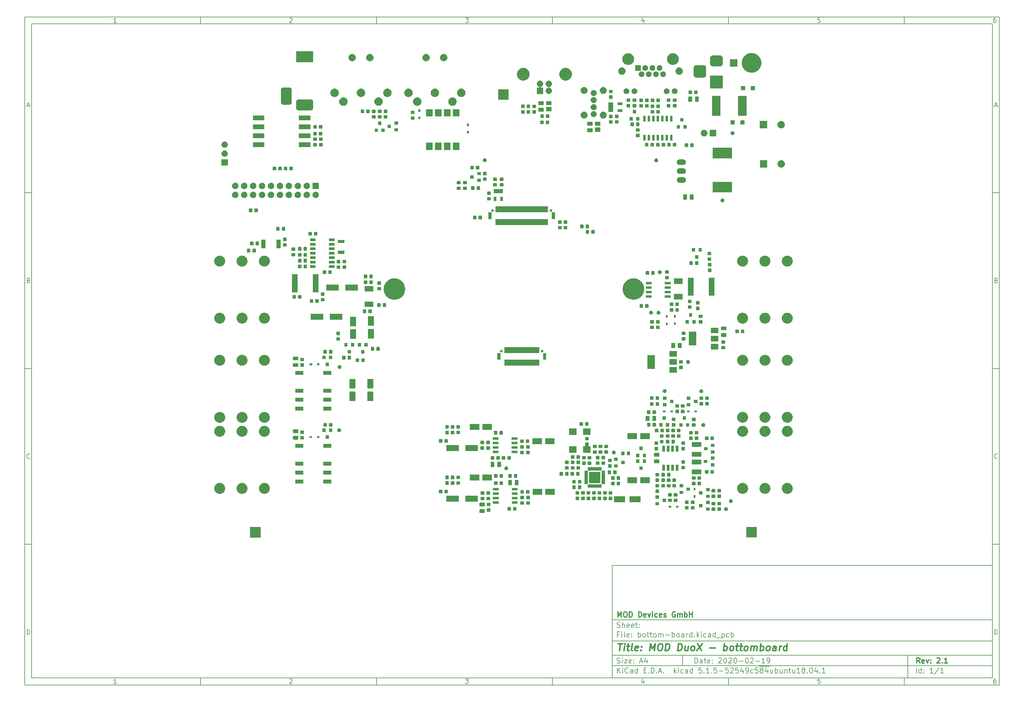
<source format=gbr>
G04 #@! TF.GenerationSoftware,KiCad,Pcbnew,5.1.5-52549c5~84~ubuntu18.04.1*
G04 #@! TF.CreationDate,2020-08-21T14:26:51+02:00*
G04 #@! TF.ProjectId,bottom-board,626f7474-6f6d-42d6-926f-6172642e6b69,2.1*
G04 #@! TF.SameCoordinates,PX48111b4PY15fd6c8*
G04 #@! TF.FileFunction,Soldermask,Top*
G04 #@! TF.FilePolarity,Negative*
%FSLAX46Y46*%
G04 Gerber Fmt 4.6, Leading zero omitted, Abs format (unit mm)*
G04 Created by KiCad (PCBNEW 5.1.5-52549c5~84~ubuntu18.04.1) date 2020-08-21 14:26:51*
%MOMM*%
%LPD*%
G04 APERTURE LIST*
%ADD10C,0.100000*%
%ADD11C,0.150000*%
%ADD12C,0.300000*%
%ADD13C,0.400000*%
G04 APERTURE END LIST*
D10*
D11*
X101434660Y-142949080D02*
X101434660Y-174949080D01*
X209434660Y-174949080D01*
X209434660Y-142949080D01*
X101434660Y-142949080D01*
D10*
D11*
X-65567540Y13058120D02*
X-65567540Y-176949080D01*
X211434660Y-176949080D01*
X211434660Y13058120D01*
X-65567540Y13058120D01*
D10*
D11*
X-63567540Y11058120D02*
X-63567540Y-174949080D01*
X209434660Y-174949080D01*
X209434660Y11058120D01*
X-63567540Y11058120D01*
D10*
D11*
X-15567540Y11058120D02*
X-15567540Y13058120D01*
D10*
D11*
X34432460Y11058120D02*
X34432460Y13058120D01*
D10*
D11*
X84432460Y11058120D02*
X84432460Y13058120D01*
D10*
D11*
X134432460Y11058120D02*
X134432460Y13058120D01*
D10*
D11*
X184432460Y11058120D02*
X184432460Y13058120D01*
D10*
D11*
X-39502064Y11470025D02*
X-40244921Y11470025D01*
X-39873493Y11470025D02*
X-39873493Y12770025D01*
X-39997302Y12584311D01*
X-40121112Y12460501D01*
X-40244921Y12398597D01*
D10*
D11*
X9755079Y12646216D02*
X9816983Y12708120D01*
X9940793Y12770025D01*
X10250317Y12770025D01*
X10374126Y12708120D01*
X10436031Y12646216D01*
X10497936Y12522406D01*
X10497936Y12398597D01*
X10436031Y12212882D01*
X9693174Y11470025D01*
X10497936Y11470025D01*
D10*
D11*
X59693174Y12770025D02*
X60497936Y12770025D01*
X60064602Y12274787D01*
X60250317Y12274787D01*
X60374126Y12212882D01*
X60436031Y12150978D01*
X60497936Y12027168D01*
X60497936Y11717644D01*
X60436031Y11593835D01*
X60374126Y11531930D01*
X60250317Y11470025D01*
X59878888Y11470025D01*
X59755079Y11531930D01*
X59693174Y11593835D01*
D10*
D11*
X110374126Y12336692D02*
X110374126Y11470025D01*
X110064602Y12831930D02*
X109755079Y11903359D01*
X110559840Y11903359D01*
D10*
D11*
X160436031Y12770025D02*
X159816983Y12770025D01*
X159755079Y12150978D01*
X159816983Y12212882D01*
X159940793Y12274787D01*
X160250317Y12274787D01*
X160374126Y12212882D01*
X160436031Y12150978D01*
X160497936Y12027168D01*
X160497936Y11717644D01*
X160436031Y11593835D01*
X160374126Y11531930D01*
X160250317Y11470025D01*
X159940793Y11470025D01*
X159816983Y11531930D01*
X159755079Y11593835D01*
D10*
D11*
X210374126Y12770025D02*
X210126507Y12770025D01*
X210002698Y12708120D01*
X209940793Y12646216D01*
X209816983Y12460501D01*
X209755079Y12212882D01*
X209755079Y11717644D01*
X209816983Y11593835D01*
X209878888Y11531930D01*
X210002698Y11470025D01*
X210250317Y11470025D01*
X210374126Y11531930D01*
X210436031Y11593835D01*
X210497936Y11717644D01*
X210497936Y12027168D01*
X210436031Y12150978D01*
X210374126Y12212882D01*
X210250317Y12274787D01*
X210002698Y12274787D01*
X209878888Y12212882D01*
X209816983Y12150978D01*
X209755079Y12027168D01*
D10*
D11*
X-15567540Y-174949080D02*
X-15567540Y-176949080D01*
D10*
D11*
X34432460Y-174949080D02*
X34432460Y-176949080D01*
D10*
D11*
X84432460Y-174949080D02*
X84432460Y-176949080D01*
D10*
D11*
X134432460Y-174949080D02*
X134432460Y-176949080D01*
D10*
D11*
X184432460Y-174949080D02*
X184432460Y-176949080D01*
D10*
D11*
X-39502064Y-176537175D02*
X-40244921Y-176537175D01*
X-39873493Y-176537175D02*
X-39873493Y-175237175D01*
X-39997302Y-175422889D01*
X-40121112Y-175546699D01*
X-40244921Y-175608603D01*
D10*
D11*
X9755079Y-175360984D02*
X9816983Y-175299080D01*
X9940793Y-175237175D01*
X10250317Y-175237175D01*
X10374126Y-175299080D01*
X10436031Y-175360984D01*
X10497936Y-175484794D01*
X10497936Y-175608603D01*
X10436031Y-175794318D01*
X9693174Y-176537175D01*
X10497936Y-176537175D01*
D10*
D11*
X59693174Y-175237175D02*
X60497936Y-175237175D01*
X60064602Y-175732413D01*
X60250317Y-175732413D01*
X60374126Y-175794318D01*
X60436031Y-175856222D01*
X60497936Y-175980032D01*
X60497936Y-176289556D01*
X60436031Y-176413365D01*
X60374126Y-176475270D01*
X60250317Y-176537175D01*
X59878888Y-176537175D01*
X59755079Y-176475270D01*
X59693174Y-176413365D01*
D10*
D11*
X110374126Y-175670508D02*
X110374126Y-176537175D01*
X110064602Y-175175270D02*
X109755079Y-176103841D01*
X110559840Y-176103841D01*
D10*
D11*
X160436031Y-175237175D02*
X159816983Y-175237175D01*
X159755079Y-175856222D01*
X159816983Y-175794318D01*
X159940793Y-175732413D01*
X160250317Y-175732413D01*
X160374126Y-175794318D01*
X160436031Y-175856222D01*
X160497936Y-175980032D01*
X160497936Y-176289556D01*
X160436031Y-176413365D01*
X160374126Y-176475270D01*
X160250317Y-176537175D01*
X159940793Y-176537175D01*
X159816983Y-176475270D01*
X159755079Y-176413365D01*
D10*
D11*
X210374126Y-175237175D02*
X210126507Y-175237175D01*
X210002698Y-175299080D01*
X209940793Y-175360984D01*
X209816983Y-175546699D01*
X209755079Y-175794318D01*
X209755079Y-176289556D01*
X209816983Y-176413365D01*
X209878888Y-176475270D01*
X210002698Y-176537175D01*
X210250317Y-176537175D01*
X210374126Y-176475270D01*
X210436031Y-176413365D01*
X210497936Y-176289556D01*
X210497936Y-175980032D01*
X210436031Y-175856222D01*
X210374126Y-175794318D01*
X210250317Y-175732413D01*
X210002698Y-175732413D01*
X209878888Y-175794318D01*
X209816983Y-175856222D01*
X209755079Y-175980032D01*
D10*
D11*
X-65567540Y-36941880D02*
X-63567540Y-36941880D01*
D10*
D11*
X-65567540Y-86941880D02*
X-63567540Y-86941880D01*
D10*
D11*
X-65567540Y-136941880D02*
X-63567540Y-136941880D01*
D10*
D11*
X-64877064Y-12158546D02*
X-64258017Y-12158546D01*
X-65000874Y-12529975D02*
X-64567540Y-11229975D01*
X-64134207Y-12529975D01*
D10*
D11*
X-64474683Y-61849022D02*
X-64288969Y-61910927D01*
X-64227064Y-61972832D01*
X-64165160Y-62096641D01*
X-64165160Y-62282356D01*
X-64227064Y-62406165D01*
X-64288969Y-62468070D01*
X-64412779Y-62529975D01*
X-64908017Y-62529975D01*
X-64908017Y-61229975D01*
X-64474683Y-61229975D01*
X-64350874Y-61291880D01*
X-64288969Y-61353784D01*
X-64227064Y-61477594D01*
X-64227064Y-61601403D01*
X-64288969Y-61725213D01*
X-64350874Y-61787118D01*
X-64474683Y-61849022D01*
X-64908017Y-61849022D01*
D10*
D11*
X-64165160Y-112406165D02*
X-64227064Y-112468070D01*
X-64412779Y-112529975D01*
X-64536588Y-112529975D01*
X-64722302Y-112468070D01*
X-64846112Y-112344260D01*
X-64908017Y-112220451D01*
X-64969921Y-111972832D01*
X-64969921Y-111787118D01*
X-64908017Y-111539499D01*
X-64846112Y-111415689D01*
X-64722302Y-111291880D01*
X-64536588Y-111229975D01*
X-64412779Y-111229975D01*
X-64227064Y-111291880D01*
X-64165160Y-111353784D01*
D10*
D11*
X-64908017Y-162529975D02*
X-64908017Y-161229975D01*
X-64598493Y-161229975D01*
X-64412779Y-161291880D01*
X-64288969Y-161415689D01*
X-64227064Y-161539499D01*
X-64165160Y-161787118D01*
X-64165160Y-161972832D01*
X-64227064Y-162220451D01*
X-64288969Y-162344260D01*
X-64412779Y-162468070D01*
X-64598493Y-162529975D01*
X-64908017Y-162529975D01*
D10*
D11*
X211434660Y-36941880D02*
X209434660Y-36941880D01*
D10*
D11*
X211434660Y-86941880D02*
X209434660Y-86941880D01*
D10*
D11*
X211434660Y-136941880D02*
X209434660Y-136941880D01*
D10*
D11*
X210125136Y-12158546D02*
X210744183Y-12158546D01*
X210001326Y-12529975D02*
X210434660Y-11229975D01*
X210867993Y-12529975D01*
D10*
D11*
X210527517Y-61849022D02*
X210713231Y-61910927D01*
X210775136Y-61972832D01*
X210837040Y-62096641D01*
X210837040Y-62282356D01*
X210775136Y-62406165D01*
X210713231Y-62468070D01*
X210589421Y-62529975D01*
X210094183Y-62529975D01*
X210094183Y-61229975D01*
X210527517Y-61229975D01*
X210651326Y-61291880D01*
X210713231Y-61353784D01*
X210775136Y-61477594D01*
X210775136Y-61601403D01*
X210713231Y-61725213D01*
X210651326Y-61787118D01*
X210527517Y-61849022D01*
X210094183Y-61849022D01*
D10*
D11*
X210837040Y-112406165D02*
X210775136Y-112468070D01*
X210589421Y-112529975D01*
X210465612Y-112529975D01*
X210279898Y-112468070D01*
X210156088Y-112344260D01*
X210094183Y-112220451D01*
X210032279Y-111972832D01*
X210032279Y-111787118D01*
X210094183Y-111539499D01*
X210156088Y-111415689D01*
X210279898Y-111291880D01*
X210465612Y-111229975D01*
X210589421Y-111229975D01*
X210775136Y-111291880D01*
X210837040Y-111353784D01*
D10*
D11*
X210094183Y-162529975D02*
X210094183Y-161229975D01*
X210403707Y-161229975D01*
X210589421Y-161291880D01*
X210713231Y-161415689D01*
X210775136Y-161539499D01*
X210837040Y-161787118D01*
X210837040Y-161972832D01*
X210775136Y-162220451D01*
X210713231Y-162344260D01*
X210589421Y-162468070D01*
X210403707Y-162529975D01*
X210094183Y-162529975D01*
D10*
D11*
X124866802Y-170727651D02*
X124866802Y-169227651D01*
X125223945Y-169227651D01*
X125438231Y-169299080D01*
X125581088Y-169441937D01*
X125652517Y-169584794D01*
X125723945Y-169870508D01*
X125723945Y-170084794D01*
X125652517Y-170370508D01*
X125581088Y-170513365D01*
X125438231Y-170656222D01*
X125223945Y-170727651D01*
X124866802Y-170727651D01*
X127009660Y-170727651D02*
X127009660Y-169941937D01*
X126938231Y-169799080D01*
X126795374Y-169727651D01*
X126509660Y-169727651D01*
X126366802Y-169799080D01*
X127009660Y-170656222D02*
X126866802Y-170727651D01*
X126509660Y-170727651D01*
X126366802Y-170656222D01*
X126295374Y-170513365D01*
X126295374Y-170370508D01*
X126366802Y-170227651D01*
X126509660Y-170156222D01*
X126866802Y-170156222D01*
X127009660Y-170084794D01*
X127509660Y-169727651D02*
X128081088Y-169727651D01*
X127723945Y-169227651D02*
X127723945Y-170513365D01*
X127795374Y-170656222D01*
X127938231Y-170727651D01*
X128081088Y-170727651D01*
X129152517Y-170656222D02*
X129009660Y-170727651D01*
X128723945Y-170727651D01*
X128581088Y-170656222D01*
X128509660Y-170513365D01*
X128509660Y-169941937D01*
X128581088Y-169799080D01*
X128723945Y-169727651D01*
X129009660Y-169727651D01*
X129152517Y-169799080D01*
X129223945Y-169941937D01*
X129223945Y-170084794D01*
X128509660Y-170227651D01*
X129866802Y-170584794D02*
X129938231Y-170656222D01*
X129866802Y-170727651D01*
X129795374Y-170656222D01*
X129866802Y-170584794D01*
X129866802Y-170727651D01*
X129866802Y-169799080D02*
X129938231Y-169870508D01*
X129866802Y-169941937D01*
X129795374Y-169870508D01*
X129866802Y-169799080D01*
X129866802Y-169941937D01*
X131652517Y-169370508D02*
X131723945Y-169299080D01*
X131866802Y-169227651D01*
X132223945Y-169227651D01*
X132366802Y-169299080D01*
X132438231Y-169370508D01*
X132509660Y-169513365D01*
X132509660Y-169656222D01*
X132438231Y-169870508D01*
X131581088Y-170727651D01*
X132509660Y-170727651D01*
X133438231Y-169227651D02*
X133581088Y-169227651D01*
X133723945Y-169299080D01*
X133795374Y-169370508D01*
X133866802Y-169513365D01*
X133938231Y-169799080D01*
X133938231Y-170156222D01*
X133866802Y-170441937D01*
X133795374Y-170584794D01*
X133723945Y-170656222D01*
X133581088Y-170727651D01*
X133438231Y-170727651D01*
X133295374Y-170656222D01*
X133223945Y-170584794D01*
X133152517Y-170441937D01*
X133081088Y-170156222D01*
X133081088Y-169799080D01*
X133152517Y-169513365D01*
X133223945Y-169370508D01*
X133295374Y-169299080D01*
X133438231Y-169227651D01*
X134509660Y-169370508D02*
X134581088Y-169299080D01*
X134723945Y-169227651D01*
X135081088Y-169227651D01*
X135223945Y-169299080D01*
X135295374Y-169370508D01*
X135366802Y-169513365D01*
X135366802Y-169656222D01*
X135295374Y-169870508D01*
X134438231Y-170727651D01*
X135366802Y-170727651D01*
X136295374Y-169227651D02*
X136438231Y-169227651D01*
X136581088Y-169299080D01*
X136652517Y-169370508D01*
X136723945Y-169513365D01*
X136795374Y-169799080D01*
X136795374Y-170156222D01*
X136723945Y-170441937D01*
X136652517Y-170584794D01*
X136581088Y-170656222D01*
X136438231Y-170727651D01*
X136295374Y-170727651D01*
X136152517Y-170656222D01*
X136081088Y-170584794D01*
X136009660Y-170441937D01*
X135938231Y-170156222D01*
X135938231Y-169799080D01*
X136009660Y-169513365D01*
X136081088Y-169370508D01*
X136152517Y-169299080D01*
X136295374Y-169227651D01*
X137438231Y-170156222D02*
X138581088Y-170156222D01*
X139581088Y-169227651D02*
X139723945Y-169227651D01*
X139866802Y-169299080D01*
X139938231Y-169370508D01*
X140009660Y-169513365D01*
X140081088Y-169799080D01*
X140081088Y-170156222D01*
X140009660Y-170441937D01*
X139938231Y-170584794D01*
X139866802Y-170656222D01*
X139723945Y-170727651D01*
X139581088Y-170727651D01*
X139438231Y-170656222D01*
X139366802Y-170584794D01*
X139295374Y-170441937D01*
X139223945Y-170156222D01*
X139223945Y-169799080D01*
X139295374Y-169513365D01*
X139366802Y-169370508D01*
X139438231Y-169299080D01*
X139581088Y-169227651D01*
X140652517Y-169370508D02*
X140723945Y-169299080D01*
X140866802Y-169227651D01*
X141223945Y-169227651D01*
X141366802Y-169299080D01*
X141438231Y-169370508D01*
X141509660Y-169513365D01*
X141509660Y-169656222D01*
X141438231Y-169870508D01*
X140581088Y-170727651D01*
X141509660Y-170727651D01*
X142152517Y-170156222D02*
X143295374Y-170156222D01*
X144795374Y-170727651D02*
X143938231Y-170727651D01*
X144366802Y-170727651D02*
X144366802Y-169227651D01*
X144223945Y-169441937D01*
X144081088Y-169584794D01*
X143938231Y-169656222D01*
X145509660Y-170727651D02*
X145795374Y-170727651D01*
X145938231Y-170656222D01*
X146009660Y-170584794D01*
X146152517Y-170370508D01*
X146223945Y-170084794D01*
X146223945Y-169513365D01*
X146152517Y-169370508D01*
X146081088Y-169299080D01*
X145938231Y-169227651D01*
X145652517Y-169227651D01*
X145509660Y-169299080D01*
X145438231Y-169370508D01*
X145366802Y-169513365D01*
X145366802Y-169870508D01*
X145438231Y-170013365D01*
X145509660Y-170084794D01*
X145652517Y-170156222D01*
X145938231Y-170156222D01*
X146081088Y-170084794D01*
X146152517Y-170013365D01*
X146223945Y-169870508D01*
D10*
D11*
X101434660Y-171449080D02*
X209434660Y-171449080D01*
D10*
D11*
X102866802Y-173527651D02*
X102866802Y-172027651D01*
X103723945Y-173527651D02*
X103081088Y-172670508D01*
X103723945Y-172027651D02*
X102866802Y-172884794D01*
X104366802Y-173527651D02*
X104366802Y-172527651D01*
X104366802Y-172027651D02*
X104295374Y-172099080D01*
X104366802Y-172170508D01*
X104438231Y-172099080D01*
X104366802Y-172027651D01*
X104366802Y-172170508D01*
X105938231Y-173384794D02*
X105866802Y-173456222D01*
X105652517Y-173527651D01*
X105509660Y-173527651D01*
X105295374Y-173456222D01*
X105152517Y-173313365D01*
X105081088Y-173170508D01*
X105009660Y-172884794D01*
X105009660Y-172670508D01*
X105081088Y-172384794D01*
X105152517Y-172241937D01*
X105295374Y-172099080D01*
X105509660Y-172027651D01*
X105652517Y-172027651D01*
X105866802Y-172099080D01*
X105938231Y-172170508D01*
X107223945Y-173527651D02*
X107223945Y-172741937D01*
X107152517Y-172599080D01*
X107009660Y-172527651D01*
X106723945Y-172527651D01*
X106581088Y-172599080D01*
X107223945Y-173456222D02*
X107081088Y-173527651D01*
X106723945Y-173527651D01*
X106581088Y-173456222D01*
X106509660Y-173313365D01*
X106509660Y-173170508D01*
X106581088Y-173027651D01*
X106723945Y-172956222D01*
X107081088Y-172956222D01*
X107223945Y-172884794D01*
X108581088Y-173527651D02*
X108581088Y-172027651D01*
X108581088Y-173456222D02*
X108438231Y-173527651D01*
X108152517Y-173527651D01*
X108009660Y-173456222D01*
X107938231Y-173384794D01*
X107866802Y-173241937D01*
X107866802Y-172813365D01*
X107938231Y-172670508D01*
X108009660Y-172599080D01*
X108152517Y-172527651D01*
X108438231Y-172527651D01*
X108581088Y-172599080D01*
X110438231Y-172741937D02*
X110938231Y-172741937D01*
X111152517Y-173527651D02*
X110438231Y-173527651D01*
X110438231Y-172027651D01*
X111152517Y-172027651D01*
X111795374Y-173384794D02*
X111866802Y-173456222D01*
X111795374Y-173527651D01*
X111723945Y-173456222D01*
X111795374Y-173384794D01*
X111795374Y-173527651D01*
X112509660Y-173527651D02*
X112509660Y-172027651D01*
X112866802Y-172027651D01*
X113081088Y-172099080D01*
X113223945Y-172241937D01*
X113295374Y-172384794D01*
X113366802Y-172670508D01*
X113366802Y-172884794D01*
X113295374Y-173170508D01*
X113223945Y-173313365D01*
X113081088Y-173456222D01*
X112866802Y-173527651D01*
X112509660Y-173527651D01*
X114009660Y-173384794D02*
X114081088Y-173456222D01*
X114009660Y-173527651D01*
X113938231Y-173456222D01*
X114009660Y-173384794D01*
X114009660Y-173527651D01*
X114652517Y-173099080D02*
X115366802Y-173099080D01*
X114509660Y-173527651D02*
X115009660Y-172027651D01*
X115509660Y-173527651D01*
X116009660Y-173384794D02*
X116081088Y-173456222D01*
X116009660Y-173527651D01*
X115938231Y-173456222D01*
X116009660Y-173384794D01*
X116009660Y-173527651D01*
X119009660Y-173527651D02*
X119009660Y-172027651D01*
X119152517Y-172956222D02*
X119581088Y-173527651D01*
X119581088Y-172527651D02*
X119009660Y-173099080D01*
X120223945Y-173527651D02*
X120223945Y-172527651D01*
X120223945Y-172027651D02*
X120152517Y-172099080D01*
X120223945Y-172170508D01*
X120295374Y-172099080D01*
X120223945Y-172027651D01*
X120223945Y-172170508D01*
X121581088Y-173456222D02*
X121438231Y-173527651D01*
X121152517Y-173527651D01*
X121009660Y-173456222D01*
X120938231Y-173384794D01*
X120866802Y-173241937D01*
X120866802Y-172813365D01*
X120938231Y-172670508D01*
X121009660Y-172599080D01*
X121152517Y-172527651D01*
X121438231Y-172527651D01*
X121581088Y-172599080D01*
X122866802Y-173527651D02*
X122866802Y-172741937D01*
X122795374Y-172599080D01*
X122652517Y-172527651D01*
X122366802Y-172527651D01*
X122223945Y-172599080D01*
X122866802Y-173456222D02*
X122723945Y-173527651D01*
X122366802Y-173527651D01*
X122223945Y-173456222D01*
X122152517Y-173313365D01*
X122152517Y-173170508D01*
X122223945Y-173027651D01*
X122366802Y-172956222D01*
X122723945Y-172956222D01*
X122866802Y-172884794D01*
X124223945Y-173527651D02*
X124223945Y-172027651D01*
X124223945Y-173456222D02*
X124081088Y-173527651D01*
X123795374Y-173527651D01*
X123652517Y-173456222D01*
X123581088Y-173384794D01*
X123509660Y-173241937D01*
X123509660Y-172813365D01*
X123581088Y-172670508D01*
X123652517Y-172599080D01*
X123795374Y-172527651D01*
X124081088Y-172527651D01*
X124223945Y-172599080D01*
X126795374Y-172027651D02*
X126081088Y-172027651D01*
X126009660Y-172741937D01*
X126081088Y-172670508D01*
X126223945Y-172599080D01*
X126581088Y-172599080D01*
X126723945Y-172670508D01*
X126795374Y-172741937D01*
X126866802Y-172884794D01*
X126866802Y-173241937D01*
X126795374Y-173384794D01*
X126723945Y-173456222D01*
X126581088Y-173527651D01*
X126223945Y-173527651D01*
X126081088Y-173456222D01*
X126009660Y-173384794D01*
X127509660Y-173384794D02*
X127581088Y-173456222D01*
X127509660Y-173527651D01*
X127438231Y-173456222D01*
X127509660Y-173384794D01*
X127509660Y-173527651D01*
X129009660Y-173527651D02*
X128152517Y-173527651D01*
X128581088Y-173527651D02*
X128581088Y-172027651D01*
X128438231Y-172241937D01*
X128295374Y-172384794D01*
X128152517Y-172456222D01*
X129652517Y-173384794D02*
X129723945Y-173456222D01*
X129652517Y-173527651D01*
X129581088Y-173456222D01*
X129652517Y-173384794D01*
X129652517Y-173527651D01*
X131081088Y-172027651D02*
X130366802Y-172027651D01*
X130295374Y-172741937D01*
X130366802Y-172670508D01*
X130509660Y-172599080D01*
X130866802Y-172599080D01*
X131009660Y-172670508D01*
X131081088Y-172741937D01*
X131152517Y-172884794D01*
X131152517Y-173241937D01*
X131081088Y-173384794D01*
X131009660Y-173456222D01*
X130866802Y-173527651D01*
X130509660Y-173527651D01*
X130366802Y-173456222D01*
X130295374Y-173384794D01*
X131795374Y-172956222D02*
X132938231Y-172956222D01*
X134366802Y-172027651D02*
X133652517Y-172027651D01*
X133581088Y-172741937D01*
X133652517Y-172670508D01*
X133795374Y-172599080D01*
X134152517Y-172599080D01*
X134295374Y-172670508D01*
X134366802Y-172741937D01*
X134438231Y-172884794D01*
X134438231Y-173241937D01*
X134366802Y-173384794D01*
X134295374Y-173456222D01*
X134152517Y-173527651D01*
X133795374Y-173527651D01*
X133652517Y-173456222D01*
X133581088Y-173384794D01*
X135009660Y-172170508D02*
X135081088Y-172099080D01*
X135223945Y-172027651D01*
X135581088Y-172027651D01*
X135723945Y-172099080D01*
X135795374Y-172170508D01*
X135866802Y-172313365D01*
X135866802Y-172456222D01*
X135795374Y-172670508D01*
X134938231Y-173527651D01*
X135866802Y-173527651D01*
X137223945Y-172027651D02*
X136509660Y-172027651D01*
X136438231Y-172741937D01*
X136509660Y-172670508D01*
X136652517Y-172599080D01*
X137009660Y-172599080D01*
X137152517Y-172670508D01*
X137223945Y-172741937D01*
X137295374Y-172884794D01*
X137295374Y-173241937D01*
X137223945Y-173384794D01*
X137152517Y-173456222D01*
X137009660Y-173527651D01*
X136652517Y-173527651D01*
X136509660Y-173456222D01*
X136438231Y-173384794D01*
X138581088Y-172527651D02*
X138581088Y-173527651D01*
X138223945Y-171956222D02*
X137866802Y-173027651D01*
X138795374Y-173027651D01*
X139438231Y-173527651D02*
X139723945Y-173527651D01*
X139866802Y-173456222D01*
X139938231Y-173384794D01*
X140081088Y-173170508D01*
X140152517Y-172884794D01*
X140152517Y-172313365D01*
X140081088Y-172170508D01*
X140009660Y-172099080D01*
X139866802Y-172027651D01*
X139581088Y-172027651D01*
X139438231Y-172099080D01*
X139366802Y-172170508D01*
X139295374Y-172313365D01*
X139295374Y-172670508D01*
X139366802Y-172813365D01*
X139438231Y-172884794D01*
X139581088Y-172956222D01*
X139866802Y-172956222D01*
X140009660Y-172884794D01*
X140081088Y-172813365D01*
X140152517Y-172670508D01*
X141438231Y-173456222D02*
X141295374Y-173527651D01*
X141009660Y-173527651D01*
X140866802Y-173456222D01*
X140795374Y-173384794D01*
X140723945Y-173241937D01*
X140723945Y-172813365D01*
X140795374Y-172670508D01*
X140866802Y-172599080D01*
X141009660Y-172527651D01*
X141295374Y-172527651D01*
X141438231Y-172599080D01*
X142795374Y-172027651D02*
X142081088Y-172027651D01*
X142009660Y-172741937D01*
X142081088Y-172670508D01*
X142223945Y-172599080D01*
X142581088Y-172599080D01*
X142723945Y-172670508D01*
X142795374Y-172741937D01*
X142866802Y-172884794D01*
X142866802Y-173241937D01*
X142795374Y-173384794D01*
X142723945Y-173456222D01*
X142581088Y-173527651D01*
X142223945Y-173527651D01*
X142081088Y-173456222D01*
X142009660Y-173384794D01*
X143152517Y-171619080D02*
X144581088Y-171619080D01*
X143723945Y-172670508D02*
X143581088Y-172599080D01*
X143509660Y-172527651D01*
X143438231Y-172384794D01*
X143438231Y-172313365D01*
X143509660Y-172170508D01*
X143581088Y-172099080D01*
X143723945Y-172027651D01*
X144009660Y-172027651D01*
X144152517Y-172099080D01*
X144223945Y-172170508D01*
X144295374Y-172313365D01*
X144295374Y-172384794D01*
X144223945Y-172527651D01*
X144152517Y-172599080D01*
X144009660Y-172670508D01*
X143723945Y-172670508D01*
X143581088Y-172741937D01*
X143509660Y-172813365D01*
X143438231Y-172956222D01*
X143438231Y-173241937D01*
X143509660Y-173384794D01*
X143581088Y-173456222D01*
X143723945Y-173527651D01*
X144009660Y-173527651D01*
X144152517Y-173456222D01*
X144223945Y-173384794D01*
X144295374Y-173241937D01*
X144295374Y-172956222D01*
X144223945Y-172813365D01*
X144152517Y-172741937D01*
X144009660Y-172670508D01*
X144581088Y-171619080D02*
X146009659Y-171619080D01*
X145581088Y-172527651D02*
X145581088Y-173527651D01*
X145223945Y-171956222D02*
X144866802Y-173027651D01*
X145795374Y-173027651D01*
X147009659Y-172527651D02*
X147009659Y-173527651D01*
X146366802Y-172527651D02*
X146366802Y-173313365D01*
X146438231Y-173456222D01*
X146581088Y-173527651D01*
X146795374Y-173527651D01*
X146938231Y-173456222D01*
X147009659Y-173384794D01*
X147723945Y-173527651D02*
X147723945Y-172027651D01*
X147723945Y-172599080D02*
X147866802Y-172527651D01*
X148152517Y-172527651D01*
X148295374Y-172599080D01*
X148366802Y-172670508D01*
X148438231Y-172813365D01*
X148438231Y-173241937D01*
X148366802Y-173384794D01*
X148295374Y-173456222D01*
X148152517Y-173527651D01*
X147866802Y-173527651D01*
X147723945Y-173456222D01*
X149723945Y-172527651D02*
X149723945Y-173527651D01*
X149081088Y-172527651D02*
X149081088Y-173313365D01*
X149152517Y-173456222D01*
X149295374Y-173527651D01*
X149509659Y-173527651D01*
X149652517Y-173456222D01*
X149723945Y-173384794D01*
X150438231Y-172527651D02*
X150438231Y-173527651D01*
X150438231Y-172670508D02*
X150509659Y-172599080D01*
X150652517Y-172527651D01*
X150866802Y-172527651D01*
X151009659Y-172599080D01*
X151081088Y-172741937D01*
X151081088Y-173527651D01*
X151581088Y-172527651D02*
X152152517Y-172527651D01*
X151795374Y-172027651D02*
X151795374Y-173313365D01*
X151866802Y-173456222D01*
X152009660Y-173527651D01*
X152152517Y-173527651D01*
X153295374Y-172527651D02*
X153295374Y-173527651D01*
X152652517Y-172527651D02*
X152652517Y-173313365D01*
X152723945Y-173456222D01*
X152866802Y-173527651D01*
X153081088Y-173527651D01*
X153223945Y-173456222D01*
X153295374Y-173384794D01*
X154795374Y-173527651D02*
X153938231Y-173527651D01*
X154366802Y-173527651D02*
X154366802Y-172027651D01*
X154223945Y-172241937D01*
X154081088Y-172384794D01*
X153938231Y-172456222D01*
X155652517Y-172670508D02*
X155509659Y-172599080D01*
X155438231Y-172527651D01*
X155366802Y-172384794D01*
X155366802Y-172313365D01*
X155438231Y-172170508D01*
X155509659Y-172099080D01*
X155652517Y-172027651D01*
X155938231Y-172027651D01*
X156081088Y-172099080D01*
X156152517Y-172170508D01*
X156223945Y-172313365D01*
X156223945Y-172384794D01*
X156152517Y-172527651D01*
X156081088Y-172599080D01*
X155938231Y-172670508D01*
X155652517Y-172670508D01*
X155509659Y-172741937D01*
X155438231Y-172813365D01*
X155366802Y-172956222D01*
X155366802Y-173241937D01*
X155438231Y-173384794D01*
X155509659Y-173456222D01*
X155652517Y-173527651D01*
X155938231Y-173527651D01*
X156081088Y-173456222D01*
X156152517Y-173384794D01*
X156223945Y-173241937D01*
X156223945Y-172956222D01*
X156152517Y-172813365D01*
X156081088Y-172741937D01*
X155938231Y-172670508D01*
X156866802Y-173384794D02*
X156938231Y-173456222D01*
X156866802Y-173527651D01*
X156795374Y-173456222D01*
X156866802Y-173384794D01*
X156866802Y-173527651D01*
X157866802Y-172027651D02*
X158009659Y-172027651D01*
X158152517Y-172099080D01*
X158223945Y-172170508D01*
X158295374Y-172313365D01*
X158366802Y-172599080D01*
X158366802Y-172956222D01*
X158295374Y-173241937D01*
X158223945Y-173384794D01*
X158152517Y-173456222D01*
X158009659Y-173527651D01*
X157866802Y-173527651D01*
X157723945Y-173456222D01*
X157652517Y-173384794D01*
X157581088Y-173241937D01*
X157509659Y-172956222D01*
X157509659Y-172599080D01*
X157581088Y-172313365D01*
X157652517Y-172170508D01*
X157723945Y-172099080D01*
X157866802Y-172027651D01*
X159652517Y-172527651D02*
X159652517Y-173527651D01*
X159295374Y-171956222D02*
X158938231Y-173027651D01*
X159866802Y-173027651D01*
X160438231Y-173384794D02*
X160509659Y-173456222D01*
X160438231Y-173527651D01*
X160366802Y-173456222D01*
X160438231Y-173384794D01*
X160438231Y-173527651D01*
X161938231Y-173527651D02*
X161081088Y-173527651D01*
X161509659Y-173527651D02*
X161509659Y-172027651D01*
X161366802Y-172241937D01*
X161223945Y-172384794D01*
X161081088Y-172456222D01*
D10*
D11*
X101434660Y-168449080D02*
X209434660Y-168449080D01*
D10*
D12*
X188843945Y-170727651D02*
X188343945Y-170013365D01*
X187986802Y-170727651D02*
X187986802Y-169227651D01*
X188558231Y-169227651D01*
X188701088Y-169299080D01*
X188772517Y-169370508D01*
X188843945Y-169513365D01*
X188843945Y-169727651D01*
X188772517Y-169870508D01*
X188701088Y-169941937D01*
X188558231Y-170013365D01*
X187986802Y-170013365D01*
X190058231Y-170656222D02*
X189915374Y-170727651D01*
X189629660Y-170727651D01*
X189486802Y-170656222D01*
X189415374Y-170513365D01*
X189415374Y-169941937D01*
X189486802Y-169799080D01*
X189629660Y-169727651D01*
X189915374Y-169727651D01*
X190058231Y-169799080D01*
X190129660Y-169941937D01*
X190129660Y-170084794D01*
X189415374Y-170227651D01*
X190629660Y-169727651D02*
X190986802Y-170727651D01*
X191343945Y-169727651D01*
X191915374Y-170584794D02*
X191986802Y-170656222D01*
X191915374Y-170727651D01*
X191843945Y-170656222D01*
X191915374Y-170584794D01*
X191915374Y-170727651D01*
X191915374Y-169799080D02*
X191986802Y-169870508D01*
X191915374Y-169941937D01*
X191843945Y-169870508D01*
X191915374Y-169799080D01*
X191915374Y-169941937D01*
X193701088Y-169370508D02*
X193772517Y-169299080D01*
X193915374Y-169227651D01*
X194272517Y-169227651D01*
X194415374Y-169299080D01*
X194486802Y-169370508D01*
X194558231Y-169513365D01*
X194558231Y-169656222D01*
X194486802Y-169870508D01*
X193629660Y-170727651D01*
X194558231Y-170727651D01*
X195201088Y-170584794D02*
X195272517Y-170656222D01*
X195201088Y-170727651D01*
X195129660Y-170656222D01*
X195201088Y-170584794D01*
X195201088Y-170727651D01*
X196701088Y-170727651D02*
X195843945Y-170727651D01*
X196272517Y-170727651D02*
X196272517Y-169227651D01*
X196129660Y-169441937D01*
X195986802Y-169584794D01*
X195843945Y-169656222D01*
D10*
D11*
X102795374Y-170656222D02*
X103009660Y-170727651D01*
X103366802Y-170727651D01*
X103509660Y-170656222D01*
X103581088Y-170584794D01*
X103652517Y-170441937D01*
X103652517Y-170299080D01*
X103581088Y-170156222D01*
X103509660Y-170084794D01*
X103366802Y-170013365D01*
X103081088Y-169941937D01*
X102938231Y-169870508D01*
X102866802Y-169799080D01*
X102795374Y-169656222D01*
X102795374Y-169513365D01*
X102866802Y-169370508D01*
X102938231Y-169299080D01*
X103081088Y-169227651D01*
X103438231Y-169227651D01*
X103652517Y-169299080D01*
X104295374Y-170727651D02*
X104295374Y-169727651D01*
X104295374Y-169227651D02*
X104223945Y-169299080D01*
X104295374Y-169370508D01*
X104366802Y-169299080D01*
X104295374Y-169227651D01*
X104295374Y-169370508D01*
X104866802Y-169727651D02*
X105652517Y-169727651D01*
X104866802Y-170727651D01*
X105652517Y-170727651D01*
X106795374Y-170656222D02*
X106652517Y-170727651D01*
X106366802Y-170727651D01*
X106223945Y-170656222D01*
X106152517Y-170513365D01*
X106152517Y-169941937D01*
X106223945Y-169799080D01*
X106366802Y-169727651D01*
X106652517Y-169727651D01*
X106795374Y-169799080D01*
X106866802Y-169941937D01*
X106866802Y-170084794D01*
X106152517Y-170227651D01*
X107509660Y-170584794D02*
X107581088Y-170656222D01*
X107509660Y-170727651D01*
X107438231Y-170656222D01*
X107509660Y-170584794D01*
X107509660Y-170727651D01*
X107509660Y-169799080D02*
X107581088Y-169870508D01*
X107509660Y-169941937D01*
X107438231Y-169870508D01*
X107509660Y-169799080D01*
X107509660Y-169941937D01*
X109295374Y-170299080D02*
X110009660Y-170299080D01*
X109152517Y-170727651D02*
X109652517Y-169227651D01*
X110152517Y-170727651D01*
X111295374Y-169727651D02*
X111295374Y-170727651D01*
X110938231Y-169156222D02*
X110581088Y-170227651D01*
X111509660Y-170227651D01*
D10*
D11*
X187866802Y-173527651D02*
X187866802Y-172027651D01*
X189223945Y-173527651D02*
X189223945Y-172027651D01*
X189223945Y-173456222D02*
X189081088Y-173527651D01*
X188795374Y-173527651D01*
X188652517Y-173456222D01*
X188581088Y-173384794D01*
X188509660Y-173241937D01*
X188509660Y-172813365D01*
X188581088Y-172670508D01*
X188652517Y-172599080D01*
X188795374Y-172527651D01*
X189081088Y-172527651D01*
X189223945Y-172599080D01*
X189938231Y-173384794D02*
X190009660Y-173456222D01*
X189938231Y-173527651D01*
X189866802Y-173456222D01*
X189938231Y-173384794D01*
X189938231Y-173527651D01*
X189938231Y-172599080D02*
X190009660Y-172670508D01*
X189938231Y-172741937D01*
X189866802Y-172670508D01*
X189938231Y-172599080D01*
X189938231Y-172741937D01*
X192581088Y-173527651D02*
X191723945Y-173527651D01*
X192152517Y-173527651D02*
X192152517Y-172027651D01*
X192009660Y-172241937D01*
X191866802Y-172384794D01*
X191723945Y-172456222D01*
X194295374Y-171956222D02*
X193009660Y-173884794D01*
X195581088Y-173527651D02*
X194723945Y-173527651D01*
X195152517Y-173527651D02*
X195152517Y-172027651D01*
X195009660Y-172241937D01*
X194866802Y-172384794D01*
X194723945Y-172456222D01*
D10*
D11*
X101434660Y-164449080D02*
X209434660Y-164449080D01*
D10*
D13*
X103147040Y-165153841D02*
X104289898Y-165153841D01*
X103468469Y-167153841D02*
X103718469Y-165153841D01*
X104706564Y-167153841D02*
X104873231Y-165820508D01*
X104956564Y-165153841D02*
X104849421Y-165249080D01*
X104932755Y-165344318D01*
X105039898Y-165249080D01*
X104956564Y-165153841D01*
X104932755Y-165344318D01*
X105539898Y-165820508D02*
X106301802Y-165820508D01*
X105908945Y-165153841D02*
X105694660Y-166868127D01*
X105766088Y-167058603D01*
X105944660Y-167153841D01*
X106135136Y-167153841D01*
X107087517Y-167153841D02*
X106908945Y-167058603D01*
X106837517Y-166868127D01*
X107051802Y-165153841D01*
X108623231Y-167058603D02*
X108420850Y-167153841D01*
X108039898Y-167153841D01*
X107861326Y-167058603D01*
X107789898Y-166868127D01*
X107885136Y-166106222D01*
X108004183Y-165915746D01*
X108206564Y-165820508D01*
X108587517Y-165820508D01*
X108766088Y-165915746D01*
X108837517Y-166106222D01*
X108813707Y-166296699D01*
X107837517Y-166487175D01*
X109587517Y-166963365D02*
X109670850Y-167058603D01*
X109563707Y-167153841D01*
X109480374Y-167058603D01*
X109587517Y-166963365D01*
X109563707Y-167153841D01*
X109718469Y-165915746D02*
X109801802Y-166010984D01*
X109694660Y-166106222D01*
X109611326Y-166010984D01*
X109718469Y-165915746D01*
X109694660Y-166106222D01*
X112039898Y-167153841D02*
X112289898Y-165153841D01*
X112777993Y-166582413D01*
X113623231Y-165153841D01*
X113373231Y-167153841D01*
X114956564Y-165153841D02*
X115337517Y-165153841D01*
X115516088Y-165249080D01*
X115682755Y-165439556D01*
X115730374Y-165820508D01*
X115647040Y-166487175D01*
X115504183Y-166868127D01*
X115289898Y-167058603D01*
X115087517Y-167153841D01*
X114706564Y-167153841D01*
X114527993Y-167058603D01*
X114361326Y-166868127D01*
X114313707Y-166487175D01*
X114397040Y-165820508D01*
X114539898Y-165439556D01*
X114754183Y-165249080D01*
X114956564Y-165153841D01*
X116420850Y-167153841D02*
X116670850Y-165153841D01*
X117147040Y-165153841D01*
X117420850Y-165249080D01*
X117587517Y-165439556D01*
X117658945Y-165630032D01*
X117706564Y-166010984D01*
X117670850Y-166296699D01*
X117527993Y-166677651D01*
X117408945Y-166868127D01*
X117194660Y-167058603D01*
X116897040Y-167153841D01*
X116420850Y-167153841D01*
X119944660Y-167153841D02*
X120194660Y-165153841D01*
X120670850Y-165153841D01*
X120944660Y-165249080D01*
X121111326Y-165439556D01*
X121182755Y-165630032D01*
X121230374Y-166010984D01*
X121194660Y-166296699D01*
X121051802Y-166677651D01*
X120932755Y-166868127D01*
X120718469Y-167058603D01*
X120420850Y-167153841D01*
X119944660Y-167153841D01*
X122968469Y-165820508D02*
X122801802Y-167153841D01*
X122111326Y-165820508D02*
X121980374Y-166868127D01*
X122051802Y-167058603D01*
X122230374Y-167153841D01*
X122516088Y-167153841D01*
X122718469Y-167058603D01*
X122825612Y-166963365D01*
X124039898Y-167153841D02*
X123861326Y-167058603D01*
X123777993Y-166963365D01*
X123706564Y-166772889D01*
X123777993Y-166201460D01*
X123897040Y-166010984D01*
X124004183Y-165915746D01*
X124206564Y-165820508D01*
X124492279Y-165820508D01*
X124670850Y-165915746D01*
X124754183Y-166010984D01*
X124825612Y-166201460D01*
X124754183Y-166772889D01*
X124635136Y-166963365D01*
X124527993Y-167058603D01*
X124325612Y-167153841D01*
X124039898Y-167153841D01*
X125623231Y-165153841D02*
X126706564Y-167153841D01*
X126956564Y-165153841D02*
X125373231Y-167153841D01*
X129087517Y-166391937D02*
X130611326Y-166391937D01*
X132992279Y-167153841D02*
X133242279Y-165153841D01*
X133147040Y-165915746D02*
X133349421Y-165820508D01*
X133730374Y-165820508D01*
X133908945Y-165915746D01*
X133992279Y-166010984D01*
X134063707Y-166201460D01*
X133992279Y-166772889D01*
X133873231Y-166963365D01*
X133766088Y-167058603D01*
X133563707Y-167153841D01*
X133182755Y-167153841D01*
X133004183Y-167058603D01*
X135087517Y-167153841D02*
X134908945Y-167058603D01*
X134825612Y-166963365D01*
X134754183Y-166772889D01*
X134825612Y-166201460D01*
X134944660Y-166010984D01*
X135051802Y-165915746D01*
X135254183Y-165820508D01*
X135539898Y-165820508D01*
X135718469Y-165915746D01*
X135801802Y-166010984D01*
X135873231Y-166201460D01*
X135801802Y-166772889D01*
X135682755Y-166963365D01*
X135575612Y-167058603D01*
X135373231Y-167153841D01*
X135087517Y-167153841D01*
X136492279Y-165820508D02*
X137254183Y-165820508D01*
X136861326Y-165153841D02*
X136647040Y-166868127D01*
X136718469Y-167058603D01*
X136897040Y-167153841D01*
X137087517Y-167153841D01*
X137635136Y-165820508D02*
X138397040Y-165820508D01*
X138004183Y-165153841D02*
X137789898Y-166868127D01*
X137861326Y-167058603D01*
X138039898Y-167153841D01*
X138230374Y-167153841D01*
X139182755Y-167153841D02*
X139004183Y-167058603D01*
X138920850Y-166963365D01*
X138849421Y-166772889D01*
X138920850Y-166201460D01*
X139039898Y-166010984D01*
X139147040Y-165915746D01*
X139349421Y-165820508D01*
X139635136Y-165820508D01*
X139813707Y-165915746D01*
X139897040Y-166010984D01*
X139968469Y-166201460D01*
X139897040Y-166772889D01*
X139777993Y-166963365D01*
X139670850Y-167058603D01*
X139468469Y-167153841D01*
X139182755Y-167153841D01*
X140706564Y-167153841D02*
X140873231Y-165820508D01*
X140849421Y-166010984D02*
X140956564Y-165915746D01*
X141158945Y-165820508D01*
X141444660Y-165820508D01*
X141623231Y-165915746D01*
X141694660Y-166106222D01*
X141563707Y-167153841D01*
X141694660Y-166106222D02*
X141813707Y-165915746D01*
X142016088Y-165820508D01*
X142301802Y-165820508D01*
X142480374Y-165915746D01*
X142551802Y-166106222D01*
X142420850Y-167153841D01*
X143373231Y-167153841D02*
X143623231Y-165153841D01*
X143527993Y-165915746D02*
X143730374Y-165820508D01*
X144111326Y-165820508D01*
X144289898Y-165915746D01*
X144373231Y-166010984D01*
X144444660Y-166201460D01*
X144373231Y-166772889D01*
X144254183Y-166963365D01*
X144147040Y-167058603D01*
X143944660Y-167153841D01*
X143563707Y-167153841D01*
X143385136Y-167058603D01*
X145468469Y-167153841D02*
X145289898Y-167058603D01*
X145206564Y-166963365D01*
X145135136Y-166772889D01*
X145206564Y-166201460D01*
X145325612Y-166010984D01*
X145432755Y-165915746D01*
X145635136Y-165820508D01*
X145920850Y-165820508D01*
X146099421Y-165915746D01*
X146182755Y-166010984D01*
X146254183Y-166201460D01*
X146182755Y-166772889D01*
X146063707Y-166963365D01*
X145956564Y-167058603D01*
X145754183Y-167153841D01*
X145468469Y-167153841D01*
X147849421Y-167153841D02*
X147980374Y-166106222D01*
X147908945Y-165915746D01*
X147730374Y-165820508D01*
X147349421Y-165820508D01*
X147147040Y-165915746D01*
X147861326Y-167058603D02*
X147658945Y-167153841D01*
X147182755Y-167153841D01*
X147004183Y-167058603D01*
X146932755Y-166868127D01*
X146956564Y-166677651D01*
X147075612Y-166487175D01*
X147277993Y-166391937D01*
X147754183Y-166391937D01*
X147956564Y-166296699D01*
X148801802Y-167153841D02*
X148968469Y-165820508D01*
X148920850Y-166201460D02*
X149039898Y-166010984D01*
X149147040Y-165915746D01*
X149349421Y-165820508D01*
X149539898Y-165820508D01*
X150897040Y-167153841D02*
X151147040Y-165153841D01*
X150908945Y-167058603D02*
X150706564Y-167153841D01*
X150325612Y-167153841D01*
X150147040Y-167058603D01*
X150063707Y-166963365D01*
X149992279Y-166772889D01*
X150063707Y-166201460D01*
X150182755Y-166010984D01*
X150289898Y-165915746D01*
X150492279Y-165820508D01*
X150873231Y-165820508D01*
X151051802Y-165915746D01*
D10*
D11*
X103366802Y-162541937D02*
X102866802Y-162541937D01*
X102866802Y-163327651D02*
X102866802Y-161827651D01*
X103581088Y-161827651D01*
X104152517Y-163327651D02*
X104152517Y-162327651D01*
X104152517Y-161827651D02*
X104081088Y-161899080D01*
X104152517Y-161970508D01*
X104223945Y-161899080D01*
X104152517Y-161827651D01*
X104152517Y-161970508D01*
X105081088Y-163327651D02*
X104938231Y-163256222D01*
X104866802Y-163113365D01*
X104866802Y-161827651D01*
X106223945Y-163256222D02*
X106081088Y-163327651D01*
X105795374Y-163327651D01*
X105652517Y-163256222D01*
X105581088Y-163113365D01*
X105581088Y-162541937D01*
X105652517Y-162399080D01*
X105795374Y-162327651D01*
X106081088Y-162327651D01*
X106223945Y-162399080D01*
X106295374Y-162541937D01*
X106295374Y-162684794D01*
X105581088Y-162827651D01*
X106938231Y-163184794D02*
X107009660Y-163256222D01*
X106938231Y-163327651D01*
X106866802Y-163256222D01*
X106938231Y-163184794D01*
X106938231Y-163327651D01*
X106938231Y-162399080D02*
X107009660Y-162470508D01*
X106938231Y-162541937D01*
X106866802Y-162470508D01*
X106938231Y-162399080D01*
X106938231Y-162541937D01*
X108795374Y-163327651D02*
X108795374Y-161827651D01*
X108795374Y-162399080D02*
X108938231Y-162327651D01*
X109223945Y-162327651D01*
X109366802Y-162399080D01*
X109438231Y-162470508D01*
X109509660Y-162613365D01*
X109509660Y-163041937D01*
X109438231Y-163184794D01*
X109366802Y-163256222D01*
X109223945Y-163327651D01*
X108938231Y-163327651D01*
X108795374Y-163256222D01*
X110366802Y-163327651D02*
X110223945Y-163256222D01*
X110152517Y-163184794D01*
X110081088Y-163041937D01*
X110081088Y-162613365D01*
X110152517Y-162470508D01*
X110223945Y-162399080D01*
X110366802Y-162327651D01*
X110581088Y-162327651D01*
X110723945Y-162399080D01*
X110795374Y-162470508D01*
X110866802Y-162613365D01*
X110866802Y-163041937D01*
X110795374Y-163184794D01*
X110723945Y-163256222D01*
X110581088Y-163327651D01*
X110366802Y-163327651D01*
X111295374Y-162327651D02*
X111866802Y-162327651D01*
X111509660Y-161827651D02*
X111509660Y-163113365D01*
X111581088Y-163256222D01*
X111723945Y-163327651D01*
X111866802Y-163327651D01*
X112152517Y-162327651D02*
X112723945Y-162327651D01*
X112366802Y-161827651D02*
X112366802Y-163113365D01*
X112438231Y-163256222D01*
X112581088Y-163327651D01*
X112723945Y-163327651D01*
X113438231Y-163327651D02*
X113295374Y-163256222D01*
X113223945Y-163184794D01*
X113152517Y-163041937D01*
X113152517Y-162613365D01*
X113223945Y-162470508D01*
X113295374Y-162399080D01*
X113438231Y-162327651D01*
X113652517Y-162327651D01*
X113795374Y-162399080D01*
X113866802Y-162470508D01*
X113938231Y-162613365D01*
X113938231Y-163041937D01*
X113866802Y-163184794D01*
X113795374Y-163256222D01*
X113652517Y-163327651D01*
X113438231Y-163327651D01*
X114581088Y-163327651D02*
X114581088Y-162327651D01*
X114581088Y-162470508D02*
X114652517Y-162399080D01*
X114795374Y-162327651D01*
X115009660Y-162327651D01*
X115152517Y-162399080D01*
X115223945Y-162541937D01*
X115223945Y-163327651D01*
X115223945Y-162541937D02*
X115295374Y-162399080D01*
X115438231Y-162327651D01*
X115652517Y-162327651D01*
X115795374Y-162399080D01*
X115866802Y-162541937D01*
X115866802Y-163327651D01*
X116581088Y-162756222D02*
X117723945Y-162756222D01*
X118438231Y-163327651D02*
X118438231Y-161827651D01*
X118438231Y-162399080D02*
X118581088Y-162327651D01*
X118866802Y-162327651D01*
X119009660Y-162399080D01*
X119081088Y-162470508D01*
X119152517Y-162613365D01*
X119152517Y-163041937D01*
X119081088Y-163184794D01*
X119009660Y-163256222D01*
X118866802Y-163327651D01*
X118581088Y-163327651D01*
X118438231Y-163256222D01*
X120009660Y-163327651D02*
X119866802Y-163256222D01*
X119795374Y-163184794D01*
X119723945Y-163041937D01*
X119723945Y-162613365D01*
X119795374Y-162470508D01*
X119866802Y-162399080D01*
X120009660Y-162327651D01*
X120223945Y-162327651D01*
X120366802Y-162399080D01*
X120438231Y-162470508D01*
X120509660Y-162613365D01*
X120509660Y-163041937D01*
X120438231Y-163184794D01*
X120366802Y-163256222D01*
X120223945Y-163327651D01*
X120009660Y-163327651D01*
X121795374Y-163327651D02*
X121795374Y-162541937D01*
X121723945Y-162399080D01*
X121581088Y-162327651D01*
X121295374Y-162327651D01*
X121152517Y-162399080D01*
X121795374Y-163256222D02*
X121652517Y-163327651D01*
X121295374Y-163327651D01*
X121152517Y-163256222D01*
X121081088Y-163113365D01*
X121081088Y-162970508D01*
X121152517Y-162827651D01*
X121295374Y-162756222D01*
X121652517Y-162756222D01*
X121795374Y-162684794D01*
X122509660Y-163327651D02*
X122509660Y-162327651D01*
X122509660Y-162613365D02*
X122581088Y-162470508D01*
X122652517Y-162399080D01*
X122795374Y-162327651D01*
X122938231Y-162327651D01*
X124081088Y-163327651D02*
X124081088Y-161827651D01*
X124081088Y-163256222D02*
X123938231Y-163327651D01*
X123652517Y-163327651D01*
X123509660Y-163256222D01*
X123438231Y-163184794D01*
X123366802Y-163041937D01*
X123366802Y-162613365D01*
X123438231Y-162470508D01*
X123509660Y-162399080D01*
X123652517Y-162327651D01*
X123938231Y-162327651D01*
X124081088Y-162399080D01*
X124795374Y-163184794D02*
X124866802Y-163256222D01*
X124795374Y-163327651D01*
X124723945Y-163256222D01*
X124795374Y-163184794D01*
X124795374Y-163327651D01*
X125509660Y-163327651D02*
X125509660Y-161827651D01*
X125652517Y-162756222D02*
X126081088Y-163327651D01*
X126081088Y-162327651D02*
X125509660Y-162899080D01*
X126723945Y-163327651D02*
X126723945Y-162327651D01*
X126723945Y-161827651D02*
X126652517Y-161899080D01*
X126723945Y-161970508D01*
X126795374Y-161899080D01*
X126723945Y-161827651D01*
X126723945Y-161970508D01*
X128081088Y-163256222D02*
X127938231Y-163327651D01*
X127652517Y-163327651D01*
X127509660Y-163256222D01*
X127438231Y-163184794D01*
X127366802Y-163041937D01*
X127366802Y-162613365D01*
X127438231Y-162470508D01*
X127509660Y-162399080D01*
X127652517Y-162327651D01*
X127938231Y-162327651D01*
X128081088Y-162399080D01*
X129366802Y-163327651D02*
X129366802Y-162541937D01*
X129295374Y-162399080D01*
X129152517Y-162327651D01*
X128866802Y-162327651D01*
X128723945Y-162399080D01*
X129366802Y-163256222D02*
X129223945Y-163327651D01*
X128866802Y-163327651D01*
X128723945Y-163256222D01*
X128652517Y-163113365D01*
X128652517Y-162970508D01*
X128723945Y-162827651D01*
X128866802Y-162756222D01*
X129223945Y-162756222D01*
X129366802Y-162684794D01*
X130723945Y-163327651D02*
X130723945Y-161827651D01*
X130723945Y-163256222D02*
X130581088Y-163327651D01*
X130295374Y-163327651D01*
X130152517Y-163256222D01*
X130081088Y-163184794D01*
X130009660Y-163041937D01*
X130009660Y-162613365D01*
X130081088Y-162470508D01*
X130152517Y-162399080D01*
X130295374Y-162327651D01*
X130581088Y-162327651D01*
X130723945Y-162399080D01*
X131081088Y-163470508D02*
X132223945Y-163470508D01*
X132581088Y-162327651D02*
X132581088Y-163827651D01*
X132581088Y-162399080D02*
X132723945Y-162327651D01*
X133009660Y-162327651D01*
X133152517Y-162399080D01*
X133223945Y-162470508D01*
X133295374Y-162613365D01*
X133295374Y-163041937D01*
X133223945Y-163184794D01*
X133152517Y-163256222D01*
X133009660Y-163327651D01*
X132723945Y-163327651D01*
X132581088Y-163256222D01*
X134581088Y-163256222D02*
X134438231Y-163327651D01*
X134152517Y-163327651D01*
X134009660Y-163256222D01*
X133938231Y-163184794D01*
X133866802Y-163041937D01*
X133866802Y-162613365D01*
X133938231Y-162470508D01*
X134009660Y-162399080D01*
X134152517Y-162327651D01*
X134438231Y-162327651D01*
X134581088Y-162399080D01*
X135223945Y-163327651D02*
X135223945Y-161827651D01*
X135223945Y-162399080D02*
X135366802Y-162327651D01*
X135652517Y-162327651D01*
X135795374Y-162399080D01*
X135866802Y-162470508D01*
X135938231Y-162613365D01*
X135938231Y-163041937D01*
X135866802Y-163184794D01*
X135795374Y-163256222D01*
X135652517Y-163327651D01*
X135366802Y-163327651D01*
X135223945Y-163256222D01*
D10*
D11*
X101434660Y-158449080D02*
X209434660Y-158449080D01*
D10*
D11*
X102795374Y-160556222D02*
X103009660Y-160627651D01*
X103366802Y-160627651D01*
X103509660Y-160556222D01*
X103581088Y-160484794D01*
X103652517Y-160341937D01*
X103652517Y-160199080D01*
X103581088Y-160056222D01*
X103509660Y-159984794D01*
X103366802Y-159913365D01*
X103081088Y-159841937D01*
X102938231Y-159770508D01*
X102866802Y-159699080D01*
X102795374Y-159556222D01*
X102795374Y-159413365D01*
X102866802Y-159270508D01*
X102938231Y-159199080D01*
X103081088Y-159127651D01*
X103438231Y-159127651D01*
X103652517Y-159199080D01*
X104295374Y-160627651D02*
X104295374Y-159127651D01*
X104938231Y-160627651D02*
X104938231Y-159841937D01*
X104866802Y-159699080D01*
X104723945Y-159627651D01*
X104509660Y-159627651D01*
X104366802Y-159699080D01*
X104295374Y-159770508D01*
X106223945Y-160556222D02*
X106081088Y-160627651D01*
X105795374Y-160627651D01*
X105652517Y-160556222D01*
X105581088Y-160413365D01*
X105581088Y-159841937D01*
X105652517Y-159699080D01*
X105795374Y-159627651D01*
X106081088Y-159627651D01*
X106223945Y-159699080D01*
X106295374Y-159841937D01*
X106295374Y-159984794D01*
X105581088Y-160127651D01*
X107509660Y-160556222D02*
X107366802Y-160627651D01*
X107081088Y-160627651D01*
X106938231Y-160556222D01*
X106866802Y-160413365D01*
X106866802Y-159841937D01*
X106938231Y-159699080D01*
X107081088Y-159627651D01*
X107366802Y-159627651D01*
X107509660Y-159699080D01*
X107581088Y-159841937D01*
X107581088Y-159984794D01*
X106866802Y-160127651D01*
X108009660Y-159627651D02*
X108581088Y-159627651D01*
X108223945Y-159127651D02*
X108223945Y-160413365D01*
X108295374Y-160556222D01*
X108438231Y-160627651D01*
X108581088Y-160627651D01*
X109081088Y-160484794D02*
X109152517Y-160556222D01*
X109081088Y-160627651D01*
X109009660Y-160556222D01*
X109081088Y-160484794D01*
X109081088Y-160627651D01*
X109081088Y-159699080D02*
X109152517Y-159770508D01*
X109081088Y-159841937D01*
X109009660Y-159770508D01*
X109081088Y-159699080D01*
X109081088Y-159841937D01*
D10*
D12*
X102986802Y-157627651D02*
X102986802Y-156127651D01*
X103486802Y-157199080D01*
X103986802Y-156127651D01*
X103986802Y-157627651D01*
X104986802Y-156127651D02*
X105272517Y-156127651D01*
X105415374Y-156199080D01*
X105558231Y-156341937D01*
X105629660Y-156627651D01*
X105629660Y-157127651D01*
X105558231Y-157413365D01*
X105415374Y-157556222D01*
X105272517Y-157627651D01*
X104986802Y-157627651D01*
X104843945Y-157556222D01*
X104701088Y-157413365D01*
X104629660Y-157127651D01*
X104629660Y-156627651D01*
X104701088Y-156341937D01*
X104843945Y-156199080D01*
X104986802Y-156127651D01*
X106272517Y-157627651D02*
X106272517Y-156127651D01*
X106629660Y-156127651D01*
X106843945Y-156199080D01*
X106986802Y-156341937D01*
X107058231Y-156484794D01*
X107129660Y-156770508D01*
X107129660Y-156984794D01*
X107058231Y-157270508D01*
X106986802Y-157413365D01*
X106843945Y-157556222D01*
X106629660Y-157627651D01*
X106272517Y-157627651D01*
X108915374Y-157627651D02*
X108915374Y-156127651D01*
X109272517Y-156127651D01*
X109486802Y-156199080D01*
X109629660Y-156341937D01*
X109701088Y-156484794D01*
X109772517Y-156770508D01*
X109772517Y-156984794D01*
X109701088Y-157270508D01*
X109629660Y-157413365D01*
X109486802Y-157556222D01*
X109272517Y-157627651D01*
X108915374Y-157627651D01*
X110986802Y-157556222D02*
X110843945Y-157627651D01*
X110558231Y-157627651D01*
X110415374Y-157556222D01*
X110343945Y-157413365D01*
X110343945Y-156841937D01*
X110415374Y-156699080D01*
X110558231Y-156627651D01*
X110843945Y-156627651D01*
X110986802Y-156699080D01*
X111058231Y-156841937D01*
X111058231Y-156984794D01*
X110343945Y-157127651D01*
X111558231Y-156627651D02*
X111915374Y-157627651D01*
X112272517Y-156627651D01*
X112843945Y-157627651D02*
X112843945Y-156627651D01*
X112843945Y-156127651D02*
X112772517Y-156199080D01*
X112843945Y-156270508D01*
X112915374Y-156199080D01*
X112843945Y-156127651D01*
X112843945Y-156270508D01*
X114201088Y-157556222D02*
X114058231Y-157627651D01*
X113772517Y-157627651D01*
X113629660Y-157556222D01*
X113558231Y-157484794D01*
X113486802Y-157341937D01*
X113486802Y-156913365D01*
X113558231Y-156770508D01*
X113629660Y-156699080D01*
X113772517Y-156627651D01*
X114058231Y-156627651D01*
X114201088Y-156699080D01*
X115415374Y-157556222D02*
X115272517Y-157627651D01*
X114986802Y-157627651D01*
X114843945Y-157556222D01*
X114772517Y-157413365D01*
X114772517Y-156841937D01*
X114843945Y-156699080D01*
X114986802Y-156627651D01*
X115272517Y-156627651D01*
X115415374Y-156699080D01*
X115486802Y-156841937D01*
X115486802Y-156984794D01*
X114772517Y-157127651D01*
X116058231Y-157556222D02*
X116201088Y-157627651D01*
X116486802Y-157627651D01*
X116629660Y-157556222D01*
X116701088Y-157413365D01*
X116701088Y-157341937D01*
X116629660Y-157199080D01*
X116486802Y-157127651D01*
X116272517Y-157127651D01*
X116129660Y-157056222D01*
X116058231Y-156913365D01*
X116058231Y-156841937D01*
X116129660Y-156699080D01*
X116272517Y-156627651D01*
X116486802Y-156627651D01*
X116629660Y-156699080D01*
X119272517Y-156199080D02*
X119129660Y-156127651D01*
X118915374Y-156127651D01*
X118701088Y-156199080D01*
X118558231Y-156341937D01*
X118486802Y-156484794D01*
X118415374Y-156770508D01*
X118415374Y-156984794D01*
X118486802Y-157270508D01*
X118558231Y-157413365D01*
X118701088Y-157556222D01*
X118915374Y-157627651D01*
X119058231Y-157627651D01*
X119272517Y-157556222D01*
X119343945Y-157484794D01*
X119343945Y-156984794D01*
X119058231Y-156984794D01*
X119986802Y-157627651D02*
X119986802Y-156627651D01*
X119986802Y-156770508D02*
X120058231Y-156699080D01*
X120201088Y-156627651D01*
X120415374Y-156627651D01*
X120558231Y-156699080D01*
X120629660Y-156841937D01*
X120629660Y-157627651D01*
X120629660Y-156841937D02*
X120701088Y-156699080D01*
X120843945Y-156627651D01*
X121058231Y-156627651D01*
X121201088Y-156699080D01*
X121272517Y-156841937D01*
X121272517Y-157627651D01*
X121986802Y-157627651D02*
X121986802Y-156127651D01*
X121986802Y-156699080D02*
X122129660Y-156627651D01*
X122415374Y-156627651D01*
X122558231Y-156699080D01*
X122629660Y-156770508D01*
X122701088Y-156913365D01*
X122701088Y-157341937D01*
X122629660Y-157484794D01*
X122558231Y-157556222D01*
X122415374Y-157627651D01*
X122129660Y-157627651D01*
X121986802Y-157556222D01*
X123343945Y-157627651D02*
X123343945Y-156127651D01*
X123343945Y-156841937D02*
X124201088Y-156841937D01*
X124201088Y-157627651D02*
X124201088Y-156127651D01*
D10*
D11*
X121434660Y-168449080D02*
X121434660Y-171449080D01*
D10*
D11*
X185434660Y-168449080D02*
X185434660Y-174949080D01*
D10*
G36*
X1500000Y-135002400D02*
G01*
X-1500000Y-135002400D01*
X-1500000Y-132002400D01*
X1500000Y-132002400D01*
X1500000Y-135002400D01*
G37*
G36*
X142513180Y-134999860D02*
G01*
X139513180Y-134999860D01*
X139513180Y-131999860D01*
X142513180Y-131999860D01*
X142513180Y-134999860D01*
G37*
G36*
X65026207Y-126952676D02*
G01*
X65064788Y-126964379D01*
X65100341Y-126983383D01*
X65131503Y-127008957D01*
X65157077Y-127040119D01*
X65176081Y-127075672D01*
X65187784Y-127114253D01*
X65192340Y-127160510D01*
X65192340Y-127810730D01*
X65187784Y-127856987D01*
X65176081Y-127895568D01*
X65157077Y-127931121D01*
X65131503Y-127962283D01*
X65100341Y-127987857D01*
X65064788Y-128006861D01*
X65026207Y-128018564D01*
X64979950Y-128023120D01*
X63904730Y-128023120D01*
X63858473Y-128018564D01*
X63819892Y-128006861D01*
X63784339Y-127987857D01*
X63753177Y-127962283D01*
X63727603Y-127931121D01*
X63708599Y-127895568D01*
X63696896Y-127856987D01*
X63692340Y-127810730D01*
X63692340Y-127160510D01*
X63696896Y-127114253D01*
X63708599Y-127075672D01*
X63727603Y-127040119D01*
X63753177Y-127008957D01*
X63784339Y-126983383D01*
X63819892Y-126964379D01*
X63858473Y-126952676D01*
X63904730Y-126948120D01*
X64979950Y-126948120D01*
X65026207Y-126952676D01*
G37*
G36*
X66657751Y-126702195D02*
G01*
X66691639Y-126712475D01*
X66722872Y-126729170D01*
X66750246Y-126751634D01*
X66772710Y-126779008D01*
X66789405Y-126810241D01*
X66799685Y-126844129D01*
X66803760Y-126885508D01*
X66803760Y-127485732D01*
X66799685Y-127527111D01*
X66789405Y-127560999D01*
X66772710Y-127592232D01*
X66750246Y-127619606D01*
X66722872Y-127642070D01*
X66691639Y-127658765D01*
X66657751Y-127669045D01*
X66616372Y-127673120D01*
X65941148Y-127673120D01*
X65899769Y-127669045D01*
X65865881Y-127658765D01*
X65834648Y-127642070D01*
X65807274Y-127619606D01*
X65784810Y-127592232D01*
X65768115Y-127560999D01*
X65757835Y-127527111D01*
X65753760Y-127485732D01*
X65753760Y-126885508D01*
X65757835Y-126844129D01*
X65768115Y-126810241D01*
X65784810Y-126779008D01*
X65807274Y-126751634D01*
X65834648Y-126729170D01*
X65865881Y-126712475D01*
X65899769Y-126702195D01*
X65941148Y-126698120D01*
X66616372Y-126698120D01*
X66657751Y-126702195D01*
G37*
G36*
X133883949Y-126377731D02*
G01*
X133919369Y-126384776D01*
X133923224Y-126386373D01*
X134019464Y-126426237D01*
X134109542Y-126486425D01*
X134186155Y-126563038D01*
X134246343Y-126653116D01*
X134246343Y-126653117D01*
X134287151Y-126751634D01*
X134287804Y-126753212D01*
X134308940Y-126859468D01*
X134308940Y-126967812D01*
X134287804Y-127074068D01*
X134246343Y-127174164D01*
X134186155Y-127264242D01*
X134109542Y-127340855D01*
X134019464Y-127401043D01*
X133969416Y-127421773D01*
X133919369Y-127442504D01*
X133883949Y-127449549D01*
X133813112Y-127463640D01*
X133704768Y-127463640D01*
X133633931Y-127449549D01*
X133598511Y-127442504D01*
X133548464Y-127421774D01*
X133498416Y-127401043D01*
X133408338Y-127340855D01*
X133331725Y-127264242D01*
X133271537Y-127174164D01*
X133230076Y-127074068D01*
X133208940Y-126967812D01*
X133208940Y-126859468D01*
X133230076Y-126753212D01*
X133230730Y-126751634D01*
X133271537Y-126653117D01*
X133271537Y-126653116D01*
X133331725Y-126563038D01*
X133408338Y-126486425D01*
X133498416Y-126426237D01*
X133594656Y-126386373D01*
X133598511Y-126384776D01*
X133633931Y-126377731D01*
X133704768Y-126363640D01*
X133813112Y-126363640D01*
X133883949Y-126377731D01*
G37*
G36*
X130541291Y-126430315D02*
G01*
X130575179Y-126440595D01*
X130606412Y-126457290D01*
X130633786Y-126479754D01*
X130656250Y-126507128D01*
X130672945Y-126538361D01*
X130683225Y-126572249D01*
X130687300Y-126613628D01*
X130687300Y-127213852D01*
X130683225Y-127255231D01*
X130672945Y-127289119D01*
X130656250Y-127320352D01*
X130633786Y-127347726D01*
X130606412Y-127370190D01*
X130575179Y-127386885D01*
X130541291Y-127397165D01*
X130499912Y-127401240D01*
X129824688Y-127401240D01*
X129783309Y-127397165D01*
X129749421Y-127386885D01*
X129718188Y-127370190D01*
X129690814Y-127347726D01*
X129668350Y-127320352D01*
X129651655Y-127289119D01*
X129641375Y-127255231D01*
X129637300Y-127213852D01*
X129637300Y-126613628D01*
X129641375Y-126572249D01*
X129651655Y-126538361D01*
X129668350Y-126507128D01*
X129690814Y-126479754D01*
X129718188Y-126457290D01*
X129749421Y-126440595D01*
X129783309Y-126430315D01*
X129824688Y-126426240D01*
X130499912Y-126426240D01*
X130541291Y-126430315D01*
G37*
G36*
X132171971Y-126430215D02*
G01*
X132205859Y-126440495D01*
X132237092Y-126457190D01*
X132264466Y-126479654D01*
X132286930Y-126507028D01*
X132303625Y-126538261D01*
X132313905Y-126572149D01*
X132317980Y-126613528D01*
X132317980Y-127213752D01*
X132313905Y-127255131D01*
X132303625Y-127289019D01*
X132286930Y-127320252D01*
X132264466Y-127347626D01*
X132237092Y-127370090D01*
X132205859Y-127386785D01*
X132171971Y-127397065D01*
X132130592Y-127401140D01*
X131455368Y-127401140D01*
X131413989Y-127397065D01*
X131380101Y-127386785D01*
X131348868Y-127370090D01*
X131321494Y-127347626D01*
X131299030Y-127320252D01*
X131282335Y-127289019D01*
X131272055Y-127255131D01*
X131267980Y-127213752D01*
X131267980Y-126613528D01*
X131272055Y-126572149D01*
X131282335Y-126538261D01*
X131299030Y-126507028D01*
X131321494Y-126479654D01*
X131348868Y-126457190D01*
X131380101Y-126440495D01*
X131413989Y-126430215D01*
X131455368Y-126426140D01*
X132130592Y-126426140D01*
X132171971Y-126430215D01*
G37*
G36*
X74049751Y-126319055D02*
G01*
X74083639Y-126329335D01*
X74114872Y-126346030D01*
X74142246Y-126368494D01*
X74164710Y-126395868D01*
X74181405Y-126427101D01*
X74191685Y-126460989D01*
X74195760Y-126502368D01*
X74195760Y-127177592D01*
X74191685Y-127218971D01*
X74181405Y-127252859D01*
X74164710Y-127284092D01*
X74142246Y-127311466D01*
X74114872Y-127333930D01*
X74083639Y-127350625D01*
X74049751Y-127360905D01*
X74008372Y-127364980D01*
X73408148Y-127364980D01*
X73366769Y-127360905D01*
X73332881Y-127350625D01*
X73301648Y-127333930D01*
X73274274Y-127311466D01*
X73251810Y-127284092D01*
X73235115Y-127252859D01*
X73224835Y-127218971D01*
X73220760Y-127177592D01*
X73220760Y-126502368D01*
X73224835Y-126460989D01*
X73235115Y-126427101D01*
X73251810Y-126395868D01*
X73274274Y-126368494D01*
X73301648Y-126346030D01*
X73332881Y-126329335D01*
X73366769Y-126319055D01*
X73408148Y-126314980D01*
X74008372Y-126314980D01*
X74049751Y-126319055D01*
G37*
G36*
X72474751Y-126319055D02*
G01*
X72508639Y-126329335D01*
X72539872Y-126346030D01*
X72567246Y-126368494D01*
X72589710Y-126395868D01*
X72606405Y-126427101D01*
X72616685Y-126460989D01*
X72620760Y-126502368D01*
X72620760Y-127177592D01*
X72616685Y-127218971D01*
X72606405Y-127252859D01*
X72589710Y-127284092D01*
X72567246Y-127311466D01*
X72539872Y-127333930D01*
X72508639Y-127350625D01*
X72474751Y-127360905D01*
X72433372Y-127364980D01*
X71833148Y-127364980D01*
X71791769Y-127360905D01*
X71757881Y-127350625D01*
X71726648Y-127333930D01*
X71699274Y-127311466D01*
X71676810Y-127284092D01*
X71660115Y-127252859D01*
X71649835Y-127218971D01*
X71645760Y-127177592D01*
X71645760Y-126502368D01*
X71649835Y-126460989D01*
X71660115Y-126427101D01*
X71676810Y-126395868D01*
X71699274Y-126368494D01*
X71726648Y-126346030D01*
X71757881Y-126329335D01*
X71791769Y-126319055D01*
X71833148Y-126314980D01*
X72433372Y-126314980D01*
X72474751Y-126319055D01*
G37*
G36*
X129074040Y-127356060D02*
G01*
X128074040Y-127356060D01*
X128074040Y-126456060D01*
X129074040Y-126456060D01*
X129074040Y-127356060D01*
G37*
G36*
X122954311Y-126056935D02*
G01*
X122988199Y-126067215D01*
X123019432Y-126083910D01*
X123046806Y-126106374D01*
X123069270Y-126133748D01*
X123085965Y-126164981D01*
X123096245Y-126198869D01*
X123100320Y-126240248D01*
X123100320Y-126840472D01*
X123096245Y-126881851D01*
X123085965Y-126915739D01*
X123069270Y-126946972D01*
X123046806Y-126974346D01*
X123019432Y-126996810D01*
X122988199Y-127013505D01*
X122954311Y-127023785D01*
X122912932Y-127027860D01*
X122237708Y-127027860D01*
X122196329Y-127023785D01*
X122162441Y-127013505D01*
X122131208Y-126996810D01*
X122103834Y-126974346D01*
X122081370Y-126946972D01*
X122064675Y-126915739D01*
X122054395Y-126881851D01*
X122050320Y-126840472D01*
X122050320Y-126240248D01*
X122054395Y-126198869D01*
X122064675Y-126164981D01*
X122081370Y-126133748D01*
X122103834Y-126106374D01*
X122131208Y-126083910D01*
X122162441Y-126067215D01*
X122196329Y-126056935D01*
X122237708Y-126052860D01*
X122912932Y-126052860D01*
X122954311Y-126056935D01*
G37*
G36*
X124666271Y-126056935D02*
G01*
X124700159Y-126067215D01*
X124731392Y-126083910D01*
X124758766Y-126106374D01*
X124781230Y-126133748D01*
X124797925Y-126164981D01*
X124808205Y-126198869D01*
X124812280Y-126240248D01*
X124812280Y-126840472D01*
X124808205Y-126881851D01*
X124797925Y-126915739D01*
X124781230Y-126946972D01*
X124758766Y-126974346D01*
X124731392Y-126996810D01*
X124700159Y-127013505D01*
X124666271Y-127023785D01*
X124624892Y-127027860D01*
X123949668Y-127027860D01*
X123908289Y-127023785D01*
X123874401Y-127013505D01*
X123843168Y-126996810D01*
X123815794Y-126974346D01*
X123793330Y-126946972D01*
X123776635Y-126915739D01*
X123766355Y-126881851D01*
X123762280Y-126840472D01*
X123762280Y-126240248D01*
X123766355Y-126198869D01*
X123776635Y-126164981D01*
X123793330Y-126133748D01*
X123815794Y-126106374D01*
X123843168Y-126083910D01*
X123874401Y-126067215D01*
X123908289Y-126056935D01*
X123949668Y-126052860D01*
X124624892Y-126052860D01*
X124666271Y-126056935D01*
G37*
G36*
X120250120Y-126513000D02*
G01*
X119550120Y-126513000D01*
X119550120Y-125963000D01*
X120250120Y-125963000D01*
X120250120Y-126513000D01*
G37*
G36*
X118150120Y-126513000D02*
G01*
X117450120Y-126513000D01*
X117450120Y-125963000D01*
X118150120Y-125963000D01*
X118150120Y-126513000D01*
G37*
G36*
X127074040Y-126406060D02*
G01*
X126074040Y-126406060D01*
X126074040Y-125506060D01*
X127074040Y-125506060D01*
X127074040Y-126406060D01*
G37*
G36*
X65026207Y-125077676D02*
G01*
X65064788Y-125089379D01*
X65100341Y-125108383D01*
X65131503Y-125133957D01*
X65157077Y-125165119D01*
X65176081Y-125200672D01*
X65187784Y-125239253D01*
X65192340Y-125285510D01*
X65192340Y-125935730D01*
X65187784Y-125981987D01*
X65176081Y-126020568D01*
X65157077Y-126056121D01*
X65131503Y-126087283D01*
X65100341Y-126112857D01*
X65064788Y-126131861D01*
X65026207Y-126143564D01*
X64979950Y-126148120D01*
X63904730Y-126148120D01*
X63858473Y-126143564D01*
X63819892Y-126131861D01*
X63784339Y-126112857D01*
X63753177Y-126087283D01*
X63727603Y-126056121D01*
X63708599Y-126020568D01*
X63696896Y-125981987D01*
X63692340Y-125935730D01*
X63692340Y-125285510D01*
X63696896Y-125239253D01*
X63708599Y-125200672D01*
X63727603Y-125165119D01*
X63753177Y-125133957D01*
X63784339Y-125108383D01*
X63819892Y-125089379D01*
X63858473Y-125077676D01*
X63904730Y-125073120D01*
X64979950Y-125073120D01*
X65026207Y-125077676D01*
G37*
G36*
X66657751Y-125127195D02*
G01*
X66691639Y-125137475D01*
X66722872Y-125154170D01*
X66750246Y-125176634D01*
X66772710Y-125204008D01*
X66789405Y-125235241D01*
X66799685Y-125269129D01*
X66803760Y-125310508D01*
X66803760Y-125910732D01*
X66799685Y-125952111D01*
X66789405Y-125985999D01*
X66772710Y-126017232D01*
X66750246Y-126044606D01*
X66722872Y-126067070D01*
X66691639Y-126083765D01*
X66657751Y-126094045D01*
X66616372Y-126098120D01*
X65941148Y-126098120D01*
X65899769Y-126094045D01*
X65865881Y-126083765D01*
X65834648Y-126067070D01*
X65807274Y-126044606D01*
X65784810Y-126017232D01*
X65768115Y-125985999D01*
X65757835Y-125952111D01*
X65753760Y-125910732D01*
X65753760Y-125310508D01*
X65757835Y-125269129D01*
X65768115Y-125235241D01*
X65784810Y-125204008D01*
X65807274Y-125176634D01*
X65834648Y-125154170D01*
X65865881Y-125137475D01*
X65899769Y-125127195D01*
X65941148Y-125123120D01*
X66616372Y-125123120D01*
X66657751Y-125127195D01*
G37*
G36*
X114701700Y-125842220D02*
G01*
X113701700Y-125842220D01*
X113701700Y-124942220D01*
X114701700Y-124942220D01*
X114701700Y-125842220D01*
G37*
G36*
X130541291Y-124855315D02*
G01*
X130575179Y-124865595D01*
X130606412Y-124882290D01*
X130633786Y-124904754D01*
X130656250Y-124932128D01*
X130672945Y-124963361D01*
X130683225Y-124997249D01*
X130687300Y-125038628D01*
X130687300Y-125638852D01*
X130683225Y-125680231D01*
X130672945Y-125714119D01*
X130656250Y-125745352D01*
X130633786Y-125772726D01*
X130606412Y-125795190D01*
X130575179Y-125811885D01*
X130541291Y-125822165D01*
X130499912Y-125826240D01*
X129824688Y-125826240D01*
X129783309Y-125822165D01*
X129749421Y-125811885D01*
X129718188Y-125795190D01*
X129690814Y-125772726D01*
X129668350Y-125745352D01*
X129651655Y-125714119D01*
X129641375Y-125680231D01*
X129637300Y-125638852D01*
X129637300Y-125038628D01*
X129641375Y-124997249D01*
X129651655Y-124963361D01*
X129668350Y-124932128D01*
X129690814Y-124904754D01*
X129718188Y-124882290D01*
X129749421Y-124865595D01*
X129783309Y-124855315D01*
X129824688Y-124851240D01*
X130499912Y-124851240D01*
X130541291Y-124855315D01*
G37*
G36*
X132171971Y-124855215D02*
G01*
X132205859Y-124865495D01*
X132237092Y-124882190D01*
X132264466Y-124904654D01*
X132286930Y-124932028D01*
X132303625Y-124963261D01*
X132313905Y-124997149D01*
X132317980Y-125038528D01*
X132317980Y-125638752D01*
X132313905Y-125680131D01*
X132303625Y-125714019D01*
X132286930Y-125745252D01*
X132264466Y-125772626D01*
X132237092Y-125795090D01*
X132205859Y-125811785D01*
X132171971Y-125822065D01*
X132130592Y-125826140D01*
X131455368Y-125826140D01*
X131413989Y-125822065D01*
X131380101Y-125811785D01*
X131348868Y-125795090D01*
X131321494Y-125772626D01*
X131299030Y-125745252D01*
X131282335Y-125714019D01*
X131272055Y-125680131D01*
X131267980Y-125638752D01*
X131267980Y-125038528D01*
X131272055Y-124997149D01*
X131282335Y-124963261D01*
X131299030Y-124932028D01*
X131321494Y-124904654D01*
X131348868Y-124882190D01*
X131380101Y-124865495D01*
X131413989Y-124855215D01*
X131455368Y-124851140D01*
X132130592Y-124851140D01*
X132171971Y-124855215D01*
G37*
G36*
X77892171Y-124710835D02*
G01*
X77926059Y-124721115D01*
X77957292Y-124737810D01*
X77984666Y-124760274D01*
X78007130Y-124787648D01*
X78023825Y-124818881D01*
X78034105Y-124852769D01*
X78038180Y-124894148D01*
X78038180Y-125494372D01*
X78034105Y-125535751D01*
X78023825Y-125569639D01*
X78007130Y-125600872D01*
X77984666Y-125628246D01*
X77957292Y-125650710D01*
X77926059Y-125667405D01*
X77892171Y-125677685D01*
X77850792Y-125681760D01*
X77175568Y-125681760D01*
X77134189Y-125677685D01*
X77100301Y-125667405D01*
X77069068Y-125650710D01*
X77041694Y-125628246D01*
X77019230Y-125600872D01*
X77002535Y-125569639D01*
X76992255Y-125535751D01*
X76988180Y-125494372D01*
X76988180Y-124894148D01*
X76992255Y-124852769D01*
X77002535Y-124818881D01*
X77019230Y-124787648D01*
X77041694Y-124760274D01*
X77069068Y-124737810D01*
X77100301Y-124721115D01*
X77134189Y-124710835D01*
X77175568Y-124706760D01*
X77850792Y-124706760D01*
X77892171Y-124710835D01*
G37*
G36*
X76190371Y-124710835D02*
G01*
X76224259Y-124721115D01*
X76255492Y-124737810D01*
X76282866Y-124760274D01*
X76305330Y-124787648D01*
X76322025Y-124818881D01*
X76332305Y-124852769D01*
X76336380Y-124894148D01*
X76336380Y-125494372D01*
X76332305Y-125535751D01*
X76322025Y-125569639D01*
X76305330Y-125600872D01*
X76282866Y-125628246D01*
X76255492Y-125650710D01*
X76224259Y-125667405D01*
X76190371Y-125677685D01*
X76148992Y-125681760D01*
X75473768Y-125681760D01*
X75432389Y-125677685D01*
X75398501Y-125667405D01*
X75367268Y-125650710D01*
X75339894Y-125628246D01*
X75317430Y-125600872D01*
X75300735Y-125569639D01*
X75290455Y-125535751D01*
X75286380Y-125494372D01*
X75286380Y-124894148D01*
X75290455Y-124852769D01*
X75300735Y-124818881D01*
X75317430Y-124787648D01*
X75339894Y-124760274D01*
X75367268Y-124737810D01*
X75398501Y-124721115D01*
X75432389Y-124710835D01*
X75473768Y-124706760D01*
X76148992Y-124706760D01*
X76190371Y-124710835D01*
G37*
G36*
X129074040Y-125456060D02*
G01*
X128074040Y-125456060D01*
X128074040Y-124556060D01*
X129074040Y-124556060D01*
X129074040Y-125456060D01*
G37*
G36*
X122954311Y-124481935D02*
G01*
X122988199Y-124492215D01*
X123019432Y-124508910D01*
X123046806Y-124531374D01*
X123069270Y-124558748D01*
X123085965Y-124589981D01*
X123096245Y-124623869D01*
X123100320Y-124665248D01*
X123100320Y-125265472D01*
X123096245Y-125306851D01*
X123085965Y-125340739D01*
X123069270Y-125371972D01*
X123046806Y-125399346D01*
X123019432Y-125421810D01*
X122988199Y-125438505D01*
X122954311Y-125448785D01*
X122912932Y-125452860D01*
X122237708Y-125452860D01*
X122196329Y-125448785D01*
X122162441Y-125438505D01*
X122131208Y-125421810D01*
X122103834Y-125399346D01*
X122081370Y-125371972D01*
X122064675Y-125340739D01*
X122054395Y-125306851D01*
X122050320Y-125265472D01*
X122050320Y-124665248D01*
X122054395Y-124623869D01*
X122064675Y-124589981D01*
X122081370Y-124558748D01*
X122103834Y-124531374D01*
X122131208Y-124508910D01*
X122162441Y-124492215D01*
X122196329Y-124481935D01*
X122237708Y-124477860D01*
X122912932Y-124477860D01*
X122954311Y-124481935D01*
G37*
G36*
X124666271Y-124481935D02*
G01*
X124700159Y-124492215D01*
X124731392Y-124508910D01*
X124758766Y-124531374D01*
X124781230Y-124558748D01*
X124797925Y-124589981D01*
X124808205Y-124623869D01*
X124812280Y-124665248D01*
X124812280Y-125265472D01*
X124808205Y-125306851D01*
X124797925Y-125340739D01*
X124781230Y-125371972D01*
X124758766Y-125399346D01*
X124731392Y-125421810D01*
X124700159Y-125438505D01*
X124666271Y-125448785D01*
X124624892Y-125452860D01*
X123949668Y-125452860D01*
X123908289Y-125448785D01*
X123874401Y-125438505D01*
X123843168Y-125421810D01*
X123815794Y-125399346D01*
X123793330Y-125371972D01*
X123776635Y-125340739D01*
X123766355Y-125306851D01*
X123762280Y-125265472D01*
X123762280Y-124665248D01*
X123766355Y-124623869D01*
X123776635Y-124589981D01*
X123793330Y-124558748D01*
X123815794Y-124531374D01*
X123843168Y-124508910D01*
X123874401Y-124492215D01*
X123908289Y-124481935D01*
X123949668Y-124477860D01*
X124624892Y-124477860D01*
X124666271Y-124481935D01*
G37*
G36*
X74535780Y-125391660D02*
G01*
X72885780Y-125391660D01*
X72885780Y-124691660D01*
X74535780Y-124691660D01*
X74535780Y-125391660D01*
G37*
G36*
X69135780Y-125391660D02*
G01*
X67485780Y-125391660D01*
X67485780Y-124691660D01*
X69135780Y-124691660D01*
X69135780Y-125391660D01*
G37*
G36*
X135228924Y-124102685D02*
G01*
X135285889Y-124114016D01*
X135324018Y-124129810D01*
X135385984Y-124155477D01*
X135476062Y-124215665D01*
X135552675Y-124292278D01*
X135612863Y-124382356D01*
X135654324Y-124482452D01*
X135675460Y-124588708D01*
X135675460Y-124697052D01*
X135665358Y-124747839D01*
X135654324Y-124803309D01*
X135637572Y-124843752D01*
X135612863Y-124903404D01*
X135552675Y-124993482D01*
X135476062Y-125070095D01*
X135385984Y-125130283D01*
X135335936Y-125151013D01*
X135285889Y-125171744D01*
X135261305Y-125176634D01*
X135179632Y-125192880D01*
X135071288Y-125192880D01*
X134989615Y-125176634D01*
X134965031Y-125171744D01*
X134914984Y-125151013D01*
X134864936Y-125130283D01*
X134774858Y-125070095D01*
X134698245Y-124993482D01*
X134638057Y-124903404D01*
X134613348Y-124843752D01*
X134596596Y-124803309D01*
X134585562Y-124747839D01*
X134575460Y-124697052D01*
X134575460Y-124588708D01*
X134596596Y-124482452D01*
X134638057Y-124382356D01*
X134698245Y-124292278D01*
X134774858Y-124215665D01*
X134864936Y-124155477D01*
X134926902Y-124129810D01*
X134965031Y-124114016D01*
X135021996Y-124102685D01*
X135071288Y-124092880D01*
X135179632Y-124092880D01*
X135228924Y-124102685D01*
G37*
G36*
X109464800Y-125007740D02*
G01*
X106364800Y-125007740D01*
X106364800Y-123307740D01*
X109464800Y-123307740D01*
X109464800Y-125007740D01*
G37*
G36*
X105064800Y-125007740D02*
G01*
X101964800Y-125007740D01*
X101964800Y-123307740D01*
X105064800Y-123307740D01*
X105064800Y-125007740D01*
G37*
G36*
X119792011Y-123953715D02*
G01*
X119825899Y-123963995D01*
X119857132Y-123980690D01*
X119884506Y-124003154D01*
X119906970Y-124030528D01*
X119923665Y-124061761D01*
X119933945Y-124095649D01*
X119938020Y-124137028D01*
X119938020Y-124737252D01*
X119933945Y-124778631D01*
X119923665Y-124812519D01*
X119906970Y-124843752D01*
X119884506Y-124871126D01*
X119857132Y-124893590D01*
X119825899Y-124910285D01*
X119792011Y-124920565D01*
X119750632Y-124924640D01*
X119075408Y-124924640D01*
X119034029Y-124920565D01*
X119000141Y-124910285D01*
X118968908Y-124893590D01*
X118941534Y-124871126D01*
X118919070Y-124843752D01*
X118902375Y-124812519D01*
X118892095Y-124778631D01*
X118888020Y-124737252D01*
X118888020Y-124137028D01*
X118892095Y-124095649D01*
X118902375Y-124061761D01*
X118919070Y-124030528D01*
X118941534Y-124003154D01*
X118968908Y-123980690D01*
X119000141Y-123963995D01*
X119034029Y-123953715D01*
X119075408Y-123949640D01*
X119750632Y-123949640D01*
X119792011Y-123953715D01*
G37*
G36*
X118174031Y-123953715D02*
G01*
X118207919Y-123963995D01*
X118239152Y-123980690D01*
X118266526Y-124003154D01*
X118288990Y-124030528D01*
X118305685Y-124061761D01*
X118315965Y-124095649D01*
X118320040Y-124137028D01*
X118320040Y-124737252D01*
X118315965Y-124778631D01*
X118305685Y-124812519D01*
X118288990Y-124843752D01*
X118266526Y-124871126D01*
X118239152Y-124893590D01*
X118207919Y-124910285D01*
X118174031Y-124920565D01*
X118132652Y-124924640D01*
X117457428Y-124924640D01*
X117416049Y-124920565D01*
X117382161Y-124910285D01*
X117350928Y-124893590D01*
X117323554Y-124871126D01*
X117301090Y-124843752D01*
X117284395Y-124812519D01*
X117274115Y-124778631D01*
X117270040Y-124737252D01*
X117270040Y-124137028D01*
X117274115Y-124095649D01*
X117284395Y-124061761D01*
X117301090Y-124030528D01*
X117323554Y-124003154D01*
X117350928Y-123980690D01*
X117382161Y-123963995D01*
X117416049Y-123953715D01*
X117457428Y-123949640D01*
X118132652Y-123949640D01*
X118174031Y-123953715D01*
G37*
G36*
X116701700Y-124892220D02*
G01*
X115701700Y-124892220D01*
X115701700Y-123992220D01*
X116701700Y-123992220D01*
X116701700Y-124892220D01*
G37*
G36*
X57842580Y-124779140D02*
G01*
X54242580Y-124779140D01*
X54242580Y-123079140D01*
X57842580Y-123079140D01*
X57842580Y-124779140D01*
G37*
G36*
X63242580Y-124779140D02*
G01*
X59642580Y-124779140D01*
X59642580Y-123079140D01*
X63242580Y-123079140D01*
X63242580Y-124779140D01*
G37*
G36*
X64912771Y-123440835D02*
G01*
X64946659Y-123451115D01*
X64977892Y-123467810D01*
X65005266Y-123490274D01*
X65027730Y-123517648D01*
X65044425Y-123548881D01*
X65054705Y-123582769D01*
X65058780Y-123624148D01*
X65058780Y-124224372D01*
X65054705Y-124265751D01*
X65044425Y-124299639D01*
X65027730Y-124330872D01*
X65005266Y-124358246D01*
X64977892Y-124380710D01*
X64946659Y-124397405D01*
X64912771Y-124407685D01*
X64871392Y-124411760D01*
X64196168Y-124411760D01*
X64154789Y-124407685D01*
X64120901Y-124397405D01*
X64089668Y-124380710D01*
X64062294Y-124358246D01*
X64039830Y-124330872D01*
X64023135Y-124299639D01*
X64012855Y-124265751D01*
X64008780Y-124224372D01*
X64008780Y-123624148D01*
X64012855Y-123582769D01*
X64023135Y-123548881D01*
X64039830Y-123517648D01*
X64062294Y-123490274D01*
X64089668Y-123467810D01*
X64120901Y-123451115D01*
X64154789Y-123440835D01*
X64196168Y-123436760D01*
X64871392Y-123436760D01*
X64912771Y-123440835D01*
G37*
G36*
X66589171Y-123440835D02*
G01*
X66623059Y-123451115D01*
X66654292Y-123467810D01*
X66681666Y-123490274D01*
X66704130Y-123517648D01*
X66720825Y-123548881D01*
X66731105Y-123582769D01*
X66735180Y-123624148D01*
X66735180Y-124224372D01*
X66731105Y-124265751D01*
X66720825Y-124299639D01*
X66704130Y-124330872D01*
X66681666Y-124358246D01*
X66654292Y-124380710D01*
X66623059Y-124397405D01*
X66589171Y-124407685D01*
X66547792Y-124411760D01*
X65872568Y-124411760D01*
X65831189Y-124407685D01*
X65797301Y-124397405D01*
X65766068Y-124380710D01*
X65738694Y-124358246D01*
X65716230Y-124330872D01*
X65699535Y-124299639D01*
X65689255Y-124265751D01*
X65685180Y-124224372D01*
X65685180Y-123624148D01*
X65689255Y-123582769D01*
X65699535Y-123548881D01*
X65716230Y-123517648D01*
X65738694Y-123490274D01*
X65766068Y-123467810D01*
X65797301Y-123451115D01*
X65831189Y-123440835D01*
X65872568Y-123436760D01*
X66547792Y-123436760D01*
X66589171Y-123440835D01*
G37*
G36*
X95036323Y-123402635D02*
G01*
X95070211Y-123412915D01*
X95101444Y-123429610D01*
X95128818Y-123452074D01*
X95151282Y-123479448D01*
X95167977Y-123510681D01*
X95178257Y-123544569D01*
X95182332Y-123585948D01*
X95182332Y-124186172D01*
X95178257Y-124227551D01*
X95167977Y-124261439D01*
X95151282Y-124292672D01*
X95128818Y-124320046D01*
X95101444Y-124342510D01*
X95070211Y-124359205D01*
X95036323Y-124369485D01*
X94994944Y-124373560D01*
X94319720Y-124373560D01*
X94278341Y-124369485D01*
X94244453Y-124359205D01*
X94213220Y-124342510D01*
X94185846Y-124320046D01*
X94163382Y-124292672D01*
X94146687Y-124261439D01*
X94136407Y-124227551D01*
X94132332Y-124186172D01*
X94132332Y-123585948D01*
X94136407Y-123544569D01*
X94146687Y-123510681D01*
X94163382Y-123479448D01*
X94185846Y-123452074D01*
X94213220Y-123429610D01*
X94244453Y-123412915D01*
X94278341Y-123402635D01*
X94319720Y-123398560D01*
X94994944Y-123398560D01*
X95036323Y-123402635D01*
G37*
G36*
X93473377Y-123402635D02*
G01*
X93507265Y-123412915D01*
X93538498Y-123429610D01*
X93565872Y-123452074D01*
X93588336Y-123479448D01*
X93605031Y-123510681D01*
X93615311Y-123544569D01*
X93619386Y-123585948D01*
X93619386Y-124186172D01*
X93615311Y-124227551D01*
X93605031Y-124261439D01*
X93588336Y-124292672D01*
X93565872Y-124320046D01*
X93538498Y-124342510D01*
X93507265Y-124359205D01*
X93473377Y-124369485D01*
X93431998Y-124373560D01*
X92756774Y-124373560D01*
X92715395Y-124369485D01*
X92681507Y-124359205D01*
X92650274Y-124342510D01*
X92622900Y-124320046D01*
X92600436Y-124292672D01*
X92583741Y-124261439D01*
X92573461Y-124227551D01*
X92569386Y-124186172D01*
X92569386Y-123585948D01*
X92573461Y-123544569D01*
X92583741Y-123510681D01*
X92600436Y-123479448D01*
X92622900Y-123452074D01*
X92650274Y-123429610D01*
X92681507Y-123412915D01*
X92715395Y-123402635D01*
X92756774Y-123398560D01*
X93431998Y-123398560D01*
X93473377Y-123402635D01*
G37*
G36*
X99725161Y-123402635D02*
G01*
X99759049Y-123412915D01*
X99790282Y-123429610D01*
X99817656Y-123452074D01*
X99840120Y-123479448D01*
X99856815Y-123510681D01*
X99867095Y-123544569D01*
X99871170Y-123585948D01*
X99871170Y-124186172D01*
X99867095Y-124227551D01*
X99856815Y-124261439D01*
X99840120Y-124292672D01*
X99817656Y-124320046D01*
X99790282Y-124342510D01*
X99759049Y-124359205D01*
X99725161Y-124369485D01*
X99683782Y-124373560D01*
X99008558Y-124373560D01*
X98967179Y-124369485D01*
X98933291Y-124359205D01*
X98902058Y-124342510D01*
X98874684Y-124320046D01*
X98852220Y-124292672D01*
X98835525Y-124261439D01*
X98825245Y-124227551D01*
X98821170Y-124186172D01*
X98821170Y-123585948D01*
X98825245Y-123544569D01*
X98835525Y-123510681D01*
X98852220Y-123479448D01*
X98874684Y-123452074D01*
X98902058Y-123429610D01*
X98933291Y-123412915D01*
X98967179Y-123402635D01*
X99008558Y-123398560D01*
X99683782Y-123398560D01*
X99725161Y-123402635D01*
G37*
G36*
X98162215Y-123402635D02*
G01*
X98196103Y-123412915D01*
X98227336Y-123429610D01*
X98254710Y-123452074D01*
X98277174Y-123479448D01*
X98293869Y-123510681D01*
X98304149Y-123544569D01*
X98308224Y-123585948D01*
X98308224Y-124186172D01*
X98304149Y-124227551D01*
X98293869Y-124261439D01*
X98277174Y-124292672D01*
X98254710Y-124320046D01*
X98227336Y-124342510D01*
X98196103Y-124359205D01*
X98162215Y-124369485D01*
X98120836Y-124373560D01*
X97445612Y-124373560D01*
X97404233Y-124369485D01*
X97370345Y-124359205D01*
X97339112Y-124342510D01*
X97311738Y-124320046D01*
X97289274Y-124292672D01*
X97272579Y-124261439D01*
X97262299Y-124227551D01*
X97258224Y-124186172D01*
X97258224Y-123585948D01*
X97262299Y-123544569D01*
X97272579Y-123510681D01*
X97289274Y-123479448D01*
X97311738Y-123452074D01*
X97339112Y-123429610D01*
X97370345Y-123412915D01*
X97404233Y-123402635D01*
X97445612Y-123398560D01*
X98120836Y-123398560D01*
X98162215Y-123402635D01*
G37*
G36*
X91910431Y-123402635D02*
G01*
X91944319Y-123412915D01*
X91975552Y-123429610D01*
X92002926Y-123452074D01*
X92025390Y-123479448D01*
X92042085Y-123510681D01*
X92052365Y-123544569D01*
X92056440Y-123585948D01*
X92056440Y-124186172D01*
X92052365Y-124227551D01*
X92042085Y-124261439D01*
X92025390Y-124292672D01*
X92002926Y-124320046D01*
X91975552Y-124342510D01*
X91944319Y-124359205D01*
X91910431Y-124369485D01*
X91869052Y-124373560D01*
X91193828Y-124373560D01*
X91152449Y-124369485D01*
X91118561Y-124359205D01*
X91087328Y-124342510D01*
X91059954Y-124320046D01*
X91037490Y-124292672D01*
X91020795Y-124261439D01*
X91010515Y-124227551D01*
X91006440Y-124186172D01*
X91006440Y-123585948D01*
X91010515Y-123544569D01*
X91020795Y-123510681D01*
X91037490Y-123479448D01*
X91059954Y-123452074D01*
X91087328Y-123429610D01*
X91118561Y-123412915D01*
X91152449Y-123402635D01*
X91193828Y-123398560D01*
X91869052Y-123398560D01*
X91910431Y-123402635D01*
G37*
G36*
X96599269Y-123402635D02*
G01*
X96633157Y-123412915D01*
X96664390Y-123429610D01*
X96691764Y-123452074D01*
X96714228Y-123479448D01*
X96730923Y-123510681D01*
X96741203Y-123544569D01*
X96745278Y-123585948D01*
X96745278Y-124186172D01*
X96741203Y-124227551D01*
X96730923Y-124261439D01*
X96714228Y-124292672D01*
X96691764Y-124320046D01*
X96664390Y-124342510D01*
X96633157Y-124359205D01*
X96599269Y-124369485D01*
X96557890Y-124373560D01*
X95882666Y-124373560D01*
X95841287Y-124369485D01*
X95807399Y-124359205D01*
X95776166Y-124342510D01*
X95748792Y-124320046D01*
X95726328Y-124292672D01*
X95709633Y-124261439D01*
X95699353Y-124227551D01*
X95695278Y-124186172D01*
X95695278Y-123585948D01*
X95699353Y-123544569D01*
X95709633Y-123510681D01*
X95726328Y-123479448D01*
X95748792Y-123452074D01*
X95776166Y-123429610D01*
X95807399Y-123412915D01*
X95841287Y-123402635D01*
X95882666Y-123398560D01*
X96557890Y-123398560D01*
X96599269Y-123402635D01*
G37*
G36*
X101288111Y-123402635D02*
G01*
X101321999Y-123412915D01*
X101353232Y-123429610D01*
X101380606Y-123452074D01*
X101403070Y-123479448D01*
X101419765Y-123510681D01*
X101430045Y-123544569D01*
X101434120Y-123585948D01*
X101434120Y-124186172D01*
X101430045Y-124227551D01*
X101419765Y-124261439D01*
X101403070Y-124292672D01*
X101380606Y-124320046D01*
X101353232Y-124342510D01*
X101321999Y-124359205D01*
X101288111Y-124369485D01*
X101246732Y-124373560D01*
X100571508Y-124373560D01*
X100530129Y-124369485D01*
X100496241Y-124359205D01*
X100465008Y-124342510D01*
X100437634Y-124320046D01*
X100415170Y-124292672D01*
X100398475Y-124261439D01*
X100388195Y-124227551D01*
X100384120Y-124186172D01*
X100384120Y-123585948D01*
X100388195Y-123544569D01*
X100398475Y-123510681D01*
X100415170Y-123479448D01*
X100437634Y-123452074D01*
X100465008Y-123429610D01*
X100496241Y-123412915D01*
X100530129Y-123402635D01*
X100571508Y-123398560D01*
X101246732Y-123398560D01*
X101288111Y-123402635D01*
G37*
G36*
X74535780Y-124121660D02*
G01*
X72885780Y-124121660D01*
X72885780Y-123421660D01*
X74535780Y-123421660D01*
X74535780Y-124121660D01*
G37*
G36*
X69135780Y-124121660D02*
G01*
X67485780Y-124121660D01*
X67485780Y-123421660D01*
X69135780Y-123421660D01*
X69135780Y-124121660D01*
G37*
G36*
X77892171Y-123135835D02*
G01*
X77926059Y-123146115D01*
X77957292Y-123162810D01*
X77984666Y-123185274D01*
X78007130Y-123212648D01*
X78023825Y-123243881D01*
X78034105Y-123277769D01*
X78038180Y-123319148D01*
X78038180Y-123919372D01*
X78034105Y-123960751D01*
X78023825Y-123994639D01*
X78007130Y-124025872D01*
X77984666Y-124053246D01*
X77957292Y-124075710D01*
X77926059Y-124092405D01*
X77892171Y-124102685D01*
X77850792Y-124106760D01*
X77175568Y-124106760D01*
X77134189Y-124102685D01*
X77100301Y-124092405D01*
X77069068Y-124075710D01*
X77041694Y-124053246D01*
X77019230Y-124025872D01*
X77002535Y-123994639D01*
X76992255Y-123960751D01*
X76988180Y-123919372D01*
X76988180Y-123319148D01*
X76992255Y-123277769D01*
X77002535Y-123243881D01*
X77019230Y-123212648D01*
X77041694Y-123185274D01*
X77069068Y-123162810D01*
X77100301Y-123146115D01*
X77134189Y-123135835D01*
X77175568Y-123131760D01*
X77850792Y-123131760D01*
X77892171Y-123135835D01*
G37*
G36*
X76190371Y-123135835D02*
G01*
X76224259Y-123146115D01*
X76255492Y-123162810D01*
X76282866Y-123185274D01*
X76305330Y-123212648D01*
X76322025Y-123243881D01*
X76332305Y-123277769D01*
X76336380Y-123319148D01*
X76336380Y-123919372D01*
X76332305Y-123960751D01*
X76322025Y-123994639D01*
X76305330Y-124025872D01*
X76282866Y-124053246D01*
X76255492Y-124075710D01*
X76224259Y-124092405D01*
X76190371Y-124102685D01*
X76148992Y-124106760D01*
X75473768Y-124106760D01*
X75432389Y-124102685D01*
X75398501Y-124092405D01*
X75367268Y-124075710D01*
X75339894Y-124053246D01*
X75317430Y-124025872D01*
X75300735Y-123994639D01*
X75290455Y-123960751D01*
X75286380Y-123919372D01*
X75286380Y-123319148D01*
X75290455Y-123277769D01*
X75300735Y-123243881D01*
X75317430Y-123212648D01*
X75339894Y-123185274D01*
X75367268Y-123162810D01*
X75398501Y-123146115D01*
X75432389Y-123135835D01*
X75473768Y-123131760D01*
X76148992Y-123131760D01*
X76190371Y-123135835D01*
G37*
G36*
X114701700Y-123942220D02*
G01*
X113701700Y-123942220D01*
X113701700Y-123042220D01*
X114701700Y-123042220D01*
X114701700Y-123942220D01*
G37*
G36*
X130538751Y-122775255D02*
G01*
X130572639Y-122785535D01*
X130603872Y-122802230D01*
X130631246Y-122824694D01*
X130653710Y-122852068D01*
X130670405Y-122883301D01*
X130680685Y-122917189D01*
X130684760Y-122958568D01*
X130684760Y-123558792D01*
X130680685Y-123600171D01*
X130670405Y-123634059D01*
X130653710Y-123665292D01*
X130631246Y-123692666D01*
X130603872Y-123715130D01*
X130572639Y-123731825D01*
X130538751Y-123742105D01*
X130497372Y-123746180D01*
X129822148Y-123746180D01*
X129780769Y-123742105D01*
X129746881Y-123731825D01*
X129715648Y-123715130D01*
X129688274Y-123692666D01*
X129665810Y-123665292D01*
X129649115Y-123634059D01*
X129638835Y-123600171D01*
X129634760Y-123558792D01*
X129634760Y-122958568D01*
X129638835Y-122917189D01*
X129649115Y-122883301D01*
X129665810Y-122852068D01*
X129688274Y-122824694D01*
X129715648Y-122802230D01*
X129746881Y-122785535D01*
X129780769Y-122775255D01*
X129822148Y-122771180D01*
X130497372Y-122771180D01*
X130538751Y-122775255D01*
G37*
G36*
X132171971Y-122775155D02*
G01*
X132205859Y-122785435D01*
X132237092Y-122802130D01*
X132264466Y-122824594D01*
X132286930Y-122851968D01*
X132303625Y-122883201D01*
X132313905Y-122917089D01*
X132317980Y-122958468D01*
X132317980Y-123558692D01*
X132313905Y-123600071D01*
X132303625Y-123633959D01*
X132286930Y-123665192D01*
X132264466Y-123692566D01*
X132237092Y-123715030D01*
X132205859Y-123731725D01*
X132171971Y-123742005D01*
X132130592Y-123746080D01*
X131455368Y-123746080D01*
X131413989Y-123742005D01*
X131380101Y-123731725D01*
X131348868Y-123715030D01*
X131321494Y-123692566D01*
X131299030Y-123665192D01*
X131282335Y-123633959D01*
X131272055Y-123600071D01*
X131267980Y-123558692D01*
X131267980Y-122958468D01*
X131272055Y-122917089D01*
X131282335Y-122883201D01*
X131299030Y-122851968D01*
X131321494Y-122824594D01*
X131348868Y-122802130D01*
X131380101Y-122785435D01*
X131413989Y-122775155D01*
X131455368Y-122771080D01*
X132130592Y-122771080D01*
X132171971Y-122775155D01*
G37*
G36*
X129076580Y-123716240D02*
G01*
X128076580Y-123716240D01*
X128076580Y-122816240D01*
X129076580Y-122816240D01*
X129076580Y-123716240D01*
G37*
G36*
X125080440Y-123675600D02*
G01*
X124530440Y-123675600D01*
X124530440Y-122975600D01*
X125080440Y-122975600D01*
X125080440Y-123675600D01*
G37*
G36*
X119792011Y-122378715D02*
G01*
X119825899Y-122388995D01*
X119857132Y-122405690D01*
X119884506Y-122428154D01*
X119906970Y-122455528D01*
X119923665Y-122486761D01*
X119933945Y-122520649D01*
X119938020Y-122562028D01*
X119938020Y-123162252D01*
X119933945Y-123203631D01*
X119923665Y-123237519D01*
X119906970Y-123268752D01*
X119884506Y-123296126D01*
X119857132Y-123318590D01*
X119825899Y-123335285D01*
X119792011Y-123345565D01*
X119750632Y-123349640D01*
X119075408Y-123349640D01*
X119034029Y-123345565D01*
X119000141Y-123335285D01*
X118968908Y-123318590D01*
X118941534Y-123296126D01*
X118919070Y-123268752D01*
X118902375Y-123237519D01*
X118892095Y-123203631D01*
X118888020Y-123162252D01*
X118888020Y-122562028D01*
X118892095Y-122520649D01*
X118902375Y-122486761D01*
X118919070Y-122455528D01*
X118941534Y-122428154D01*
X118968908Y-122405690D01*
X119000141Y-122388995D01*
X119034029Y-122378715D01*
X119075408Y-122374640D01*
X119750632Y-122374640D01*
X119792011Y-122378715D01*
G37*
G36*
X118174031Y-122378715D02*
G01*
X118207919Y-122388995D01*
X118239152Y-122405690D01*
X118266526Y-122428154D01*
X118288990Y-122455528D01*
X118305685Y-122486761D01*
X118315965Y-122520649D01*
X118320040Y-122562028D01*
X118320040Y-123162252D01*
X118315965Y-123203631D01*
X118305685Y-123237519D01*
X118288990Y-123268752D01*
X118266526Y-123296126D01*
X118239152Y-123318590D01*
X118207919Y-123335285D01*
X118174031Y-123345565D01*
X118132652Y-123349640D01*
X117457428Y-123349640D01*
X117416049Y-123345565D01*
X117382161Y-123335285D01*
X117350928Y-123318590D01*
X117323554Y-123296126D01*
X117301090Y-123268752D01*
X117284395Y-123237519D01*
X117274115Y-123203631D01*
X117270040Y-123162252D01*
X117270040Y-122562028D01*
X117274115Y-122520649D01*
X117284395Y-122486761D01*
X117301090Y-122455528D01*
X117323554Y-122428154D01*
X117350928Y-122405690D01*
X117382161Y-122388995D01*
X117416049Y-122378715D01*
X117457428Y-122374640D01*
X118132652Y-122374640D01*
X118174031Y-122378715D01*
G37*
G36*
X81482780Y-122869060D02*
G01*
X78782780Y-122869060D01*
X78782780Y-121169060D01*
X81482780Y-121169060D01*
X81482780Y-122869060D01*
G37*
G36*
X85082780Y-122869060D02*
G01*
X82382780Y-122869060D01*
X82382780Y-121169060D01*
X85082780Y-121169060D01*
X85082780Y-122869060D01*
G37*
G36*
X74535780Y-122851660D02*
G01*
X72885780Y-122851660D01*
X72885780Y-122151660D01*
X74535780Y-122151660D01*
X74535780Y-122851660D01*
G37*
G36*
X69135780Y-122851660D02*
G01*
X67485780Y-122851660D01*
X67485780Y-122151660D01*
X69135780Y-122151660D01*
X69135780Y-122851660D01*
G37*
G36*
X66589171Y-121865835D02*
G01*
X66623059Y-121876115D01*
X66654292Y-121892810D01*
X66681666Y-121915274D01*
X66704130Y-121942648D01*
X66720825Y-121973881D01*
X66731105Y-122007769D01*
X66735180Y-122049148D01*
X66735180Y-122649372D01*
X66731105Y-122690751D01*
X66720825Y-122724639D01*
X66704130Y-122755872D01*
X66681666Y-122783246D01*
X66654292Y-122805710D01*
X66623059Y-122822405D01*
X66589171Y-122832685D01*
X66547792Y-122836760D01*
X65872568Y-122836760D01*
X65831189Y-122832685D01*
X65797301Y-122822405D01*
X65766068Y-122805710D01*
X65738694Y-122783246D01*
X65716230Y-122755872D01*
X65699535Y-122724639D01*
X65689255Y-122690751D01*
X65685180Y-122649372D01*
X65685180Y-122049148D01*
X65689255Y-122007769D01*
X65699535Y-121973881D01*
X65716230Y-121942648D01*
X65738694Y-121915274D01*
X65766068Y-121892810D01*
X65797301Y-121876115D01*
X65831189Y-121865835D01*
X65872568Y-121861760D01*
X66547792Y-121861760D01*
X66589171Y-121865835D01*
G37*
G36*
X64912771Y-121865835D02*
G01*
X64946659Y-121876115D01*
X64977892Y-121892810D01*
X65005266Y-121915274D01*
X65027730Y-121942648D01*
X65044425Y-121973881D01*
X65054705Y-122007769D01*
X65058780Y-122049148D01*
X65058780Y-122649372D01*
X65054705Y-122690751D01*
X65044425Y-122724639D01*
X65027730Y-122755872D01*
X65005266Y-122783246D01*
X64977892Y-122805710D01*
X64946659Y-122822405D01*
X64912771Y-122832685D01*
X64871392Y-122836760D01*
X64196168Y-122836760D01*
X64154789Y-122832685D01*
X64120901Y-122822405D01*
X64089668Y-122805710D01*
X64062294Y-122783246D01*
X64039830Y-122755872D01*
X64023135Y-122724639D01*
X64012855Y-122690751D01*
X64008780Y-122649372D01*
X64008780Y-122049148D01*
X64012855Y-122007769D01*
X64023135Y-121973881D01*
X64039830Y-121942648D01*
X64062294Y-121915274D01*
X64089668Y-121892810D01*
X64120901Y-121876115D01*
X64154789Y-121865835D01*
X64196168Y-121861760D01*
X64871392Y-121861760D01*
X64912771Y-121865835D01*
G37*
G36*
X93473377Y-121827635D02*
G01*
X93507265Y-121837915D01*
X93538498Y-121854610D01*
X93565872Y-121877074D01*
X93588336Y-121904448D01*
X93605031Y-121935681D01*
X93615311Y-121969569D01*
X93619386Y-122010948D01*
X93619386Y-122611172D01*
X93615311Y-122652551D01*
X93605031Y-122686439D01*
X93588336Y-122717672D01*
X93565872Y-122745046D01*
X93538498Y-122767510D01*
X93507265Y-122784205D01*
X93473377Y-122794485D01*
X93431998Y-122798560D01*
X92756774Y-122798560D01*
X92715395Y-122794485D01*
X92681507Y-122784205D01*
X92650274Y-122767510D01*
X92622900Y-122745046D01*
X92600436Y-122717672D01*
X92583741Y-122686439D01*
X92573461Y-122652551D01*
X92569386Y-122611172D01*
X92569386Y-122010948D01*
X92573461Y-121969569D01*
X92583741Y-121935681D01*
X92600436Y-121904448D01*
X92622900Y-121877074D01*
X92650274Y-121854610D01*
X92681507Y-121837915D01*
X92715395Y-121827635D01*
X92756774Y-121823560D01*
X93431998Y-121823560D01*
X93473377Y-121827635D01*
G37*
G36*
X99725161Y-121827635D02*
G01*
X99759049Y-121837915D01*
X99790282Y-121854610D01*
X99817656Y-121877074D01*
X99840120Y-121904448D01*
X99856815Y-121935681D01*
X99867095Y-121969569D01*
X99871170Y-122010948D01*
X99871170Y-122611172D01*
X99867095Y-122652551D01*
X99856815Y-122686439D01*
X99840120Y-122717672D01*
X99817656Y-122745046D01*
X99790282Y-122767510D01*
X99759049Y-122784205D01*
X99725161Y-122794485D01*
X99683782Y-122798560D01*
X99008558Y-122798560D01*
X98967179Y-122794485D01*
X98933291Y-122784205D01*
X98902058Y-122767510D01*
X98874684Y-122745046D01*
X98852220Y-122717672D01*
X98835525Y-122686439D01*
X98825245Y-122652551D01*
X98821170Y-122611172D01*
X98821170Y-122010948D01*
X98825245Y-121969569D01*
X98835525Y-121935681D01*
X98852220Y-121904448D01*
X98874684Y-121877074D01*
X98902058Y-121854610D01*
X98933291Y-121837915D01*
X98967179Y-121827635D01*
X99008558Y-121823560D01*
X99683782Y-121823560D01*
X99725161Y-121827635D01*
G37*
G36*
X95036323Y-121827635D02*
G01*
X95070211Y-121837915D01*
X95101444Y-121854610D01*
X95128818Y-121877074D01*
X95151282Y-121904448D01*
X95167977Y-121935681D01*
X95178257Y-121969569D01*
X95182332Y-122010948D01*
X95182332Y-122611172D01*
X95178257Y-122652551D01*
X95167977Y-122686439D01*
X95151282Y-122717672D01*
X95128818Y-122745046D01*
X95101444Y-122767510D01*
X95070211Y-122784205D01*
X95036323Y-122794485D01*
X94994944Y-122798560D01*
X94319720Y-122798560D01*
X94278341Y-122794485D01*
X94244453Y-122784205D01*
X94213220Y-122767510D01*
X94185846Y-122745046D01*
X94163382Y-122717672D01*
X94146687Y-122686439D01*
X94136407Y-122652551D01*
X94132332Y-122611172D01*
X94132332Y-122010948D01*
X94136407Y-121969569D01*
X94146687Y-121935681D01*
X94163382Y-121904448D01*
X94185846Y-121877074D01*
X94213220Y-121854610D01*
X94244453Y-121837915D01*
X94278341Y-121827635D01*
X94319720Y-121823560D01*
X94994944Y-121823560D01*
X95036323Y-121827635D01*
G37*
G36*
X98162215Y-121827635D02*
G01*
X98196103Y-121837915D01*
X98227336Y-121854610D01*
X98254710Y-121877074D01*
X98277174Y-121904448D01*
X98293869Y-121935681D01*
X98304149Y-121969569D01*
X98308224Y-122010948D01*
X98308224Y-122611172D01*
X98304149Y-122652551D01*
X98293869Y-122686439D01*
X98277174Y-122717672D01*
X98254710Y-122745046D01*
X98227336Y-122767510D01*
X98196103Y-122784205D01*
X98162215Y-122794485D01*
X98120836Y-122798560D01*
X97445612Y-122798560D01*
X97404233Y-122794485D01*
X97370345Y-122784205D01*
X97339112Y-122767510D01*
X97311738Y-122745046D01*
X97289274Y-122717672D01*
X97272579Y-122686439D01*
X97262299Y-122652551D01*
X97258224Y-122611172D01*
X97258224Y-122010948D01*
X97262299Y-121969569D01*
X97272579Y-121935681D01*
X97289274Y-121904448D01*
X97311738Y-121877074D01*
X97339112Y-121854610D01*
X97370345Y-121837915D01*
X97404233Y-121827635D01*
X97445612Y-121823560D01*
X98120836Y-121823560D01*
X98162215Y-121827635D01*
G37*
G36*
X96599269Y-121827635D02*
G01*
X96633157Y-121837915D01*
X96664390Y-121854610D01*
X96691764Y-121877074D01*
X96714228Y-121904448D01*
X96730923Y-121935681D01*
X96741203Y-121969569D01*
X96745278Y-122010948D01*
X96745278Y-122611172D01*
X96741203Y-122652551D01*
X96730923Y-122686439D01*
X96714228Y-122717672D01*
X96691764Y-122745046D01*
X96664390Y-122767510D01*
X96633157Y-122784205D01*
X96599269Y-122794485D01*
X96557890Y-122798560D01*
X95882666Y-122798560D01*
X95841287Y-122794485D01*
X95807399Y-122784205D01*
X95776166Y-122767510D01*
X95748792Y-122745046D01*
X95726328Y-122717672D01*
X95709633Y-122686439D01*
X95699353Y-122652551D01*
X95695278Y-122611172D01*
X95695278Y-122010948D01*
X95699353Y-121969569D01*
X95709633Y-121935681D01*
X95726328Y-121904448D01*
X95748792Y-121877074D01*
X95776166Y-121854610D01*
X95807399Y-121837915D01*
X95841287Y-121827635D01*
X95882666Y-121823560D01*
X96557890Y-121823560D01*
X96599269Y-121827635D01*
G37*
G36*
X91910431Y-121827635D02*
G01*
X91944319Y-121837915D01*
X91975552Y-121854610D01*
X92002926Y-121877074D01*
X92025390Y-121904448D01*
X92042085Y-121935681D01*
X92052365Y-121969569D01*
X92056440Y-122010948D01*
X92056440Y-122611172D01*
X92052365Y-122652551D01*
X92042085Y-122686439D01*
X92025390Y-122717672D01*
X92002926Y-122745046D01*
X91975552Y-122767510D01*
X91944319Y-122784205D01*
X91910431Y-122794485D01*
X91869052Y-122798560D01*
X91193828Y-122798560D01*
X91152449Y-122794485D01*
X91118561Y-122784205D01*
X91087328Y-122767510D01*
X91059954Y-122745046D01*
X91037490Y-122717672D01*
X91020795Y-122686439D01*
X91010515Y-122652551D01*
X91006440Y-122611172D01*
X91006440Y-122010948D01*
X91010515Y-121969569D01*
X91020795Y-121935681D01*
X91037490Y-121904448D01*
X91059954Y-121877074D01*
X91087328Y-121854610D01*
X91118561Y-121837915D01*
X91152449Y-121827635D01*
X91193828Y-121823560D01*
X91869052Y-121823560D01*
X91910431Y-121827635D01*
G37*
G36*
X101288111Y-121827635D02*
G01*
X101321999Y-121837915D01*
X101353232Y-121854610D01*
X101380606Y-121877074D01*
X101403070Y-121904448D01*
X101419765Y-121935681D01*
X101430045Y-121969569D01*
X101434120Y-122010948D01*
X101434120Y-122611172D01*
X101430045Y-122652551D01*
X101419765Y-122686439D01*
X101403070Y-122717672D01*
X101380606Y-122745046D01*
X101353232Y-122767510D01*
X101321999Y-122784205D01*
X101288111Y-122794485D01*
X101246732Y-122798560D01*
X100571508Y-122798560D01*
X100530129Y-122794485D01*
X100496241Y-122784205D01*
X100465008Y-122767510D01*
X100437634Y-122745046D01*
X100415170Y-122717672D01*
X100398475Y-122686439D01*
X100388195Y-122652551D01*
X100384120Y-122611172D01*
X100384120Y-122010948D01*
X100388195Y-121969569D01*
X100398475Y-121935681D01*
X100415170Y-121904448D01*
X100437634Y-121877074D01*
X100465008Y-121854610D01*
X100496241Y-121837915D01*
X100530129Y-121827635D01*
X100571508Y-121823560D01*
X101246732Y-121823560D01*
X101288111Y-121827635D01*
G37*
G36*
X127076580Y-122766240D02*
G01*
X126076580Y-122766240D01*
X126076580Y-121866240D01*
X127076580Y-121866240D01*
X127076580Y-122766240D01*
G37*
G36*
X121531760Y-122626580D02*
G01*
X120531760Y-122626580D01*
X120531760Y-121726580D01*
X121531760Y-121726580D01*
X121531760Y-122626580D01*
G37*
G36*
X-3509517Y-119494577D02*
G01*
X-3345182Y-119527265D01*
X-3324541Y-119535815D01*
X-3063101Y-119644107D01*
X-3063100Y-119644108D01*
X-2809232Y-119813736D01*
X-2593336Y-120029632D01*
X-2495473Y-120176096D01*
X-2423707Y-120283501D01*
X-2384947Y-120377077D01*
X-2306865Y-120565582D01*
X-2296377Y-120618311D01*
X-2247300Y-120865037D01*
X-2247300Y-121170363D01*
X-2263060Y-121249594D01*
X-2306865Y-121469818D01*
X-2324592Y-121512614D01*
X-2423707Y-121751899D01*
X-2423708Y-121751900D01*
X-2593336Y-122005768D01*
X-2809232Y-122221664D01*
X-2878171Y-122267727D01*
X-3063101Y-122391293D01*
X-3218178Y-122455528D01*
X-3345182Y-122508135D01*
X-3408095Y-122520649D01*
X-3644637Y-122567700D01*
X-3949963Y-122567700D01*
X-4186505Y-122520649D01*
X-4249418Y-122508135D01*
X-4376422Y-122455528D01*
X-4531499Y-122391293D01*
X-4716429Y-122267727D01*
X-4785368Y-122221664D01*
X-5001264Y-122005768D01*
X-5170892Y-121751900D01*
X-5170893Y-121751899D01*
X-5270008Y-121512614D01*
X-5287735Y-121469818D01*
X-5331540Y-121249594D01*
X-5347300Y-121170363D01*
X-5347300Y-120865037D01*
X-5298223Y-120618311D01*
X-5287735Y-120565582D01*
X-5209653Y-120377077D01*
X-5170893Y-120283501D01*
X-5099127Y-120176096D01*
X-5001264Y-120029632D01*
X-4785368Y-119813736D01*
X-4531500Y-119644108D01*
X-4531499Y-119644107D01*
X-4270059Y-119535815D01*
X-4249418Y-119527265D01*
X-4085083Y-119494577D01*
X-3949963Y-119467700D01*
X-3644637Y-119467700D01*
X-3509517Y-119494577D01*
G37*
G36*
X151443183Y-119494577D02*
G01*
X151607518Y-119527265D01*
X151628159Y-119535815D01*
X151889599Y-119644107D01*
X151889600Y-119644108D01*
X152143468Y-119813736D01*
X152359364Y-120029632D01*
X152457227Y-120176096D01*
X152528993Y-120283501D01*
X152567753Y-120377077D01*
X152645835Y-120565582D01*
X152656323Y-120618311D01*
X152705400Y-120865037D01*
X152705400Y-121170363D01*
X152689640Y-121249594D01*
X152645835Y-121469818D01*
X152628108Y-121512614D01*
X152528993Y-121751899D01*
X152528992Y-121751900D01*
X152359364Y-122005768D01*
X152143468Y-122221664D01*
X152074529Y-122267727D01*
X151889599Y-122391293D01*
X151734522Y-122455528D01*
X151607518Y-122508135D01*
X151544605Y-122520649D01*
X151308063Y-122567700D01*
X151002737Y-122567700D01*
X150766195Y-122520649D01*
X150703282Y-122508135D01*
X150576278Y-122455528D01*
X150421201Y-122391293D01*
X150236271Y-122267727D01*
X150167332Y-122221664D01*
X149951436Y-122005768D01*
X149781808Y-121751900D01*
X149781807Y-121751899D01*
X149682692Y-121512614D01*
X149664965Y-121469818D01*
X149621160Y-121249594D01*
X149605400Y-121170363D01*
X149605400Y-120865037D01*
X149654477Y-120618311D01*
X149664965Y-120565582D01*
X149743047Y-120377077D01*
X149781807Y-120283501D01*
X149853573Y-120176096D01*
X149951436Y-120029632D01*
X150167332Y-119813736D01*
X150421200Y-119644108D01*
X150421201Y-119644107D01*
X150682641Y-119535815D01*
X150703282Y-119527265D01*
X150867617Y-119494577D01*
X151002737Y-119467700D01*
X151308063Y-119467700D01*
X151443183Y-119494577D01*
G37*
G36*
X145093183Y-119494577D02*
G01*
X145257518Y-119527265D01*
X145278159Y-119535815D01*
X145539599Y-119644107D01*
X145539600Y-119644108D01*
X145793468Y-119813736D01*
X146009364Y-120029632D01*
X146107227Y-120176096D01*
X146178993Y-120283501D01*
X146217753Y-120377077D01*
X146295835Y-120565582D01*
X146306323Y-120618311D01*
X146355400Y-120865037D01*
X146355400Y-121170363D01*
X146339640Y-121249594D01*
X146295835Y-121469818D01*
X146278108Y-121512614D01*
X146178993Y-121751899D01*
X146178992Y-121751900D01*
X146009364Y-122005768D01*
X145793468Y-122221664D01*
X145724529Y-122267727D01*
X145539599Y-122391293D01*
X145384522Y-122455528D01*
X145257518Y-122508135D01*
X145194605Y-122520649D01*
X144958063Y-122567700D01*
X144652737Y-122567700D01*
X144416195Y-122520649D01*
X144353282Y-122508135D01*
X144226278Y-122455528D01*
X144071201Y-122391293D01*
X143886271Y-122267727D01*
X143817332Y-122221664D01*
X143601436Y-122005768D01*
X143431808Y-121751900D01*
X143431807Y-121751899D01*
X143332692Y-121512614D01*
X143314965Y-121469818D01*
X143271160Y-121249594D01*
X143255400Y-121170363D01*
X143255400Y-120865037D01*
X143304477Y-120618311D01*
X143314965Y-120565582D01*
X143393047Y-120377077D01*
X143431807Y-120283501D01*
X143503573Y-120176096D01*
X143601436Y-120029632D01*
X143817332Y-119813736D01*
X144071200Y-119644108D01*
X144071201Y-119644107D01*
X144332641Y-119535815D01*
X144353282Y-119527265D01*
X144517617Y-119494577D01*
X144652737Y-119467700D01*
X144958063Y-119467700D01*
X145093183Y-119494577D01*
G37*
G36*
X138743183Y-119494577D02*
G01*
X138907518Y-119527265D01*
X138928159Y-119535815D01*
X139189599Y-119644107D01*
X139189600Y-119644108D01*
X139443468Y-119813736D01*
X139659364Y-120029632D01*
X139757227Y-120176096D01*
X139828993Y-120283501D01*
X139867753Y-120377077D01*
X139945835Y-120565582D01*
X139956323Y-120618311D01*
X140005400Y-120865037D01*
X140005400Y-121170363D01*
X139989640Y-121249594D01*
X139945835Y-121469818D01*
X139928108Y-121512614D01*
X139828993Y-121751899D01*
X139828992Y-121751900D01*
X139659364Y-122005768D01*
X139443468Y-122221664D01*
X139374529Y-122267727D01*
X139189599Y-122391293D01*
X139034522Y-122455528D01*
X138907518Y-122508135D01*
X138844605Y-122520649D01*
X138608063Y-122567700D01*
X138302737Y-122567700D01*
X138066195Y-122520649D01*
X138003282Y-122508135D01*
X137876278Y-122455528D01*
X137721201Y-122391293D01*
X137536271Y-122267727D01*
X137467332Y-122221664D01*
X137251436Y-122005768D01*
X137081808Y-121751900D01*
X137081807Y-121751899D01*
X136982692Y-121512614D01*
X136964965Y-121469818D01*
X136921160Y-121249594D01*
X136905400Y-121170363D01*
X136905400Y-120865037D01*
X136954477Y-120618311D01*
X136964965Y-120565582D01*
X137043047Y-120377077D01*
X137081807Y-120283501D01*
X137153573Y-120176096D01*
X137251436Y-120029632D01*
X137467332Y-119813736D01*
X137721200Y-119644108D01*
X137721201Y-119644107D01*
X137982641Y-119535815D01*
X138003282Y-119527265D01*
X138167617Y-119494577D01*
X138302737Y-119467700D01*
X138608063Y-119467700D01*
X138743183Y-119494577D01*
G37*
G36*
X2840483Y-119494577D02*
G01*
X3004818Y-119527265D01*
X3025459Y-119535815D01*
X3286899Y-119644107D01*
X3286900Y-119644108D01*
X3540768Y-119813736D01*
X3756664Y-120029632D01*
X3854527Y-120176096D01*
X3926293Y-120283501D01*
X3965053Y-120377077D01*
X4043135Y-120565582D01*
X4053623Y-120618311D01*
X4102700Y-120865037D01*
X4102700Y-121170363D01*
X4086940Y-121249594D01*
X4043135Y-121469818D01*
X4025408Y-121512614D01*
X3926293Y-121751899D01*
X3926292Y-121751900D01*
X3756664Y-122005768D01*
X3540768Y-122221664D01*
X3471829Y-122267727D01*
X3286899Y-122391293D01*
X3131822Y-122455528D01*
X3004818Y-122508135D01*
X2941905Y-122520649D01*
X2705363Y-122567700D01*
X2400037Y-122567700D01*
X2163495Y-122520649D01*
X2100582Y-122508135D01*
X1973578Y-122455528D01*
X1818501Y-122391293D01*
X1633571Y-122267727D01*
X1564632Y-122221664D01*
X1348736Y-122005768D01*
X1179108Y-121751900D01*
X1179107Y-121751899D01*
X1079992Y-121512614D01*
X1062265Y-121469818D01*
X1018460Y-121249594D01*
X1002700Y-121170363D01*
X1002700Y-120865037D01*
X1051777Y-120618311D01*
X1062265Y-120565582D01*
X1140347Y-120377077D01*
X1179107Y-120283501D01*
X1250873Y-120176096D01*
X1348736Y-120029632D01*
X1564632Y-119813736D01*
X1818500Y-119644108D01*
X1818501Y-119644107D01*
X2079941Y-119535815D01*
X2100582Y-119527265D01*
X2264917Y-119494577D01*
X2400037Y-119467700D01*
X2705363Y-119467700D01*
X2840483Y-119494577D01*
G37*
G36*
X-9859517Y-119494577D02*
G01*
X-9695182Y-119527265D01*
X-9674541Y-119535815D01*
X-9413101Y-119644107D01*
X-9413100Y-119644108D01*
X-9159232Y-119813736D01*
X-8943336Y-120029632D01*
X-8845473Y-120176096D01*
X-8773707Y-120283501D01*
X-8734947Y-120377077D01*
X-8656865Y-120565582D01*
X-8646377Y-120618311D01*
X-8597300Y-120865037D01*
X-8597300Y-121170363D01*
X-8613060Y-121249594D01*
X-8656865Y-121469818D01*
X-8674592Y-121512614D01*
X-8773707Y-121751899D01*
X-8773708Y-121751900D01*
X-8943336Y-122005768D01*
X-9159232Y-122221664D01*
X-9228171Y-122267727D01*
X-9413101Y-122391293D01*
X-9568178Y-122455528D01*
X-9695182Y-122508135D01*
X-9758095Y-122520649D01*
X-9994637Y-122567700D01*
X-10299963Y-122567700D01*
X-10536505Y-122520649D01*
X-10599418Y-122508135D01*
X-10726422Y-122455528D01*
X-10881499Y-122391293D01*
X-11066429Y-122267727D01*
X-11135368Y-122221664D01*
X-11351264Y-122005768D01*
X-11520892Y-121751900D01*
X-11520893Y-121751899D01*
X-11620008Y-121512614D01*
X-11637735Y-121469818D01*
X-11681540Y-121249594D01*
X-11697300Y-121170363D01*
X-11697300Y-120865037D01*
X-11648223Y-120618311D01*
X-11637735Y-120565582D01*
X-11559653Y-120377077D01*
X-11520893Y-120283501D01*
X-11449127Y-120176096D01*
X-11351264Y-120029632D01*
X-11135368Y-119813736D01*
X-10881500Y-119644108D01*
X-10881499Y-119644107D01*
X-10620059Y-119535815D01*
X-10599418Y-119527265D01*
X-10435083Y-119494577D01*
X-10299963Y-119467700D01*
X-9994637Y-119467700D01*
X-9859517Y-119494577D01*
G37*
G36*
X77727771Y-121498135D02*
G01*
X77761659Y-121508415D01*
X77792892Y-121525110D01*
X77820266Y-121547574D01*
X77842730Y-121574948D01*
X77859425Y-121606181D01*
X77869705Y-121640069D01*
X77873780Y-121681448D01*
X77873780Y-122356672D01*
X77869705Y-122398051D01*
X77859425Y-122431939D01*
X77842730Y-122463172D01*
X77820266Y-122490546D01*
X77792892Y-122513010D01*
X77761659Y-122529705D01*
X77727771Y-122539985D01*
X77686392Y-122544060D01*
X77086168Y-122544060D01*
X77044789Y-122539985D01*
X77010901Y-122529705D01*
X76979668Y-122513010D01*
X76952294Y-122490546D01*
X76929830Y-122463172D01*
X76913135Y-122431939D01*
X76902855Y-122398051D01*
X76898780Y-122356672D01*
X76898780Y-121681448D01*
X76902855Y-121640069D01*
X76913135Y-121606181D01*
X76929830Y-121574948D01*
X76952294Y-121547574D01*
X76979668Y-121525110D01*
X77010901Y-121508415D01*
X77044789Y-121498135D01*
X77086168Y-121494060D01*
X77686392Y-121494060D01*
X77727771Y-121498135D01*
G37*
G36*
X76152771Y-121498135D02*
G01*
X76186659Y-121508415D01*
X76217892Y-121525110D01*
X76245266Y-121547574D01*
X76267730Y-121574948D01*
X76284425Y-121606181D01*
X76294705Y-121640069D01*
X76298780Y-121681448D01*
X76298780Y-122356672D01*
X76294705Y-122398051D01*
X76284425Y-122431939D01*
X76267730Y-122463172D01*
X76245266Y-122490546D01*
X76217892Y-122513010D01*
X76186659Y-122529705D01*
X76152771Y-122539985D01*
X76111392Y-122544060D01*
X75511168Y-122544060D01*
X75469789Y-122539985D01*
X75435901Y-122529705D01*
X75404668Y-122513010D01*
X75377294Y-122490546D01*
X75354830Y-122463172D01*
X75338135Y-122431939D01*
X75327855Y-122398051D01*
X75323780Y-122356672D01*
X75323780Y-121681448D01*
X75327855Y-121640069D01*
X75338135Y-121606181D01*
X75354830Y-121574948D01*
X75377294Y-121547574D01*
X75404668Y-121525110D01*
X75435901Y-121508415D01*
X75469789Y-121498135D01*
X75511168Y-121494060D01*
X76111392Y-121494060D01*
X76152771Y-121498135D01*
G37*
G36*
X53003211Y-121386375D02*
G01*
X53037099Y-121396655D01*
X53068332Y-121413350D01*
X53095706Y-121435814D01*
X53118170Y-121463188D01*
X53134865Y-121494421D01*
X53145145Y-121528309D01*
X53149220Y-121569688D01*
X53149220Y-122244912D01*
X53145145Y-122286291D01*
X53134865Y-122320179D01*
X53118170Y-122351412D01*
X53095706Y-122378786D01*
X53068332Y-122401250D01*
X53037099Y-122417945D01*
X53003211Y-122428225D01*
X52961832Y-122432300D01*
X52361608Y-122432300D01*
X52320229Y-122428225D01*
X52286341Y-122417945D01*
X52255108Y-122401250D01*
X52227734Y-122378786D01*
X52205270Y-122351412D01*
X52188575Y-122320179D01*
X52178295Y-122286291D01*
X52174220Y-122244912D01*
X52174220Y-121569688D01*
X52178295Y-121528309D01*
X52188575Y-121494421D01*
X52205270Y-121463188D01*
X52227734Y-121435814D01*
X52255108Y-121413350D01*
X52286341Y-121396655D01*
X52320229Y-121386375D01*
X52361608Y-121382300D01*
X52961832Y-121382300D01*
X53003211Y-121386375D01*
G37*
G36*
X54578211Y-121386375D02*
G01*
X54612099Y-121396655D01*
X54643332Y-121413350D01*
X54670706Y-121435814D01*
X54693170Y-121463188D01*
X54709865Y-121494421D01*
X54720145Y-121528309D01*
X54724220Y-121569688D01*
X54724220Y-122244912D01*
X54720145Y-122286291D01*
X54709865Y-122320179D01*
X54693170Y-122351412D01*
X54670706Y-122378786D01*
X54643332Y-122401250D01*
X54612099Y-122417945D01*
X54578211Y-122428225D01*
X54536832Y-122432300D01*
X53936608Y-122432300D01*
X53895229Y-122428225D01*
X53861341Y-122417945D01*
X53830108Y-122401250D01*
X53802734Y-122378786D01*
X53780270Y-122351412D01*
X53763575Y-122320179D01*
X53753295Y-122286291D01*
X53749220Y-122244912D01*
X53749220Y-121569688D01*
X53753295Y-121528309D01*
X53763575Y-121494421D01*
X53780270Y-121463188D01*
X53802734Y-121435814D01*
X53830108Y-121413350D01*
X53861341Y-121396655D01*
X53895229Y-121386375D01*
X53936608Y-121382300D01*
X54536832Y-121382300D01*
X54578211Y-121386375D01*
G37*
G36*
X114579931Y-121368195D02*
G01*
X114613819Y-121378475D01*
X114645052Y-121395170D01*
X114672426Y-121417634D01*
X114694890Y-121445008D01*
X114711585Y-121476241D01*
X114721865Y-121510129D01*
X114725940Y-121551508D01*
X114725940Y-122151732D01*
X114721865Y-122193111D01*
X114711585Y-122226999D01*
X114694890Y-122258232D01*
X114672426Y-122285606D01*
X114645052Y-122308070D01*
X114613819Y-122324765D01*
X114579931Y-122335045D01*
X114538552Y-122339120D01*
X113863328Y-122339120D01*
X113821949Y-122335045D01*
X113788061Y-122324765D01*
X113756828Y-122308070D01*
X113729454Y-122285606D01*
X113706990Y-122258232D01*
X113690295Y-122226999D01*
X113680015Y-122193111D01*
X113675940Y-122151732D01*
X113675940Y-121551508D01*
X113680015Y-121510129D01*
X113690295Y-121476241D01*
X113706990Y-121445008D01*
X113729454Y-121417634D01*
X113756828Y-121395170D01*
X113788061Y-121378475D01*
X113821949Y-121368195D01*
X113863328Y-121364120D01*
X114538552Y-121364120D01*
X114579931Y-121368195D01*
G37*
G36*
X130538751Y-121200255D02*
G01*
X130572639Y-121210535D01*
X130603872Y-121227230D01*
X130631246Y-121249694D01*
X130653710Y-121277068D01*
X130670405Y-121308301D01*
X130680685Y-121342189D01*
X130684760Y-121383568D01*
X130684760Y-121983792D01*
X130680685Y-122025171D01*
X130670405Y-122059059D01*
X130653710Y-122090292D01*
X130631246Y-122117666D01*
X130603872Y-122140130D01*
X130572639Y-122156825D01*
X130538751Y-122167105D01*
X130497372Y-122171180D01*
X129822148Y-122171180D01*
X129780769Y-122167105D01*
X129746881Y-122156825D01*
X129715648Y-122140130D01*
X129688274Y-122117666D01*
X129665810Y-122090292D01*
X129649115Y-122059059D01*
X129638835Y-122025171D01*
X129634760Y-121983792D01*
X129634760Y-121383568D01*
X129638835Y-121342189D01*
X129649115Y-121308301D01*
X129665810Y-121277068D01*
X129688274Y-121249694D01*
X129715648Y-121227230D01*
X129746881Y-121210535D01*
X129780769Y-121200255D01*
X129822148Y-121196180D01*
X130497372Y-121196180D01*
X130538751Y-121200255D01*
G37*
G36*
X132171971Y-121200155D02*
G01*
X132205859Y-121210435D01*
X132237092Y-121227130D01*
X132264466Y-121249594D01*
X132286930Y-121276968D01*
X132303625Y-121308201D01*
X132313905Y-121342089D01*
X132317980Y-121383468D01*
X132317980Y-121983692D01*
X132313905Y-122025071D01*
X132303625Y-122058959D01*
X132286930Y-122090192D01*
X132264466Y-122117566D01*
X132237092Y-122140030D01*
X132205859Y-122156725D01*
X132171971Y-122167005D01*
X132130592Y-122171080D01*
X131455368Y-122171080D01*
X131413989Y-122167005D01*
X131380101Y-122156725D01*
X131348868Y-122140030D01*
X131321494Y-122117566D01*
X131299030Y-122090192D01*
X131282335Y-122058959D01*
X131272055Y-122025071D01*
X131267980Y-121983692D01*
X131267980Y-121383468D01*
X131272055Y-121342089D01*
X131282335Y-121308201D01*
X131299030Y-121276968D01*
X131321494Y-121249594D01*
X131348868Y-121227130D01*
X131380101Y-121210435D01*
X131413989Y-121200155D01*
X131455368Y-121196080D01*
X132130592Y-121196080D01*
X132171971Y-121200155D01*
G37*
G36*
X129076580Y-121816240D02*
G01*
X128076580Y-121816240D01*
X128076580Y-120916240D01*
X129076580Y-120916240D01*
X129076580Y-121816240D01*
G37*
G36*
X123531760Y-121676580D02*
G01*
X122531760Y-121676580D01*
X122531760Y-120776580D01*
X123531760Y-120776580D01*
X123531760Y-121676580D01*
G37*
G36*
X74535780Y-121581660D02*
G01*
X72885780Y-121581660D01*
X72885780Y-120881660D01*
X74535780Y-120881660D01*
X74535780Y-121581660D01*
G37*
G36*
X69135780Y-121581660D02*
G01*
X67485780Y-121581660D01*
X67485780Y-120881660D01*
X69135780Y-120881660D01*
X69135780Y-121581660D01*
G37*
G36*
X125080440Y-121575600D02*
G01*
X124530440Y-121575600D01*
X124530440Y-120875600D01*
X125080440Y-120875600D01*
X125080440Y-121575600D01*
G37*
G36*
X92469931Y-120184955D02*
G01*
X92503819Y-120195235D01*
X92535052Y-120211930D01*
X92562426Y-120234394D01*
X92584890Y-120261768D01*
X92601585Y-120293001D01*
X92611865Y-120326889D01*
X92615940Y-120368268D01*
X92615940Y-121043492D01*
X92611865Y-121084871D01*
X92601585Y-121118759D01*
X92584890Y-121149992D01*
X92562426Y-121177366D01*
X92535052Y-121199830D01*
X92503819Y-121216525D01*
X92469931Y-121226805D01*
X92428552Y-121230880D01*
X91828328Y-121230880D01*
X91786949Y-121226805D01*
X91753061Y-121216525D01*
X91721828Y-121199830D01*
X91694454Y-121177366D01*
X91671990Y-121149992D01*
X91655295Y-121118759D01*
X91645015Y-121084871D01*
X91640940Y-121043492D01*
X91640940Y-120368268D01*
X91645015Y-120326889D01*
X91655295Y-120293001D01*
X91671990Y-120261768D01*
X91694454Y-120234394D01*
X91721828Y-120211930D01*
X91753061Y-120195235D01*
X91786949Y-120184955D01*
X91828328Y-120180880D01*
X92428552Y-120180880D01*
X92469931Y-120184955D01*
G37*
G36*
X90894931Y-120184955D02*
G01*
X90928819Y-120195235D01*
X90960052Y-120211930D01*
X90987426Y-120234394D01*
X91009890Y-120261768D01*
X91026585Y-120293001D01*
X91036865Y-120326889D01*
X91040940Y-120368268D01*
X91040940Y-121043492D01*
X91036865Y-121084871D01*
X91026585Y-121118759D01*
X91009890Y-121149992D01*
X90987426Y-121177366D01*
X90960052Y-121199830D01*
X90928819Y-121216525D01*
X90894931Y-121226805D01*
X90853552Y-121230880D01*
X90253328Y-121230880D01*
X90211949Y-121226805D01*
X90178061Y-121216525D01*
X90146828Y-121199830D01*
X90119454Y-121177366D01*
X90096990Y-121149992D01*
X90080295Y-121118759D01*
X90070015Y-121084871D01*
X90065940Y-121043492D01*
X90065940Y-120368268D01*
X90070015Y-120326889D01*
X90080295Y-120293001D01*
X90096990Y-120261768D01*
X90119454Y-120234394D01*
X90146828Y-120211930D01*
X90178061Y-120195235D01*
X90211949Y-120184955D01*
X90253328Y-120180880D01*
X90853552Y-120180880D01*
X90894931Y-120184955D01*
G37*
G36*
X94843480Y-114982873D02*
G01*
X94848054Y-114984261D01*
X94852275Y-114986517D01*
X94859420Y-114992381D01*
X94879794Y-115005995D01*
X94902433Y-115015373D01*
X94926466Y-115020154D01*
X94950970Y-115020154D01*
X94975004Y-115015374D01*
X94997643Y-115005997D01*
X95018020Y-114992381D01*
X95025165Y-114986517D01*
X95029386Y-114984261D01*
X95033960Y-114982873D01*
X95044858Y-114981800D01*
X95332582Y-114981800D01*
X95343480Y-114982873D01*
X95348054Y-114984261D01*
X95352275Y-114986517D01*
X95359420Y-114992381D01*
X95379794Y-115005995D01*
X95402433Y-115015373D01*
X95426466Y-115020154D01*
X95450970Y-115020154D01*
X95475004Y-115015374D01*
X95497643Y-115005997D01*
X95518020Y-114992381D01*
X95525165Y-114986517D01*
X95529386Y-114984261D01*
X95533960Y-114982873D01*
X95544858Y-114981800D01*
X95832582Y-114981800D01*
X95843480Y-114982873D01*
X95848054Y-114984261D01*
X95852275Y-114986517D01*
X95859420Y-114992381D01*
X95879794Y-115005995D01*
X95902433Y-115015373D01*
X95926466Y-115020154D01*
X95950970Y-115020154D01*
X95975004Y-115015374D01*
X95997643Y-115005997D01*
X96018020Y-114992381D01*
X96025165Y-114986517D01*
X96029386Y-114984261D01*
X96033960Y-114982873D01*
X96044858Y-114981800D01*
X96332582Y-114981800D01*
X96343480Y-114982873D01*
X96348054Y-114984261D01*
X96352275Y-114986517D01*
X96359420Y-114992381D01*
X96379794Y-115005995D01*
X96402433Y-115015373D01*
X96426466Y-115020154D01*
X96450970Y-115020154D01*
X96475004Y-115015374D01*
X96497643Y-115005997D01*
X96518020Y-114992381D01*
X96525165Y-114986517D01*
X96529386Y-114984261D01*
X96533960Y-114982873D01*
X96544858Y-114981800D01*
X96832582Y-114981800D01*
X96843480Y-114982873D01*
X96848054Y-114984261D01*
X96852275Y-114986517D01*
X96859420Y-114992381D01*
X96879794Y-115005995D01*
X96902433Y-115015373D01*
X96926466Y-115020154D01*
X96950970Y-115020154D01*
X96975004Y-115015374D01*
X96997643Y-115005997D01*
X97018020Y-114992381D01*
X97025165Y-114986517D01*
X97029386Y-114984261D01*
X97033960Y-114982873D01*
X97044858Y-114981800D01*
X97332582Y-114981800D01*
X97343480Y-114982873D01*
X97348054Y-114984261D01*
X97352275Y-114986517D01*
X97359420Y-114992381D01*
X97379794Y-115005995D01*
X97402433Y-115015373D01*
X97426466Y-115020154D01*
X97450970Y-115020154D01*
X97475004Y-115015374D01*
X97497643Y-115005997D01*
X97518020Y-114992381D01*
X97525165Y-114986517D01*
X97529386Y-114984261D01*
X97533960Y-114982873D01*
X97544858Y-114981800D01*
X97832582Y-114981800D01*
X97843480Y-114982873D01*
X97848054Y-114984261D01*
X97852275Y-114986517D01*
X97859420Y-114992381D01*
X97879794Y-115005995D01*
X97902433Y-115015373D01*
X97926466Y-115020154D01*
X97950970Y-115020154D01*
X97975004Y-115015374D01*
X97997643Y-115005997D01*
X98018020Y-114992381D01*
X98025165Y-114986517D01*
X98029386Y-114984261D01*
X98033960Y-114982873D01*
X98044858Y-114981800D01*
X98332582Y-114981800D01*
X98343480Y-114982873D01*
X98348054Y-114984261D01*
X98352271Y-114986515D01*
X98355970Y-114989550D01*
X98359005Y-114993249D01*
X98361259Y-114997466D01*
X98362647Y-115002040D01*
X98363720Y-115012938D01*
X98363720Y-115856801D01*
X98366122Y-115881187D01*
X98373235Y-115904636D01*
X98384786Y-115926247D01*
X98400331Y-115945189D01*
X98419273Y-115960734D01*
X98440884Y-115972285D01*
X98464333Y-115979398D01*
X98488719Y-115981800D01*
X99332582Y-115981800D01*
X99343480Y-115982873D01*
X99348054Y-115984261D01*
X99352271Y-115986515D01*
X99355970Y-115989550D01*
X99359005Y-115993249D01*
X99361259Y-115997466D01*
X99362647Y-116002040D01*
X99363720Y-116012938D01*
X99363720Y-116300662D01*
X99362647Y-116311560D01*
X99361259Y-116316134D01*
X99359003Y-116320355D01*
X99353139Y-116327500D01*
X99339525Y-116347874D01*
X99330147Y-116370513D01*
X99325366Y-116394546D01*
X99325366Y-116419050D01*
X99330146Y-116443084D01*
X99339523Y-116465723D01*
X99353139Y-116486100D01*
X99359003Y-116493245D01*
X99361259Y-116497466D01*
X99362647Y-116502040D01*
X99363720Y-116512938D01*
X99363720Y-116800662D01*
X99362647Y-116811560D01*
X99361259Y-116816134D01*
X99359003Y-116820355D01*
X99353139Y-116827500D01*
X99339525Y-116847874D01*
X99330147Y-116870513D01*
X99325366Y-116894546D01*
X99325366Y-116919050D01*
X99330146Y-116943084D01*
X99339523Y-116965723D01*
X99353139Y-116986100D01*
X99359003Y-116993245D01*
X99361259Y-116997466D01*
X99362647Y-117002040D01*
X99363720Y-117012938D01*
X99363720Y-117300662D01*
X99362647Y-117311560D01*
X99361259Y-117316134D01*
X99359003Y-117320355D01*
X99353139Y-117327500D01*
X99339525Y-117347874D01*
X99330147Y-117370513D01*
X99325366Y-117394546D01*
X99325366Y-117419050D01*
X99330146Y-117443084D01*
X99339523Y-117465723D01*
X99353139Y-117486100D01*
X99359003Y-117493245D01*
X99361259Y-117497466D01*
X99362647Y-117502040D01*
X99363720Y-117512938D01*
X99363720Y-117800662D01*
X99362647Y-117811560D01*
X99361259Y-117816134D01*
X99359003Y-117820355D01*
X99353139Y-117827500D01*
X99339525Y-117847874D01*
X99330147Y-117870513D01*
X99325366Y-117894546D01*
X99325366Y-117919050D01*
X99330146Y-117943084D01*
X99339523Y-117965723D01*
X99353139Y-117986100D01*
X99359003Y-117993245D01*
X99361259Y-117997466D01*
X99362647Y-118002040D01*
X99363720Y-118012938D01*
X99363720Y-118300662D01*
X99362647Y-118311560D01*
X99361259Y-118316134D01*
X99359003Y-118320355D01*
X99353139Y-118327500D01*
X99339525Y-118347874D01*
X99330147Y-118370513D01*
X99325366Y-118394546D01*
X99325366Y-118419050D01*
X99330146Y-118443084D01*
X99339523Y-118465723D01*
X99353139Y-118486100D01*
X99359003Y-118493245D01*
X99361259Y-118497466D01*
X99362647Y-118502040D01*
X99363720Y-118512938D01*
X99363720Y-118800662D01*
X99362647Y-118811560D01*
X99361259Y-118816134D01*
X99359003Y-118820355D01*
X99353139Y-118827500D01*
X99339525Y-118847874D01*
X99330147Y-118870513D01*
X99325366Y-118894546D01*
X99325366Y-118919050D01*
X99330146Y-118943084D01*
X99339523Y-118965723D01*
X99353139Y-118986100D01*
X99359003Y-118993245D01*
X99361259Y-118997466D01*
X99362647Y-119002040D01*
X99363720Y-119012938D01*
X99363720Y-119300662D01*
X99362647Y-119311560D01*
X99361259Y-119316134D01*
X99359003Y-119320355D01*
X99353139Y-119327500D01*
X99339525Y-119347874D01*
X99330147Y-119370513D01*
X99325366Y-119394546D01*
X99325366Y-119419050D01*
X99330146Y-119443084D01*
X99339523Y-119465723D01*
X99353139Y-119486100D01*
X99359003Y-119493245D01*
X99361259Y-119497466D01*
X99362647Y-119502040D01*
X99363720Y-119512938D01*
X99363720Y-119800662D01*
X99362647Y-119811560D01*
X99361259Y-119816134D01*
X99359005Y-119820351D01*
X99355970Y-119824050D01*
X99352271Y-119827085D01*
X99348054Y-119829339D01*
X99343480Y-119830727D01*
X99332582Y-119831800D01*
X98488719Y-119831800D01*
X98464333Y-119834202D01*
X98440884Y-119841315D01*
X98419273Y-119852866D01*
X98400331Y-119868411D01*
X98384786Y-119887353D01*
X98373235Y-119908964D01*
X98366122Y-119932413D01*
X98363720Y-119956799D01*
X98363720Y-120800662D01*
X98362647Y-120811560D01*
X98361259Y-120816134D01*
X98359005Y-120820351D01*
X98355970Y-120824050D01*
X98352271Y-120827085D01*
X98348054Y-120829339D01*
X98343480Y-120830727D01*
X98332582Y-120831800D01*
X98044858Y-120831800D01*
X98033960Y-120830727D01*
X98029386Y-120829339D01*
X98025165Y-120827083D01*
X98018020Y-120821219D01*
X97997646Y-120807605D01*
X97975007Y-120798227D01*
X97950974Y-120793446D01*
X97926470Y-120793446D01*
X97902436Y-120798226D01*
X97879797Y-120807603D01*
X97859420Y-120821219D01*
X97852275Y-120827083D01*
X97848054Y-120829339D01*
X97843480Y-120830727D01*
X97832582Y-120831800D01*
X97544858Y-120831800D01*
X97533960Y-120830727D01*
X97529386Y-120829339D01*
X97525165Y-120827083D01*
X97518020Y-120821219D01*
X97497646Y-120807605D01*
X97475007Y-120798227D01*
X97450974Y-120793446D01*
X97426470Y-120793446D01*
X97402436Y-120798226D01*
X97379797Y-120807603D01*
X97359420Y-120821219D01*
X97352275Y-120827083D01*
X97348054Y-120829339D01*
X97343480Y-120830727D01*
X97332582Y-120831800D01*
X97044858Y-120831800D01*
X97033960Y-120830727D01*
X97029386Y-120829339D01*
X97025165Y-120827083D01*
X97018020Y-120821219D01*
X96997646Y-120807605D01*
X96975007Y-120798227D01*
X96950974Y-120793446D01*
X96926470Y-120793446D01*
X96902436Y-120798226D01*
X96879797Y-120807603D01*
X96859420Y-120821219D01*
X96852275Y-120827083D01*
X96848054Y-120829339D01*
X96843480Y-120830727D01*
X96832582Y-120831800D01*
X96544858Y-120831800D01*
X96533960Y-120830727D01*
X96529386Y-120829339D01*
X96525165Y-120827083D01*
X96518020Y-120821219D01*
X96497646Y-120807605D01*
X96475007Y-120798227D01*
X96450974Y-120793446D01*
X96426470Y-120793446D01*
X96402436Y-120798226D01*
X96379797Y-120807603D01*
X96359420Y-120821219D01*
X96352275Y-120827083D01*
X96348054Y-120829339D01*
X96343480Y-120830727D01*
X96332582Y-120831800D01*
X96044858Y-120831800D01*
X96033960Y-120830727D01*
X96029386Y-120829339D01*
X96025165Y-120827083D01*
X96018020Y-120821219D01*
X95997646Y-120807605D01*
X95975007Y-120798227D01*
X95950974Y-120793446D01*
X95926470Y-120793446D01*
X95902436Y-120798226D01*
X95879797Y-120807603D01*
X95859420Y-120821219D01*
X95852275Y-120827083D01*
X95848054Y-120829339D01*
X95843480Y-120830727D01*
X95832582Y-120831800D01*
X95544858Y-120831800D01*
X95533960Y-120830727D01*
X95529386Y-120829339D01*
X95525165Y-120827083D01*
X95518020Y-120821219D01*
X95497646Y-120807605D01*
X95475007Y-120798227D01*
X95450974Y-120793446D01*
X95426470Y-120793446D01*
X95402436Y-120798226D01*
X95379797Y-120807603D01*
X95359420Y-120821219D01*
X95352275Y-120827083D01*
X95348054Y-120829339D01*
X95343480Y-120830727D01*
X95332582Y-120831800D01*
X95044858Y-120831800D01*
X95033960Y-120830727D01*
X95029386Y-120829339D01*
X95025165Y-120827083D01*
X95018020Y-120821219D01*
X94997646Y-120807605D01*
X94975007Y-120798227D01*
X94950974Y-120793446D01*
X94926470Y-120793446D01*
X94902436Y-120798226D01*
X94879797Y-120807603D01*
X94859420Y-120821219D01*
X94852275Y-120827083D01*
X94848054Y-120829339D01*
X94843480Y-120830727D01*
X94832582Y-120831800D01*
X94544858Y-120831800D01*
X94533960Y-120830727D01*
X94529386Y-120829339D01*
X94525169Y-120827085D01*
X94521470Y-120824050D01*
X94518435Y-120820351D01*
X94516181Y-120816134D01*
X94514793Y-120811560D01*
X94513720Y-120800662D01*
X94513720Y-119956799D01*
X94511318Y-119932413D01*
X94504205Y-119908964D01*
X94492654Y-119887353D01*
X94477109Y-119868411D01*
X94458167Y-119852866D01*
X94436556Y-119841315D01*
X94413107Y-119834202D01*
X94388721Y-119831800D01*
X93544858Y-119831800D01*
X93533960Y-119830727D01*
X93529386Y-119829339D01*
X93525169Y-119827085D01*
X93521470Y-119824050D01*
X93518435Y-119820351D01*
X93516181Y-119816134D01*
X93514793Y-119811560D01*
X93513720Y-119800662D01*
X93513720Y-119512938D01*
X93514793Y-119502040D01*
X93516181Y-119497466D01*
X93518437Y-119493245D01*
X93524301Y-119486100D01*
X93537915Y-119465726D01*
X93547293Y-119443087D01*
X93552074Y-119419054D01*
X93552074Y-119394550D01*
X93547294Y-119370516D01*
X93537917Y-119347877D01*
X93524301Y-119327500D01*
X93518437Y-119320355D01*
X93516181Y-119316134D01*
X93514793Y-119311560D01*
X93513720Y-119300662D01*
X93513720Y-119012938D01*
X93514793Y-119002040D01*
X93516181Y-118997466D01*
X93518437Y-118993245D01*
X93524301Y-118986100D01*
X93537915Y-118965726D01*
X93547293Y-118943087D01*
X93552074Y-118919054D01*
X93552074Y-118894550D01*
X93547294Y-118870516D01*
X93537917Y-118847877D01*
X93524301Y-118827500D01*
X93518437Y-118820355D01*
X93516181Y-118816134D01*
X93514793Y-118811560D01*
X93513720Y-118800662D01*
X93513720Y-118512938D01*
X93514793Y-118502040D01*
X93516181Y-118497466D01*
X93518437Y-118493245D01*
X93524301Y-118486100D01*
X93537915Y-118465726D01*
X93547293Y-118443087D01*
X93552074Y-118419054D01*
X93552074Y-118394550D01*
X93547294Y-118370516D01*
X93537917Y-118347877D01*
X93524301Y-118327500D01*
X93518437Y-118320355D01*
X93516181Y-118316134D01*
X93514793Y-118311560D01*
X93513720Y-118300662D01*
X93513720Y-118012938D01*
X93514793Y-118002040D01*
X93516181Y-117997466D01*
X93518437Y-117993245D01*
X93524301Y-117986100D01*
X93537915Y-117965726D01*
X93547293Y-117943087D01*
X93552074Y-117919054D01*
X93552074Y-117894550D01*
X93547294Y-117870516D01*
X93537917Y-117847877D01*
X93524301Y-117827500D01*
X93518437Y-117820355D01*
X93516181Y-117816134D01*
X93514793Y-117811560D01*
X93513720Y-117800662D01*
X93513720Y-117512938D01*
X93514793Y-117502040D01*
X93516181Y-117497466D01*
X93518437Y-117493245D01*
X93524301Y-117486100D01*
X93537915Y-117465726D01*
X93547293Y-117443087D01*
X93552074Y-117419054D01*
X93552074Y-117394550D01*
X93547294Y-117370516D01*
X93537917Y-117347877D01*
X93524301Y-117327500D01*
X93518437Y-117320355D01*
X93516181Y-117316134D01*
X93514793Y-117311560D01*
X93513720Y-117300662D01*
X93513720Y-117012938D01*
X93514793Y-117002040D01*
X93516181Y-116997466D01*
X93518437Y-116993245D01*
X93524301Y-116986100D01*
X93537915Y-116965726D01*
X93547293Y-116943087D01*
X93552074Y-116919054D01*
X93552074Y-116894550D01*
X93547294Y-116870516D01*
X93537917Y-116847877D01*
X93524301Y-116827500D01*
X93518437Y-116820355D01*
X93516181Y-116816134D01*
X93514793Y-116811560D01*
X93513720Y-116800662D01*
X93513720Y-116512938D01*
X93514793Y-116502040D01*
X93516181Y-116497466D01*
X93518437Y-116493245D01*
X93524301Y-116486100D01*
X93537915Y-116465726D01*
X93547293Y-116443087D01*
X93552074Y-116419054D01*
X93552074Y-116394550D01*
X93552074Y-116394546D01*
X94450366Y-116394546D01*
X94450366Y-116419050D01*
X94455146Y-116443084D01*
X94464523Y-116465723D01*
X94478139Y-116486100D01*
X94484003Y-116493245D01*
X94486259Y-116497466D01*
X94487647Y-116502040D01*
X94488720Y-116512938D01*
X94488720Y-116800662D01*
X94487647Y-116811560D01*
X94486259Y-116816134D01*
X94484003Y-116820355D01*
X94478139Y-116827500D01*
X94464525Y-116847874D01*
X94455147Y-116870513D01*
X94450366Y-116894546D01*
X94450366Y-116919050D01*
X94455146Y-116943084D01*
X94464523Y-116965723D01*
X94478139Y-116986100D01*
X94484003Y-116993245D01*
X94486259Y-116997466D01*
X94487647Y-117002040D01*
X94488720Y-117012938D01*
X94488720Y-117300662D01*
X94487647Y-117311560D01*
X94486259Y-117316134D01*
X94484003Y-117320355D01*
X94478139Y-117327500D01*
X94464525Y-117347874D01*
X94455147Y-117370513D01*
X94450366Y-117394546D01*
X94450366Y-117419050D01*
X94455146Y-117443084D01*
X94464523Y-117465723D01*
X94478139Y-117486100D01*
X94484003Y-117493245D01*
X94486259Y-117497466D01*
X94487647Y-117502040D01*
X94488720Y-117512938D01*
X94488720Y-117800662D01*
X94487647Y-117811560D01*
X94486259Y-117816134D01*
X94484003Y-117820355D01*
X94478139Y-117827500D01*
X94464525Y-117847874D01*
X94455147Y-117870513D01*
X94450366Y-117894546D01*
X94450366Y-117919050D01*
X94455146Y-117943084D01*
X94464523Y-117965723D01*
X94478139Y-117986100D01*
X94484003Y-117993245D01*
X94486259Y-117997466D01*
X94487647Y-118002040D01*
X94488720Y-118012938D01*
X94488720Y-118300662D01*
X94487647Y-118311560D01*
X94486259Y-118316134D01*
X94484003Y-118320355D01*
X94478139Y-118327500D01*
X94464525Y-118347874D01*
X94455147Y-118370513D01*
X94450366Y-118394546D01*
X94450366Y-118419050D01*
X94455146Y-118443084D01*
X94464523Y-118465723D01*
X94478139Y-118486100D01*
X94484003Y-118493245D01*
X94486259Y-118497466D01*
X94487647Y-118502040D01*
X94488720Y-118512938D01*
X94488720Y-118800662D01*
X94487647Y-118811560D01*
X94486259Y-118816134D01*
X94484003Y-118820355D01*
X94478139Y-118827500D01*
X94464525Y-118847874D01*
X94455147Y-118870513D01*
X94450366Y-118894546D01*
X94450366Y-118919050D01*
X94455146Y-118943084D01*
X94464523Y-118965723D01*
X94478139Y-118986100D01*
X94484003Y-118993245D01*
X94486259Y-118997466D01*
X94487647Y-119002040D01*
X94488720Y-119012938D01*
X94488720Y-119300662D01*
X94487647Y-119311560D01*
X94486259Y-119316134D01*
X94484003Y-119320355D01*
X94478139Y-119327500D01*
X94464525Y-119347874D01*
X94455147Y-119370513D01*
X94450366Y-119394546D01*
X94450366Y-119419050D01*
X94455146Y-119443084D01*
X94464523Y-119465723D01*
X94478139Y-119486100D01*
X94484003Y-119493245D01*
X94486259Y-119497466D01*
X94487647Y-119502040D01*
X94488720Y-119512938D01*
X94488720Y-119731801D01*
X94491122Y-119756187D01*
X94498235Y-119779636D01*
X94509786Y-119801247D01*
X94525331Y-119820189D01*
X94544273Y-119835734D01*
X94565884Y-119847285D01*
X94589333Y-119854398D01*
X94613719Y-119856800D01*
X94832582Y-119856800D01*
X94843480Y-119857873D01*
X94848054Y-119859261D01*
X94852275Y-119861517D01*
X94859420Y-119867381D01*
X94879794Y-119880995D01*
X94902433Y-119890373D01*
X94926466Y-119895154D01*
X94950970Y-119895154D01*
X94975004Y-119890374D01*
X94997643Y-119880997D01*
X95018020Y-119867381D01*
X95025165Y-119861517D01*
X95029386Y-119859261D01*
X95033960Y-119857873D01*
X95044858Y-119856800D01*
X95332582Y-119856800D01*
X95343480Y-119857873D01*
X95348054Y-119859261D01*
X95352275Y-119861517D01*
X95359420Y-119867381D01*
X95379794Y-119880995D01*
X95402433Y-119890373D01*
X95426466Y-119895154D01*
X95450970Y-119895154D01*
X95475004Y-119890374D01*
X95497643Y-119880997D01*
X95518020Y-119867381D01*
X95525165Y-119861517D01*
X95529386Y-119859261D01*
X95533960Y-119857873D01*
X95544858Y-119856800D01*
X95832582Y-119856800D01*
X95843480Y-119857873D01*
X95848054Y-119859261D01*
X95852275Y-119861517D01*
X95859420Y-119867381D01*
X95879794Y-119880995D01*
X95902433Y-119890373D01*
X95926466Y-119895154D01*
X95950970Y-119895154D01*
X95975004Y-119890374D01*
X95997643Y-119880997D01*
X96018020Y-119867381D01*
X96025165Y-119861517D01*
X96029386Y-119859261D01*
X96033960Y-119857873D01*
X96044858Y-119856800D01*
X96332582Y-119856800D01*
X96343480Y-119857873D01*
X96348054Y-119859261D01*
X96352275Y-119861517D01*
X96359420Y-119867381D01*
X96379794Y-119880995D01*
X96402433Y-119890373D01*
X96426466Y-119895154D01*
X96450970Y-119895154D01*
X96475004Y-119890374D01*
X96497643Y-119880997D01*
X96518020Y-119867381D01*
X96525165Y-119861517D01*
X96529386Y-119859261D01*
X96533960Y-119857873D01*
X96544858Y-119856800D01*
X96832582Y-119856800D01*
X96843480Y-119857873D01*
X96848054Y-119859261D01*
X96852275Y-119861517D01*
X96859420Y-119867381D01*
X96879794Y-119880995D01*
X96902433Y-119890373D01*
X96926466Y-119895154D01*
X96950970Y-119895154D01*
X96975004Y-119890374D01*
X96997643Y-119880997D01*
X97018020Y-119867381D01*
X97025165Y-119861517D01*
X97029386Y-119859261D01*
X97033960Y-119857873D01*
X97044858Y-119856800D01*
X97332582Y-119856800D01*
X97343480Y-119857873D01*
X97348054Y-119859261D01*
X97352275Y-119861517D01*
X97359420Y-119867381D01*
X97379794Y-119880995D01*
X97402433Y-119890373D01*
X97426466Y-119895154D01*
X97450970Y-119895154D01*
X97475004Y-119890374D01*
X97497643Y-119880997D01*
X97518020Y-119867381D01*
X97525165Y-119861517D01*
X97529386Y-119859261D01*
X97533960Y-119857873D01*
X97544858Y-119856800D01*
X97832582Y-119856800D01*
X97843480Y-119857873D01*
X97848054Y-119859261D01*
X97852275Y-119861517D01*
X97859420Y-119867381D01*
X97879794Y-119880995D01*
X97902433Y-119890373D01*
X97926466Y-119895154D01*
X97950970Y-119895154D01*
X97975004Y-119890374D01*
X97997643Y-119880997D01*
X98018020Y-119867381D01*
X98025165Y-119861517D01*
X98029386Y-119859261D01*
X98033960Y-119857873D01*
X98044858Y-119856800D01*
X98263721Y-119856800D01*
X98288107Y-119854398D01*
X98311556Y-119847285D01*
X98333167Y-119835734D01*
X98352109Y-119820189D01*
X98367654Y-119801247D01*
X98379205Y-119779636D01*
X98386318Y-119756187D01*
X98388720Y-119731801D01*
X98388720Y-119512938D01*
X98389793Y-119502040D01*
X98391181Y-119497466D01*
X98393437Y-119493245D01*
X98399301Y-119486100D01*
X98412915Y-119465726D01*
X98422293Y-119443087D01*
X98427074Y-119419054D01*
X98427074Y-119394550D01*
X98422294Y-119370516D01*
X98412917Y-119347877D01*
X98399301Y-119327500D01*
X98393437Y-119320355D01*
X98391181Y-119316134D01*
X98389793Y-119311560D01*
X98388720Y-119300662D01*
X98388720Y-119012938D01*
X98389793Y-119002040D01*
X98391181Y-118997466D01*
X98393437Y-118993245D01*
X98399301Y-118986100D01*
X98412915Y-118965726D01*
X98422293Y-118943087D01*
X98427074Y-118919054D01*
X98427074Y-118894550D01*
X98422294Y-118870516D01*
X98412917Y-118847877D01*
X98399301Y-118827500D01*
X98393437Y-118820355D01*
X98391181Y-118816134D01*
X98389793Y-118811560D01*
X98388720Y-118800662D01*
X98388720Y-118512938D01*
X98389793Y-118502040D01*
X98391181Y-118497466D01*
X98393437Y-118493245D01*
X98399301Y-118486100D01*
X98412915Y-118465726D01*
X98422293Y-118443087D01*
X98427074Y-118419054D01*
X98427074Y-118394550D01*
X98422294Y-118370516D01*
X98412917Y-118347877D01*
X98399301Y-118327500D01*
X98393437Y-118320355D01*
X98391181Y-118316134D01*
X98389793Y-118311560D01*
X98388720Y-118300662D01*
X98388720Y-118012938D01*
X98389793Y-118002040D01*
X98391181Y-117997466D01*
X98393437Y-117993245D01*
X98399301Y-117986100D01*
X98412915Y-117965726D01*
X98422293Y-117943087D01*
X98427074Y-117919054D01*
X98427074Y-117894550D01*
X98422294Y-117870516D01*
X98412917Y-117847877D01*
X98399301Y-117827500D01*
X98393437Y-117820355D01*
X98391181Y-117816134D01*
X98389793Y-117811560D01*
X98388720Y-117800662D01*
X98388720Y-117512938D01*
X98389793Y-117502040D01*
X98391181Y-117497466D01*
X98393437Y-117493245D01*
X98399301Y-117486100D01*
X98412915Y-117465726D01*
X98422293Y-117443087D01*
X98427074Y-117419054D01*
X98427074Y-117394550D01*
X98422294Y-117370516D01*
X98412917Y-117347877D01*
X98399301Y-117327500D01*
X98393437Y-117320355D01*
X98391181Y-117316134D01*
X98389793Y-117311560D01*
X98388720Y-117300662D01*
X98388720Y-117012938D01*
X98389793Y-117002040D01*
X98391181Y-116997466D01*
X98393437Y-116993245D01*
X98399301Y-116986100D01*
X98412915Y-116965726D01*
X98422293Y-116943087D01*
X98427074Y-116919054D01*
X98427074Y-116894550D01*
X98422294Y-116870516D01*
X98412917Y-116847877D01*
X98399301Y-116827500D01*
X98393437Y-116820355D01*
X98391181Y-116816134D01*
X98389793Y-116811560D01*
X98388720Y-116800662D01*
X98388720Y-116512938D01*
X98389793Y-116502040D01*
X98391181Y-116497466D01*
X98393437Y-116493245D01*
X98399301Y-116486100D01*
X98412915Y-116465726D01*
X98422293Y-116443087D01*
X98427074Y-116419054D01*
X98427074Y-116394550D01*
X98422294Y-116370516D01*
X98412917Y-116347877D01*
X98399301Y-116327500D01*
X98393437Y-116320355D01*
X98391181Y-116316134D01*
X98389793Y-116311560D01*
X98388720Y-116300662D01*
X98388720Y-116081799D01*
X98386318Y-116057413D01*
X98379205Y-116033964D01*
X98367654Y-116012353D01*
X98352109Y-115993411D01*
X98333167Y-115977866D01*
X98311556Y-115966315D01*
X98288107Y-115959202D01*
X98263721Y-115956800D01*
X98044858Y-115956800D01*
X98033960Y-115955727D01*
X98029386Y-115954339D01*
X98025165Y-115952083D01*
X98018020Y-115946219D01*
X97997646Y-115932605D01*
X97975007Y-115923227D01*
X97950974Y-115918446D01*
X97926470Y-115918446D01*
X97902436Y-115923226D01*
X97879797Y-115932603D01*
X97859420Y-115946219D01*
X97852275Y-115952083D01*
X97848054Y-115954339D01*
X97843480Y-115955727D01*
X97832582Y-115956800D01*
X97544858Y-115956800D01*
X97533960Y-115955727D01*
X97529386Y-115954339D01*
X97525165Y-115952083D01*
X97518020Y-115946219D01*
X97497646Y-115932605D01*
X97475007Y-115923227D01*
X97450974Y-115918446D01*
X97426470Y-115918446D01*
X97402436Y-115923226D01*
X97379797Y-115932603D01*
X97359420Y-115946219D01*
X97352275Y-115952083D01*
X97348054Y-115954339D01*
X97343480Y-115955727D01*
X97332582Y-115956800D01*
X97044858Y-115956800D01*
X97033960Y-115955727D01*
X97029386Y-115954339D01*
X97025165Y-115952083D01*
X97018020Y-115946219D01*
X96997646Y-115932605D01*
X96975007Y-115923227D01*
X96950974Y-115918446D01*
X96926470Y-115918446D01*
X96902436Y-115923226D01*
X96879797Y-115932603D01*
X96859420Y-115946219D01*
X96852275Y-115952083D01*
X96848054Y-115954339D01*
X96843480Y-115955727D01*
X96832582Y-115956800D01*
X96544858Y-115956800D01*
X96533960Y-115955727D01*
X96529386Y-115954339D01*
X96525165Y-115952083D01*
X96518020Y-115946219D01*
X96497646Y-115932605D01*
X96475007Y-115923227D01*
X96450974Y-115918446D01*
X96426470Y-115918446D01*
X96402436Y-115923226D01*
X96379797Y-115932603D01*
X96359420Y-115946219D01*
X96352275Y-115952083D01*
X96348054Y-115954339D01*
X96343480Y-115955727D01*
X96332582Y-115956800D01*
X96044858Y-115956800D01*
X96033960Y-115955727D01*
X96029386Y-115954339D01*
X96025165Y-115952083D01*
X96018020Y-115946219D01*
X95997646Y-115932605D01*
X95975007Y-115923227D01*
X95950974Y-115918446D01*
X95926470Y-115918446D01*
X95902436Y-115923226D01*
X95879797Y-115932603D01*
X95859420Y-115946219D01*
X95852275Y-115952083D01*
X95848054Y-115954339D01*
X95843480Y-115955727D01*
X95832582Y-115956800D01*
X95544858Y-115956800D01*
X95533960Y-115955727D01*
X95529386Y-115954339D01*
X95525165Y-115952083D01*
X95518020Y-115946219D01*
X95497646Y-115932605D01*
X95475007Y-115923227D01*
X95450974Y-115918446D01*
X95426470Y-115918446D01*
X95402436Y-115923226D01*
X95379797Y-115932603D01*
X95359420Y-115946219D01*
X95352275Y-115952083D01*
X95348054Y-115954339D01*
X95343480Y-115955727D01*
X95332582Y-115956800D01*
X95044858Y-115956800D01*
X95033960Y-115955727D01*
X95029386Y-115954339D01*
X95025165Y-115952083D01*
X95018020Y-115946219D01*
X94997646Y-115932605D01*
X94975007Y-115923227D01*
X94950974Y-115918446D01*
X94926470Y-115918446D01*
X94902436Y-115923226D01*
X94879797Y-115932603D01*
X94859420Y-115946219D01*
X94852275Y-115952083D01*
X94848054Y-115954339D01*
X94843480Y-115955727D01*
X94832582Y-115956800D01*
X94613719Y-115956800D01*
X94589333Y-115959202D01*
X94565884Y-115966315D01*
X94544273Y-115977866D01*
X94525331Y-115993411D01*
X94509786Y-116012353D01*
X94498235Y-116033964D01*
X94491122Y-116057413D01*
X94488720Y-116081799D01*
X94488720Y-116300662D01*
X94487647Y-116311560D01*
X94486259Y-116316134D01*
X94484003Y-116320355D01*
X94478139Y-116327500D01*
X94464525Y-116347874D01*
X94455147Y-116370513D01*
X94450366Y-116394546D01*
X93552074Y-116394546D01*
X93547294Y-116370516D01*
X93537917Y-116347877D01*
X93524301Y-116327500D01*
X93518437Y-116320355D01*
X93516181Y-116316134D01*
X93514793Y-116311560D01*
X93513720Y-116300662D01*
X93513720Y-116012938D01*
X93514793Y-116002040D01*
X93516181Y-115997466D01*
X93518435Y-115993249D01*
X93521470Y-115989550D01*
X93525169Y-115986515D01*
X93529386Y-115984261D01*
X93533960Y-115982873D01*
X93544858Y-115981800D01*
X94388721Y-115981800D01*
X94413107Y-115979398D01*
X94436556Y-115972285D01*
X94458167Y-115960734D01*
X94477109Y-115945189D01*
X94492654Y-115926247D01*
X94504205Y-115904636D01*
X94511318Y-115881187D01*
X94513720Y-115856801D01*
X94513720Y-115012938D01*
X94514793Y-115002040D01*
X94516181Y-114997466D01*
X94518435Y-114993249D01*
X94521470Y-114989550D01*
X94525169Y-114986515D01*
X94529386Y-114984261D01*
X94533960Y-114982873D01*
X94544858Y-114981800D01*
X94832582Y-114981800D01*
X94843480Y-114982873D01*
G37*
G36*
X97915270Y-116310337D02*
G01*
X97943900Y-116319023D01*
X97970286Y-116333125D01*
X97993414Y-116352106D01*
X98012395Y-116375234D01*
X98026497Y-116401620D01*
X98035183Y-116430250D01*
X98038720Y-116466166D01*
X98038720Y-119347434D01*
X98035183Y-119383350D01*
X98026497Y-119411980D01*
X98012395Y-119438366D01*
X97993414Y-119461494D01*
X97970286Y-119480475D01*
X97943900Y-119494577D01*
X97915270Y-119503263D01*
X97879354Y-119506800D01*
X94998086Y-119506800D01*
X94962170Y-119503263D01*
X94933540Y-119494577D01*
X94907154Y-119480475D01*
X94884026Y-119461494D01*
X94865045Y-119438366D01*
X94850943Y-119411980D01*
X94842257Y-119383350D01*
X94838720Y-119347434D01*
X94838720Y-116466166D01*
X94842257Y-116430250D01*
X94850943Y-116401620D01*
X94865045Y-116375234D01*
X94884026Y-116352106D01*
X94907154Y-116333125D01*
X94933540Y-116319023D01*
X94962170Y-116310337D01*
X94998086Y-116306800D01*
X97879354Y-116306800D01*
X97915270Y-116310337D01*
G37*
G36*
X119411011Y-119793395D02*
G01*
X119444899Y-119803675D01*
X119476132Y-119820370D01*
X119503506Y-119842834D01*
X119525970Y-119870208D01*
X119542665Y-119901441D01*
X119552945Y-119935329D01*
X119557020Y-119976708D01*
X119557020Y-120576932D01*
X119552945Y-120618311D01*
X119542665Y-120652199D01*
X119525970Y-120683432D01*
X119503506Y-120710806D01*
X119476132Y-120733270D01*
X119444899Y-120749965D01*
X119411011Y-120760245D01*
X119369632Y-120764320D01*
X118694408Y-120764320D01*
X118653029Y-120760245D01*
X118619141Y-120749965D01*
X118587908Y-120733270D01*
X118560534Y-120710806D01*
X118538070Y-120683432D01*
X118521375Y-120652199D01*
X118511095Y-120618311D01*
X118507020Y-120576932D01*
X118507020Y-119976708D01*
X118511095Y-119935329D01*
X118521375Y-119901441D01*
X118538070Y-119870208D01*
X118560534Y-119842834D01*
X118587908Y-119820370D01*
X118619141Y-119803675D01*
X118653029Y-119793395D01*
X118694408Y-119789320D01*
X119369632Y-119789320D01*
X119411011Y-119793395D01*
G37*
G36*
X116256331Y-119793395D02*
G01*
X116290219Y-119803675D01*
X116321452Y-119820370D01*
X116348826Y-119842834D01*
X116371290Y-119870208D01*
X116387985Y-119901441D01*
X116398265Y-119935329D01*
X116402340Y-119976708D01*
X116402340Y-120576932D01*
X116398265Y-120618311D01*
X116387985Y-120652199D01*
X116371290Y-120683432D01*
X116348826Y-120710806D01*
X116321452Y-120733270D01*
X116290219Y-120749965D01*
X116256331Y-120760245D01*
X116214952Y-120764320D01*
X115539728Y-120764320D01*
X115498349Y-120760245D01*
X115464461Y-120749965D01*
X115433228Y-120733270D01*
X115405854Y-120710806D01*
X115383390Y-120683432D01*
X115366695Y-120652199D01*
X115356415Y-120618311D01*
X115352340Y-120576932D01*
X115352340Y-119976708D01*
X115356415Y-119935329D01*
X115366695Y-119901441D01*
X115383390Y-119870208D01*
X115405854Y-119842834D01*
X115433228Y-119820370D01*
X115464461Y-119803675D01*
X115498349Y-119793395D01*
X115539728Y-119789320D01*
X116214952Y-119789320D01*
X116256331Y-119793395D01*
G37*
G36*
X117831131Y-119793395D02*
G01*
X117865019Y-119803675D01*
X117896252Y-119820370D01*
X117923626Y-119842834D01*
X117946090Y-119870208D01*
X117962785Y-119901441D01*
X117973065Y-119935329D01*
X117977140Y-119976708D01*
X117977140Y-120576932D01*
X117973065Y-120618311D01*
X117962785Y-120652199D01*
X117946090Y-120683432D01*
X117923626Y-120710806D01*
X117896252Y-120733270D01*
X117865019Y-120749965D01*
X117831131Y-120760245D01*
X117789752Y-120764320D01*
X117114528Y-120764320D01*
X117073149Y-120760245D01*
X117039261Y-120749965D01*
X117008028Y-120733270D01*
X116980654Y-120710806D01*
X116958190Y-120683432D01*
X116941495Y-120652199D01*
X116931215Y-120618311D01*
X116927140Y-120576932D01*
X116927140Y-119976708D01*
X116931215Y-119935329D01*
X116941495Y-119901441D01*
X116958190Y-119870208D01*
X116980654Y-119842834D01*
X117008028Y-119820370D01*
X117039261Y-119803675D01*
X117073149Y-119793395D01*
X117114528Y-119789320D01*
X117789752Y-119789320D01*
X117831131Y-119793395D01*
G37*
G36*
X114579931Y-119793195D02*
G01*
X114613819Y-119803475D01*
X114645052Y-119820170D01*
X114672426Y-119842634D01*
X114694890Y-119870008D01*
X114711585Y-119901241D01*
X114721865Y-119935129D01*
X114725940Y-119976508D01*
X114725940Y-120576732D01*
X114721865Y-120618111D01*
X114711585Y-120651999D01*
X114694890Y-120683232D01*
X114672426Y-120710606D01*
X114645052Y-120733070D01*
X114613819Y-120749765D01*
X114579931Y-120760045D01*
X114538552Y-120764120D01*
X113863328Y-120764120D01*
X113821949Y-120760045D01*
X113788061Y-120749765D01*
X113756828Y-120733070D01*
X113729454Y-120710606D01*
X113706990Y-120683232D01*
X113690295Y-120651999D01*
X113680015Y-120618111D01*
X113675940Y-120576732D01*
X113675940Y-119976508D01*
X113680015Y-119935129D01*
X113690295Y-119901241D01*
X113706990Y-119870008D01*
X113729454Y-119842634D01*
X113756828Y-119820170D01*
X113788061Y-119803475D01*
X113821949Y-119793195D01*
X113863328Y-119789120D01*
X114538552Y-119789120D01*
X114579931Y-119793195D01*
G37*
G36*
X121531760Y-120726580D02*
G01*
X120531760Y-120726580D01*
X120531760Y-119826580D01*
X121531760Y-119826580D01*
X121531760Y-120726580D01*
G37*
G36*
X101938091Y-119134855D02*
G01*
X101971979Y-119145135D01*
X102003212Y-119161830D01*
X102030586Y-119184294D01*
X102053050Y-119211668D01*
X102069745Y-119242901D01*
X102080025Y-119276789D01*
X102084100Y-119318168D01*
X102084100Y-119993392D01*
X102080025Y-120034771D01*
X102069745Y-120068659D01*
X102053050Y-120099892D01*
X102030586Y-120127266D01*
X102003212Y-120149730D01*
X101971979Y-120166425D01*
X101938091Y-120176705D01*
X101896712Y-120180780D01*
X101296488Y-120180780D01*
X101255109Y-120176705D01*
X101221221Y-120166425D01*
X101189988Y-120149730D01*
X101162614Y-120127266D01*
X101140150Y-120099892D01*
X101123455Y-120068659D01*
X101113175Y-120034771D01*
X101109100Y-119993392D01*
X101109100Y-119318168D01*
X101113175Y-119276789D01*
X101123455Y-119242901D01*
X101140150Y-119211668D01*
X101162614Y-119184294D01*
X101189988Y-119161830D01*
X101221221Y-119145135D01*
X101255109Y-119134855D01*
X101296488Y-119130780D01*
X101896712Y-119130780D01*
X101938091Y-119134855D01*
G37*
G36*
X103513091Y-119134855D02*
G01*
X103546979Y-119145135D01*
X103578212Y-119161830D01*
X103605586Y-119184294D01*
X103628050Y-119211668D01*
X103644745Y-119242901D01*
X103655025Y-119276789D01*
X103659100Y-119318168D01*
X103659100Y-119993392D01*
X103655025Y-120034771D01*
X103644745Y-120068659D01*
X103628050Y-120099892D01*
X103605586Y-120127266D01*
X103578212Y-120149730D01*
X103546979Y-120166425D01*
X103513091Y-120176705D01*
X103471712Y-120180780D01*
X102871488Y-120180780D01*
X102830109Y-120176705D01*
X102796221Y-120166425D01*
X102764988Y-120149730D01*
X102737614Y-120127266D01*
X102715150Y-120099892D01*
X102698455Y-120068659D01*
X102688175Y-120034771D01*
X102684100Y-119993392D01*
X102684100Y-119318168D01*
X102688175Y-119276789D01*
X102698455Y-119242901D01*
X102715150Y-119211668D01*
X102737614Y-119184294D01*
X102764988Y-119161830D01*
X102796221Y-119145135D01*
X102830109Y-119134855D01*
X102871488Y-119130780D01*
X103471712Y-119130780D01*
X103513091Y-119134855D01*
G37*
G36*
X124951511Y-119155755D02*
G01*
X124985399Y-119166035D01*
X125016632Y-119182730D01*
X125044006Y-119205194D01*
X125066470Y-119232568D01*
X125083165Y-119263801D01*
X125093445Y-119297689D01*
X125097520Y-119339068D01*
X125097520Y-119939292D01*
X125093445Y-119980671D01*
X125083165Y-120014559D01*
X125066470Y-120045792D01*
X125044006Y-120073166D01*
X125016632Y-120095630D01*
X124985399Y-120112325D01*
X124951511Y-120122605D01*
X124910132Y-120126680D01*
X124234908Y-120126680D01*
X124193529Y-120122605D01*
X124159641Y-120112325D01*
X124128408Y-120095630D01*
X124101034Y-120073166D01*
X124078570Y-120045792D01*
X124061875Y-120014559D01*
X124051595Y-119980671D01*
X124047520Y-119939292D01*
X124047520Y-119339068D01*
X124051595Y-119297689D01*
X124061875Y-119263801D01*
X124078570Y-119232568D01*
X124101034Y-119205194D01*
X124128408Y-119182730D01*
X124159641Y-119166035D01*
X124193529Y-119155755D01*
X124234908Y-119151680D01*
X124910132Y-119151680D01*
X124951511Y-119155755D01*
G37*
G36*
X126531391Y-119155755D02*
G01*
X126565279Y-119166035D01*
X126596512Y-119182730D01*
X126623886Y-119205194D01*
X126646350Y-119232568D01*
X126663045Y-119263801D01*
X126673325Y-119297689D01*
X126677400Y-119339068D01*
X126677400Y-119939292D01*
X126673325Y-119980671D01*
X126663045Y-120014559D01*
X126646350Y-120045792D01*
X126623886Y-120073166D01*
X126596512Y-120095630D01*
X126565279Y-120112325D01*
X126531391Y-120122605D01*
X126490012Y-120126680D01*
X125814788Y-120126680D01*
X125773409Y-120122605D01*
X125739521Y-120112325D01*
X125708288Y-120095630D01*
X125680914Y-120073166D01*
X125658450Y-120045792D01*
X125641755Y-120014559D01*
X125631475Y-119980671D01*
X125627400Y-119939292D01*
X125627400Y-119339068D01*
X125631475Y-119297689D01*
X125641755Y-119263801D01*
X125658450Y-119232568D01*
X125680914Y-119205194D01*
X125708288Y-119182730D01*
X125739521Y-119166035D01*
X125773409Y-119155755D01*
X125814788Y-119151680D01*
X126490012Y-119151680D01*
X126531391Y-119155755D01*
G37*
G36*
X74616047Y-118619316D02*
G01*
X74654628Y-118631019D01*
X74690181Y-118650023D01*
X74721343Y-118675597D01*
X74746917Y-118706759D01*
X74765921Y-118742312D01*
X74777624Y-118780893D01*
X74782180Y-118827150D01*
X74782180Y-119902370D01*
X74777624Y-119948627D01*
X74765921Y-119987208D01*
X74746917Y-120022761D01*
X74721343Y-120053923D01*
X74690181Y-120079497D01*
X74654628Y-120098501D01*
X74616047Y-120110204D01*
X74569790Y-120114760D01*
X73919570Y-120114760D01*
X73873313Y-120110204D01*
X73834732Y-120098501D01*
X73799179Y-120079497D01*
X73768017Y-120053923D01*
X73742443Y-120022761D01*
X73723439Y-119987208D01*
X73711736Y-119948627D01*
X73707180Y-119902370D01*
X73707180Y-118827150D01*
X73711736Y-118780893D01*
X73723439Y-118742312D01*
X73742443Y-118706759D01*
X73768017Y-118675597D01*
X73799179Y-118650023D01*
X73834732Y-118631019D01*
X73873313Y-118619316D01*
X73919570Y-118614760D01*
X74569790Y-118614760D01*
X74616047Y-118619316D01*
G37*
G36*
X72741047Y-118619316D02*
G01*
X72779628Y-118631019D01*
X72815181Y-118650023D01*
X72846343Y-118675597D01*
X72871917Y-118706759D01*
X72890921Y-118742312D01*
X72902624Y-118780893D01*
X72907180Y-118827150D01*
X72907180Y-119902370D01*
X72902624Y-119948627D01*
X72890921Y-119987208D01*
X72871917Y-120022761D01*
X72846343Y-120053923D01*
X72815181Y-120079497D01*
X72779628Y-120098501D01*
X72741047Y-120110204D01*
X72694790Y-120114760D01*
X72044570Y-120114760D01*
X71998313Y-120110204D01*
X71959732Y-120098501D01*
X71924179Y-120079497D01*
X71893017Y-120053923D01*
X71867443Y-120022761D01*
X71848439Y-119987208D01*
X71836736Y-119948627D01*
X71832180Y-119902370D01*
X71832180Y-118827150D01*
X71836736Y-118780893D01*
X71848439Y-118742312D01*
X71867443Y-118706759D01*
X71893017Y-118675597D01*
X71924179Y-118650023D01*
X71959732Y-118631019D01*
X71998313Y-118619316D01*
X72044570Y-118614760D01*
X72694790Y-118614760D01*
X72741047Y-118619316D01*
G37*
G36*
X70224711Y-119031795D02*
G01*
X70258599Y-119042075D01*
X70289832Y-119058770D01*
X70317206Y-119081234D01*
X70339670Y-119108608D01*
X70356365Y-119139841D01*
X70366645Y-119173729D01*
X70370720Y-119215108D01*
X70370720Y-119890332D01*
X70366645Y-119931711D01*
X70356365Y-119965599D01*
X70339670Y-119996832D01*
X70317206Y-120024206D01*
X70289832Y-120046670D01*
X70258599Y-120063365D01*
X70224711Y-120073645D01*
X70183332Y-120077720D01*
X69583108Y-120077720D01*
X69541729Y-120073645D01*
X69507841Y-120063365D01*
X69476608Y-120046670D01*
X69449234Y-120024206D01*
X69426770Y-119996832D01*
X69410075Y-119965599D01*
X69399795Y-119931711D01*
X69395720Y-119890332D01*
X69395720Y-119215108D01*
X69399795Y-119173729D01*
X69410075Y-119139841D01*
X69426770Y-119108608D01*
X69449234Y-119081234D01*
X69476608Y-119058770D01*
X69507841Y-119042075D01*
X69541729Y-119031795D01*
X69583108Y-119027720D01*
X70183332Y-119027720D01*
X70224711Y-119031795D01*
G37*
G36*
X68649711Y-119031795D02*
G01*
X68683599Y-119042075D01*
X68714832Y-119058770D01*
X68742206Y-119081234D01*
X68764670Y-119108608D01*
X68781365Y-119139841D01*
X68791645Y-119173729D01*
X68795720Y-119215108D01*
X68795720Y-119890332D01*
X68791645Y-119931711D01*
X68781365Y-119965599D01*
X68764670Y-119996832D01*
X68742206Y-120024206D01*
X68714832Y-120046670D01*
X68683599Y-120063365D01*
X68649711Y-120073645D01*
X68608332Y-120077720D01*
X68008108Y-120077720D01*
X67966729Y-120073645D01*
X67932841Y-120063365D01*
X67901608Y-120046670D01*
X67874234Y-120024206D01*
X67851770Y-119996832D01*
X67835075Y-119965599D01*
X67824795Y-119931711D01*
X67820720Y-119890332D01*
X67820720Y-119215108D01*
X67824795Y-119173729D01*
X67835075Y-119139841D01*
X67851770Y-119108608D01*
X67874234Y-119081234D01*
X67901608Y-119058770D01*
X67932841Y-119042075D01*
X67966729Y-119031795D01*
X68008108Y-119027720D01*
X68608332Y-119027720D01*
X68649711Y-119031795D01*
G37*
G36*
X54809051Y-118996235D02*
G01*
X54842939Y-119006515D01*
X54874172Y-119023210D01*
X54901546Y-119045674D01*
X54924010Y-119073048D01*
X54940705Y-119104281D01*
X54950985Y-119138169D01*
X54955060Y-119179548D01*
X54955060Y-119854772D01*
X54950985Y-119896151D01*
X54940705Y-119930039D01*
X54924010Y-119961272D01*
X54901546Y-119988646D01*
X54874172Y-120011110D01*
X54842939Y-120027805D01*
X54809051Y-120038085D01*
X54767672Y-120042160D01*
X54167448Y-120042160D01*
X54126069Y-120038085D01*
X54092181Y-120027805D01*
X54060948Y-120011110D01*
X54033574Y-119988646D01*
X54011110Y-119961272D01*
X53994415Y-119930039D01*
X53984135Y-119896151D01*
X53980060Y-119854772D01*
X53980060Y-119179548D01*
X53984135Y-119138169D01*
X53994415Y-119104281D01*
X54011110Y-119073048D01*
X54033574Y-119045674D01*
X54060948Y-119023210D01*
X54092181Y-119006515D01*
X54126069Y-118996235D01*
X54167448Y-118992160D01*
X54767672Y-118992160D01*
X54809051Y-118996235D01*
G37*
G36*
X56384051Y-118996235D02*
G01*
X56417939Y-119006515D01*
X56449172Y-119023210D01*
X56476546Y-119045674D01*
X56499010Y-119073048D01*
X56515705Y-119104281D01*
X56525985Y-119138169D01*
X56530060Y-119179548D01*
X56530060Y-119854772D01*
X56525985Y-119896151D01*
X56515705Y-119930039D01*
X56499010Y-119961272D01*
X56476546Y-119988646D01*
X56449172Y-120011110D01*
X56417939Y-120027805D01*
X56384051Y-120038085D01*
X56342672Y-120042160D01*
X55742448Y-120042160D01*
X55701069Y-120038085D01*
X55667181Y-120027805D01*
X55635948Y-120011110D01*
X55608574Y-119988646D01*
X55586110Y-119961272D01*
X55569415Y-119930039D01*
X55559135Y-119896151D01*
X55555060Y-119854772D01*
X55555060Y-119179548D01*
X55559135Y-119138169D01*
X55569415Y-119104281D01*
X55586110Y-119073048D01*
X55608574Y-119045674D01*
X55635948Y-119023210D01*
X55667181Y-119006515D01*
X55701069Y-118996235D01*
X55742448Y-118992160D01*
X56342672Y-118992160D01*
X56384051Y-118996235D01*
G37*
G36*
X58001431Y-119003455D02*
G01*
X58035319Y-119013735D01*
X58066552Y-119030430D01*
X58093926Y-119052894D01*
X58116390Y-119080268D01*
X58133085Y-119111501D01*
X58143365Y-119145389D01*
X58147440Y-119186768D01*
X58147440Y-119786992D01*
X58143365Y-119828371D01*
X58133085Y-119862259D01*
X58116390Y-119893492D01*
X58093926Y-119920866D01*
X58066552Y-119943330D01*
X58035319Y-119960025D01*
X58001431Y-119970305D01*
X57960052Y-119974380D01*
X57284828Y-119974380D01*
X57243449Y-119970305D01*
X57209561Y-119960025D01*
X57178328Y-119943330D01*
X57150954Y-119920866D01*
X57128490Y-119893492D01*
X57111795Y-119862259D01*
X57101515Y-119828371D01*
X57097440Y-119786992D01*
X57097440Y-119186768D01*
X57101515Y-119145389D01*
X57111795Y-119111501D01*
X57128490Y-119080268D01*
X57150954Y-119052894D01*
X57178328Y-119030430D01*
X57209561Y-119013735D01*
X57243449Y-119003455D01*
X57284828Y-118999380D01*
X57960052Y-118999380D01*
X58001431Y-119003455D01*
G37*
G36*
X92473917Y-118583646D02*
G01*
X92507805Y-118593926D01*
X92539038Y-118610621D01*
X92566412Y-118633085D01*
X92588876Y-118660459D01*
X92605571Y-118691692D01*
X92615851Y-118725580D01*
X92619926Y-118766959D01*
X92619926Y-119442183D01*
X92615851Y-119483562D01*
X92605571Y-119517450D01*
X92588876Y-119548683D01*
X92566412Y-119576057D01*
X92539038Y-119598521D01*
X92507805Y-119615216D01*
X92473917Y-119625496D01*
X92432538Y-119629571D01*
X91832314Y-119629571D01*
X91790935Y-119625496D01*
X91757047Y-119615216D01*
X91725814Y-119598521D01*
X91698440Y-119576057D01*
X91675976Y-119548683D01*
X91659281Y-119517450D01*
X91649001Y-119483562D01*
X91644926Y-119442183D01*
X91644926Y-118766959D01*
X91649001Y-118725580D01*
X91659281Y-118691692D01*
X91675976Y-118660459D01*
X91698440Y-118633085D01*
X91725814Y-118610621D01*
X91757047Y-118593926D01*
X91790935Y-118583646D01*
X91832314Y-118579571D01*
X92432538Y-118579571D01*
X92473917Y-118583646D01*
G37*
G36*
X90898917Y-118583646D02*
G01*
X90932805Y-118593926D01*
X90964038Y-118610621D01*
X90991412Y-118633085D01*
X91013876Y-118660459D01*
X91030571Y-118691692D01*
X91040851Y-118725580D01*
X91044926Y-118766959D01*
X91044926Y-119442183D01*
X91040851Y-119483562D01*
X91030571Y-119517450D01*
X91013876Y-119548683D01*
X90991412Y-119576057D01*
X90964038Y-119598521D01*
X90932805Y-119615216D01*
X90898917Y-119625496D01*
X90857538Y-119629571D01*
X90257314Y-119629571D01*
X90215935Y-119625496D01*
X90182047Y-119615216D01*
X90150814Y-119598521D01*
X90123440Y-119576057D01*
X90100976Y-119548683D01*
X90084281Y-119517450D01*
X90074001Y-119483562D01*
X90069926Y-119442183D01*
X90069926Y-118766959D01*
X90074001Y-118725580D01*
X90084281Y-118691692D01*
X90100976Y-118660459D01*
X90123440Y-118633085D01*
X90150814Y-118610621D01*
X90182047Y-118593926D01*
X90215935Y-118583646D01*
X90257314Y-118579571D01*
X90857538Y-118579571D01*
X90898917Y-118583646D01*
G37*
G36*
X13601580Y-119604880D02*
G01*
X11301580Y-119604880D01*
X11301580Y-118504880D01*
X13601580Y-118504880D01*
X13601580Y-119604880D01*
G37*
G36*
X21601580Y-119604880D02*
G01*
X19301580Y-119604880D01*
X19301580Y-118504880D01*
X21601580Y-118504880D01*
X21601580Y-119604880D01*
G37*
G36*
X112070280Y-119541660D02*
G01*
X109370280Y-119541660D01*
X109370280Y-117841660D01*
X112070280Y-117841660D01*
X112070280Y-119541660D01*
G37*
G36*
X108470280Y-119541660D02*
G01*
X105770280Y-119541660D01*
X105770280Y-117841660D01*
X108470280Y-117841660D01*
X108470280Y-119541660D01*
G37*
G36*
X114585011Y-118218495D02*
G01*
X114618899Y-118228775D01*
X114650132Y-118245470D01*
X114677506Y-118267934D01*
X114699970Y-118295308D01*
X114716665Y-118326541D01*
X114726945Y-118360429D01*
X114731020Y-118401808D01*
X114731020Y-119002032D01*
X114726945Y-119043411D01*
X114716665Y-119077299D01*
X114699970Y-119108532D01*
X114677506Y-119135906D01*
X114650132Y-119158370D01*
X114618899Y-119175065D01*
X114585011Y-119185345D01*
X114543632Y-119189420D01*
X113868408Y-119189420D01*
X113827029Y-119185345D01*
X113793141Y-119175065D01*
X113761908Y-119158370D01*
X113734534Y-119135906D01*
X113712070Y-119108532D01*
X113695375Y-119077299D01*
X113685095Y-119043411D01*
X113681020Y-119002032D01*
X113681020Y-118401808D01*
X113685095Y-118360429D01*
X113695375Y-118326541D01*
X113712070Y-118295308D01*
X113734534Y-118267934D01*
X113761908Y-118245470D01*
X113793141Y-118228775D01*
X113827029Y-118218495D01*
X113868408Y-118214420D01*
X114543632Y-118214420D01*
X114585011Y-118218495D01*
G37*
G36*
X119411011Y-118218395D02*
G01*
X119444899Y-118228675D01*
X119476132Y-118245370D01*
X119503506Y-118267834D01*
X119525970Y-118295208D01*
X119542665Y-118326441D01*
X119552945Y-118360329D01*
X119557020Y-118401708D01*
X119557020Y-119001932D01*
X119552945Y-119043311D01*
X119542665Y-119077199D01*
X119525970Y-119108432D01*
X119503506Y-119135806D01*
X119476132Y-119158270D01*
X119444899Y-119174965D01*
X119411011Y-119185245D01*
X119369632Y-119189320D01*
X118694408Y-119189320D01*
X118653029Y-119185245D01*
X118619141Y-119174965D01*
X118587908Y-119158270D01*
X118560534Y-119135806D01*
X118538070Y-119108432D01*
X118521375Y-119077199D01*
X118511095Y-119043311D01*
X118507020Y-119001932D01*
X118507020Y-118401708D01*
X118511095Y-118360329D01*
X118521375Y-118326441D01*
X118538070Y-118295208D01*
X118560534Y-118267834D01*
X118587908Y-118245370D01*
X118619141Y-118228675D01*
X118653029Y-118218395D01*
X118694408Y-118214320D01*
X119369632Y-118214320D01*
X119411011Y-118218395D01*
G37*
G36*
X117831131Y-118218395D02*
G01*
X117865019Y-118228675D01*
X117896252Y-118245370D01*
X117923626Y-118267834D01*
X117946090Y-118295208D01*
X117962785Y-118326441D01*
X117973065Y-118360329D01*
X117977140Y-118401708D01*
X117977140Y-119001932D01*
X117973065Y-119043311D01*
X117962785Y-119077199D01*
X117946090Y-119108432D01*
X117923626Y-119135806D01*
X117896252Y-119158270D01*
X117865019Y-119174965D01*
X117831131Y-119185245D01*
X117789752Y-119189320D01*
X117114528Y-119189320D01*
X117073149Y-119185245D01*
X117039261Y-119174965D01*
X117008028Y-119158270D01*
X116980654Y-119135806D01*
X116958190Y-119108432D01*
X116941495Y-119077199D01*
X116931215Y-119043311D01*
X116927140Y-119001932D01*
X116927140Y-118401708D01*
X116931215Y-118360329D01*
X116941495Y-118326441D01*
X116958190Y-118295208D01*
X116980654Y-118267834D01*
X117008028Y-118245370D01*
X117039261Y-118228675D01*
X117073149Y-118218395D01*
X117114528Y-118214320D01*
X117789752Y-118214320D01*
X117831131Y-118218395D01*
G37*
G36*
X116256331Y-118218395D02*
G01*
X116290219Y-118228675D01*
X116321452Y-118245370D01*
X116348826Y-118267834D01*
X116371290Y-118295208D01*
X116387985Y-118326441D01*
X116398265Y-118360329D01*
X116402340Y-118401708D01*
X116402340Y-119001932D01*
X116398265Y-119043311D01*
X116387985Y-119077199D01*
X116371290Y-119108432D01*
X116348826Y-119135806D01*
X116321452Y-119158270D01*
X116290219Y-119174965D01*
X116256331Y-119185245D01*
X116214952Y-119189320D01*
X115539728Y-119189320D01*
X115498349Y-119185245D01*
X115464461Y-119174965D01*
X115433228Y-119158270D01*
X115405854Y-119135806D01*
X115383390Y-119108432D01*
X115366695Y-119077199D01*
X115356415Y-119043311D01*
X115352340Y-119001932D01*
X115352340Y-118401708D01*
X115356415Y-118360329D01*
X115366695Y-118326441D01*
X115383390Y-118295208D01*
X115405854Y-118267834D01*
X115433228Y-118245370D01*
X115464461Y-118228675D01*
X115498349Y-118218395D01*
X115539728Y-118214320D01*
X116214952Y-118214320D01*
X116256331Y-118218395D01*
G37*
G36*
X63626580Y-118759340D02*
G01*
X60926580Y-118759340D01*
X60926580Y-117059340D01*
X63626580Y-117059340D01*
X63626580Y-118759340D01*
G37*
G36*
X67226580Y-118759340D02*
G01*
X64526580Y-118759340D01*
X64526580Y-117059340D01*
X67226580Y-117059340D01*
X67226580Y-118759340D01*
G37*
G36*
X103513091Y-117562595D02*
G01*
X103546979Y-117572875D01*
X103578212Y-117589570D01*
X103605586Y-117612034D01*
X103628050Y-117639408D01*
X103644745Y-117670641D01*
X103655025Y-117704529D01*
X103659100Y-117745908D01*
X103659100Y-118421132D01*
X103655025Y-118462511D01*
X103644745Y-118496399D01*
X103628050Y-118527632D01*
X103605586Y-118555006D01*
X103578212Y-118577470D01*
X103546979Y-118594165D01*
X103513091Y-118604445D01*
X103471712Y-118608520D01*
X102871488Y-118608520D01*
X102830109Y-118604445D01*
X102796221Y-118594165D01*
X102764988Y-118577470D01*
X102737614Y-118555006D01*
X102715150Y-118527632D01*
X102698455Y-118496399D01*
X102688175Y-118462511D01*
X102684100Y-118421132D01*
X102684100Y-117745908D01*
X102688175Y-117704529D01*
X102698455Y-117670641D01*
X102715150Y-117639408D01*
X102737614Y-117612034D01*
X102764988Y-117589570D01*
X102796221Y-117572875D01*
X102830109Y-117562595D01*
X102871488Y-117558520D01*
X103471712Y-117558520D01*
X103513091Y-117562595D01*
G37*
G36*
X101938091Y-117562595D02*
G01*
X101971979Y-117572875D01*
X102003212Y-117589570D01*
X102030586Y-117612034D01*
X102053050Y-117639408D01*
X102069745Y-117670641D01*
X102080025Y-117704529D01*
X102084100Y-117745908D01*
X102084100Y-118421132D01*
X102080025Y-118462511D01*
X102069745Y-118496399D01*
X102053050Y-118527632D01*
X102030586Y-118555006D01*
X102003212Y-118577470D01*
X101971979Y-118594165D01*
X101938091Y-118604445D01*
X101896712Y-118608520D01*
X101296488Y-118608520D01*
X101255109Y-118604445D01*
X101221221Y-118594165D01*
X101189988Y-118577470D01*
X101162614Y-118555006D01*
X101140150Y-118527632D01*
X101123455Y-118496399D01*
X101113175Y-118462511D01*
X101109100Y-118421132D01*
X101109100Y-117745908D01*
X101113175Y-117704529D01*
X101123455Y-117670641D01*
X101140150Y-117639408D01*
X101162614Y-117612034D01*
X101189988Y-117589570D01*
X101221221Y-117572875D01*
X101255109Y-117562595D01*
X101296488Y-117558520D01*
X101896712Y-117558520D01*
X101938091Y-117562595D01*
G37*
G36*
X124951511Y-117580755D02*
G01*
X124985399Y-117591035D01*
X125016632Y-117607730D01*
X125044006Y-117630194D01*
X125066470Y-117657568D01*
X125083165Y-117688801D01*
X125093445Y-117722689D01*
X125097520Y-117764068D01*
X125097520Y-118364292D01*
X125093445Y-118405671D01*
X125083165Y-118439559D01*
X125066470Y-118470792D01*
X125044006Y-118498166D01*
X125016632Y-118520630D01*
X124985399Y-118537325D01*
X124951511Y-118547605D01*
X124910132Y-118551680D01*
X124234908Y-118551680D01*
X124193529Y-118547605D01*
X124159641Y-118537325D01*
X124128408Y-118520630D01*
X124101034Y-118498166D01*
X124078570Y-118470792D01*
X124061875Y-118439559D01*
X124051595Y-118405671D01*
X124047520Y-118364292D01*
X124047520Y-117764068D01*
X124051595Y-117722689D01*
X124061875Y-117688801D01*
X124078570Y-117657568D01*
X124101034Y-117630194D01*
X124128408Y-117607730D01*
X124159641Y-117591035D01*
X124193529Y-117580755D01*
X124234908Y-117576680D01*
X124910132Y-117576680D01*
X124951511Y-117580755D01*
G37*
G36*
X126531391Y-117580755D02*
G01*
X126565279Y-117591035D01*
X126596512Y-117607730D01*
X126623886Y-117630194D01*
X126646350Y-117657568D01*
X126663045Y-117688801D01*
X126673325Y-117722689D01*
X126677400Y-117764068D01*
X126677400Y-118364292D01*
X126673325Y-118405671D01*
X126663045Y-118439559D01*
X126646350Y-118470792D01*
X126623886Y-118498166D01*
X126596512Y-118520630D01*
X126565279Y-118537325D01*
X126531391Y-118547605D01*
X126490012Y-118551680D01*
X125814788Y-118551680D01*
X125773409Y-118547605D01*
X125739521Y-118537325D01*
X125708288Y-118520630D01*
X125680914Y-118498166D01*
X125658450Y-118470792D01*
X125641755Y-118439559D01*
X125631475Y-118405671D01*
X125627400Y-118364292D01*
X125627400Y-117764068D01*
X125631475Y-117722689D01*
X125641755Y-117688801D01*
X125658450Y-117657568D01*
X125680914Y-117630194D01*
X125708288Y-117607730D01*
X125739521Y-117591035D01*
X125773409Y-117580755D01*
X125814788Y-117576680D01*
X126490012Y-117576680D01*
X126531391Y-117580755D01*
G37*
G36*
X54809051Y-117388415D02*
G01*
X54842939Y-117398695D01*
X54874172Y-117415390D01*
X54901546Y-117437854D01*
X54924010Y-117465228D01*
X54940705Y-117496461D01*
X54950985Y-117530349D01*
X54955060Y-117571728D01*
X54955060Y-118246952D01*
X54950985Y-118288331D01*
X54940705Y-118322219D01*
X54924010Y-118353452D01*
X54901546Y-118380826D01*
X54874172Y-118403290D01*
X54842939Y-118419985D01*
X54809051Y-118430265D01*
X54767672Y-118434340D01*
X54167448Y-118434340D01*
X54126069Y-118430265D01*
X54092181Y-118419985D01*
X54060948Y-118403290D01*
X54033574Y-118380826D01*
X54011110Y-118353452D01*
X53994415Y-118322219D01*
X53984135Y-118288331D01*
X53980060Y-118246952D01*
X53980060Y-117571728D01*
X53984135Y-117530349D01*
X53994415Y-117496461D01*
X54011110Y-117465228D01*
X54033574Y-117437854D01*
X54060948Y-117415390D01*
X54092181Y-117398695D01*
X54126069Y-117388415D01*
X54167448Y-117384340D01*
X54767672Y-117384340D01*
X54809051Y-117388415D01*
G37*
G36*
X56384051Y-117388415D02*
G01*
X56417939Y-117398695D01*
X56449172Y-117415390D01*
X56476546Y-117437854D01*
X56499010Y-117465228D01*
X56515705Y-117496461D01*
X56525985Y-117530349D01*
X56530060Y-117571728D01*
X56530060Y-118246952D01*
X56525985Y-118288331D01*
X56515705Y-118322219D01*
X56499010Y-118353452D01*
X56476546Y-118380826D01*
X56449172Y-118403290D01*
X56417939Y-118419985D01*
X56384051Y-118430265D01*
X56342672Y-118434340D01*
X55742448Y-118434340D01*
X55701069Y-118430265D01*
X55667181Y-118419985D01*
X55635948Y-118403290D01*
X55608574Y-118380826D01*
X55586110Y-118353452D01*
X55569415Y-118322219D01*
X55559135Y-118288331D01*
X55555060Y-118246952D01*
X55555060Y-117571728D01*
X55559135Y-117530349D01*
X55569415Y-117496461D01*
X55586110Y-117465228D01*
X55608574Y-117437854D01*
X55635948Y-117415390D01*
X55667181Y-117398695D01*
X55701069Y-117388415D01*
X55742448Y-117384340D01*
X56342672Y-117384340D01*
X56384051Y-117388415D01*
G37*
G36*
X58001431Y-117428455D02*
G01*
X58035319Y-117438735D01*
X58066552Y-117455430D01*
X58093926Y-117477894D01*
X58116390Y-117505268D01*
X58133085Y-117536501D01*
X58143365Y-117570389D01*
X58147440Y-117611768D01*
X58147440Y-118211992D01*
X58143365Y-118253371D01*
X58133085Y-118287259D01*
X58116390Y-118318492D01*
X58093926Y-118345866D01*
X58066552Y-118368330D01*
X58035319Y-118385025D01*
X58001431Y-118395305D01*
X57960052Y-118399380D01*
X57284828Y-118399380D01*
X57243449Y-118395305D01*
X57209561Y-118385025D01*
X57178328Y-118368330D01*
X57150954Y-118345866D01*
X57128490Y-118318492D01*
X57111795Y-118287259D01*
X57101515Y-118253371D01*
X57097440Y-118211992D01*
X57097440Y-117611768D01*
X57101515Y-117570389D01*
X57111795Y-117536501D01*
X57128490Y-117505268D01*
X57150954Y-117477894D01*
X57178328Y-117455430D01*
X57209561Y-117438735D01*
X57243449Y-117428455D01*
X57284828Y-117424380D01*
X57960052Y-117424380D01*
X58001431Y-117428455D01*
G37*
G36*
X74283531Y-116941375D02*
G01*
X74317419Y-116951655D01*
X74348652Y-116968350D01*
X74376026Y-116990814D01*
X74398490Y-117018188D01*
X74415185Y-117049421D01*
X74425465Y-117083309D01*
X74429540Y-117124688D01*
X74429540Y-117799912D01*
X74425465Y-117841291D01*
X74415185Y-117875179D01*
X74398490Y-117906412D01*
X74376026Y-117933786D01*
X74348652Y-117956250D01*
X74317419Y-117972945D01*
X74283531Y-117983225D01*
X74242152Y-117987300D01*
X73641928Y-117987300D01*
X73600549Y-117983225D01*
X73566661Y-117972945D01*
X73535428Y-117956250D01*
X73508054Y-117933786D01*
X73485590Y-117906412D01*
X73468895Y-117875179D01*
X73458615Y-117841291D01*
X73454540Y-117799912D01*
X73454540Y-117124688D01*
X73458615Y-117083309D01*
X73468895Y-117049421D01*
X73485590Y-117018188D01*
X73508054Y-116990814D01*
X73535428Y-116968350D01*
X73566661Y-116951655D01*
X73600549Y-116941375D01*
X73641928Y-116937300D01*
X74242152Y-116937300D01*
X74283531Y-116941375D01*
G37*
G36*
X72708531Y-116941375D02*
G01*
X72742419Y-116951655D01*
X72773652Y-116968350D01*
X72801026Y-116990814D01*
X72823490Y-117018188D01*
X72840185Y-117049421D01*
X72850465Y-117083309D01*
X72854540Y-117124688D01*
X72854540Y-117799912D01*
X72850465Y-117841291D01*
X72840185Y-117875179D01*
X72823490Y-117906412D01*
X72801026Y-117933786D01*
X72773652Y-117956250D01*
X72742419Y-117972945D01*
X72708531Y-117983225D01*
X72667152Y-117987300D01*
X72066928Y-117987300D01*
X72025549Y-117983225D01*
X71991661Y-117972945D01*
X71960428Y-117956250D01*
X71933054Y-117933786D01*
X71910590Y-117906412D01*
X71893895Y-117875179D01*
X71883615Y-117841291D01*
X71879540Y-117799912D01*
X71879540Y-117124688D01*
X71883615Y-117083309D01*
X71893895Y-117049421D01*
X71910590Y-117018188D01*
X71933054Y-116990814D01*
X71960428Y-116968350D01*
X71991661Y-116951655D01*
X72025549Y-116941375D01*
X72066928Y-116937300D01*
X72667152Y-116937300D01*
X72708531Y-116941375D01*
G37*
G36*
X68649611Y-116941375D02*
G01*
X68683499Y-116951655D01*
X68714732Y-116968350D01*
X68742106Y-116990814D01*
X68764570Y-117018188D01*
X68781265Y-117049421D01*
X68791545Y-117083309D01*
X68795620Y-117124688D01*
X68795620Y-117799912D01*
X68791545Y-117841291D01*
X68781265Y-117875179D01*
X68764570Y-117906412D01*
X68742106Y-117933786D01*
X68714732Y-117956250D01*
X68683499Y-117972945D01*
X68649611Y-117983225D01*
X68608232Y-117987300D01*
X68008008Y-117987300D01*
X67966629Y-117983225D01*
X67932741Y-117972945D01*
X67901508Y-117956250D01*
X67874134Y-117933786D01*
X67851670Y-117906412D01*
X67834975Y-117875179D01*
X67824695Y-117841291D01*
X67820620Y-117799912D01*
X67820620Y-117124688D01*
X67824695Y-117083309D01*
X67834975Y-117049421D01*
X67851670Y-117018188D01*
X67874134Y-116990814D01*
X67901508Y-116968350D01*
X67932741Y-116951655D01*
X67966629Y-116941375D01*
X68008008Y-116937300D01*
X68608232Y-116937300D01*
X68649611Y-116941375D01*
G37*
G36*
X70224611Y-116941375D02*
G01*
X70258499Y-116951655D01*
X70289732Y-116968350D01*
X70317106Y-116990814D01*
X70339570Y-117018188D01*
X70356265Y-117049421D01*
X70366545Y-117083309D01*
X70370620Y-117124688D01*
X70370620Y-117799912D01*
X70366545Y-117841291D01*
X70356265Y-117875179D01*
X70339570Y-117906412D01*
X70317106Y-117933786D01*
X70289732Y-117956250D01*
X70258499Y-117972945D01*
X70224611Y-117983225D01*
X70183232Y-117987300D01*
X69583008Y-117987300D01*
X69541629Y-117983225D01*
X69507741Y-117972945D01*
X69476508Y-117956250D01*
X69449134Y-117933786D01*
X69426670Y-117906412D01*
X69409975Y-117875179D01*
X69399695Y-117841291D01*
X69395620Y-117799912D01*
X69395620Y-117124688D01*
X69399695Y-117083309D01*
X69409975Y-117049421D01*
X69426670Y-117018188D01*
X69449134Y-116990814D01*
X69476508Y-116968350D01*
X69507741Y-116951655D01*
X69541629Y-116941375D01*
X69583008Y-116937300D01*
X70183232Y-116937300D01*
X70224611Y-116941375D01*
G37*
G36*
X117793731Y-116616255D02*
G01*
X117827619Y-116626535D01*
X117858852Y-116643230D01*
X117886226Y-116665694D01*
X117908690Y-116693068D01*
X117925385Y-116724301D01*
X117935665Y-116758189D01*
X117939740Y-116799568D01*
X117939740Y-117474792D01*
X117935665Y-117516171D01*
X117925385Y-117550059D01*
X117908690Y-117581292D01*
X117886226Y-117608666D01*
X117858852Y-117631130D01*
X117827619Y-117647825D01*
X117793731Y-117658105D01*
X117752352Y-117662180D01*
X117152128Y-117662180D01*
X117110749Y-117658105D01*
X117076861Y-117647825D01*
X117045628Y-117631130D01*
X117018254Y-117608666D01*
X116995790Y-117581292D01*
X116979095Y-117550059D01*
X116968815Y-117516171D01*
X116964740Y-117474792D01*
X116964740Y-116799568D01*
X116968815Y-116758189D01*
X116979095Y-116724301D01*
X116995790Y-116693068D01*
X117018254Y-116665694D01*
X117045628Y-116643230D01*
X117076861Y-116626535D01*
X117110749Y-116616255D01*
X117152128Y-116612180D01*
X117752352Y-116612180D01*
X117793731Y-116616255D01*
G37*
G36*
X116218731Y-116616255D02*
G01*
X116252619Y-116626535D01*
X116283852Y-116643230D01*
X116311226Y-116665694D01*
X116333690Y-116693068D01*
X116350385Y-116724301D01*
X116360665Y-116758189D01*
X116364740Y-116799568D01*
X116364740Y-117474792D01*
X116360665Y-117516171D01*
X116350385Y-117550059D01*
X116333690Y-117581292D01*
X116311226Y-117608666D01*
X116283852Y-117631130D01*
X116252619Y-117647825D01*
X116218731Y-117658105D01*
X116177352Y-117662180D01*
X115577128Y-117662180D01*
X115535749Y-117658105D01*
X115501861Y-117647825D01*
X115470628Y-117631130D01*
X115443254Y-117608666D01*
X115420790Y-117581292D01*
X115404095Y-117550059D01*
X115393815Y-117516171D01*
X115389740Y-117474792D01*
X115389740Y-116799568D01*
X115393815Y-116758189D01*
X115404095Y-116724301D01*
X115420790Y-116693068D01*
X115443254Y-116665694D01*
X115470628Y-116643230D01*
X115501861Y-116626535D01*
X115535749Y-116616255D01*
X115577128Y-116612180D01*
X116177352Y-116612180D01*
X116218731Y-116616255D01*
G37*
G36*
X114585011Y-116643495D02*
G01*
X114618899Y-116653775D01*
X114650132Y-116670470D01*
X114677506Y-116692934D01*
X114699970Y-116720308D01*
X114716665Y-116751541D01*
X114726945Y-116785429D01*
X114731020Y-116826808D01*
X114731020Y-117427032D01*
X114726945Y-117468411D01*
X114716665Y-117502299D01*
X114699970Y-117533532D01*
X114677506Y-117560906D01*
X114650132Y-117583370D01*
X114618899Y-117600065D01*
X114585011Y-117610345D01*
X114543632Y-117614420D01*
X113868408Y-117614420D01*
X113827029Y-117610345D01*
X113793141Y-117600065D01*
X113761908Y-117583370D01*
X113734534Y-117560906D01*
X113712070Y-117533532D01*
X113695375Y-117502299D01*
X113685095Y-117468411D01*
X113681020Y-117427032D01*
X113681020Y-116826808D01*
X113685095Y-116785429D01*
X113695375Y-116751541D01*
X113712070Y-116720308D01*
X113734534Y-116692934D01*
X113761908Y-116670470D01*
X113793141Y-116653775D01*
X113827029Y-116643495D01*
X113868408Y-116639420D01*
X114543632Y-116639420D01*
X114585011Y-116643495D01*
G37*
G36*
X87285491Y-116359715D02*
G01*
X87319379Y-116369995D01*
X87350612Y-116386690D01*
X87377986Y-116409154D01*
X87400450Y-116436528D01*
X87417145Y-116467761D01*
X87427425Y-116501649D01*
X87431500Y-116543028D01*
X87431500Y-117218252D01*
X87427425Y-117259631D01*
X87417145Y-117293519D01*
X87400450Y-117324752D01*
X87377986Y-117352126D01*
X87350612Y-117374590D01*
X87319379Y-117391285D01*
X87285491Y-117401565D01*
X87244112Y-117405640D01*
X86643888Y-117405640D01*
X86602509Y-117401565D01*
X86568621Y-117391285D01*
X86537388Y-117374590D01*
X86510014Y-117352126D01*
X86487550Y-117324752D01*
X86470855Y-117293519D01*
X86460575Y-117259631D01*
X86456500Y-117218252D01*
X86456500Y-116543028D01*
X86460575Y-116501649D01*
X86470855Y-116467761D01*
X86487550Y-116436528D01*
X86510014Y-116409154D01*
X86537388Y-116386690D01*
X86568621Y-116369995D01*
X86602509Y-116359715D01*
X86643888Y-116355640D01*
X87244112Y-116355640D01*
X87285491Y-116359715D01*
G37*
G36*
X88860491Y-116359715D02*
G01*
X88894379Y-116369995D01*
X88925612Y-116386690D01*
X88952986Y-116409154D01*
X88975450Y-116436528D01*
X88992145Y-116467761D01*
X89002425Y-116501649D01*
X89006500Y-116543028D01*
X89006500Y-117218252D01*
X89002425Y-117259631D01*
X88992145Y-117293519D01*
X88975450Y-117324752D01*
X88952986Y-117352126D01*
X88925612Y-117374590D01*
X88894379Y-117391285D01*
X88860491Y-117401565D01*
X88819112Y-117405640D01*
X88218888Y-117405640D01*
X88177509Y-117401565D01*
X88143621Y-117391285D01*
X88112388Y-117374590D01*
X88085014Y-117352126D01*
X88062550Y-117324752D01*
X88045855Y-117293519D01*
X88035575Y-117259631D01*
X88031500Y-117218252D01*
X88031500Y-116543028D01*
X88035575Y-116501649D01*
X88045855Y-116467761D01*
X88062550Y-116436528D01*
X88085014Y-116409154D01*
X88112388Y-116386690D01*
X88143621Y-116369995D01*
X88177509Y-116359715D01*
X88218888Y-116355640D01*
X88819112Y-116355640D01*
X88860491Y-116359715D01*
G37*
G36*
X90417411Y-116357175D02*
G01*
X90451299Y-116367455D01*
X90482532Y-116384150D01*
X90509906Y-116406614D01*
X90532370Y-116433988D01*
X90549065Y-116465221D01*
X90559345Y-116499109D01*
X90563420Y-116540488D01*
X90563420Y-117215712D01*
X90559345Y-117257091D01*
X90549065Y-117290979D01*
X90532370Y-117322212D01*
X90509906Y-117349586D01*
X90482532Y-117372050D01*
X90451299Y-117388745D01*
X90417411Y-117399025D01*
X90376032Y-117403100D01*
X89775808Y-117403100D01*
X89734429Y-117399025D01*
X89700541Y-117388745D01*
X89669308Y-117372050D01*
X89641934Y-117349586D01*
X89619470Y-117322212D01*
X89602775Y-117290979D01*
X89592495Y-117257091D01*
X89588420Y-117215712D01*
X89588420Y-116540488D01*
X89592495Y-116499109D01*
X89602775Y-116465221D01*
X89619470Y-116433988D01*
X89641934Y-116406614D01*
X89669308Y-116384150D01*
X89700541Y-116367455D01*
X89734429Y-116357175D01*
X89775808Y-116353100D01*
X90376032Y-116353100D01*
X90417411Y-116357175D01*
G37*
G36*
X91992411Y-116357175D02*
G01*
X92026299Y-116367455D01*
X92057532Y-116384150D01*
X92084906Y-116406614D01*
X92107370Y-116433988D01*
X92124065Y-116465221D01*
X92134345Y-116499109D01*
X92138420Y-116540488D01*
X92138420Y-117215712D01*
X92134345Y-117257091D01*
X92124065Y-117290979D01*
X92107370Y-117322212D01*
X92084906Y-117349586D01*
X92057532Y-117372050D01*
X92026299Y-117388745D01*
X91992411Y-117399025D01*
X91951032Y-117403100D01*
X91350808Y-117403100D01*
X91309429Y-117399025D01*
X91275541Y-117388745D01*
X91244308Y-117372050D01*
X91216934Y-117349586D01*
X91194470Y-117322212D01*
X91177775Y-117290979D01*
X91167495Y-117257091D01*
X91163420Y-117215712D01*
X91163420Y-116540488D01*
X91167495Y-116499109D01*
X91177775Y-116465221D01*
X91194470Y-116433988D01*
X91216934Y-116406614D01*
X91244308Y-116384150D01*
X91275541Y-116367455D01*
X91309429Y-116357175D01*
X91350808Y-116353100D01*
X91951032Y-116353100D01*
X91992411Y-116357175D01*
G37*
G36*
X13601580Y-117064880D02*
G01*
X11301580Y-117064880D01*
X11301580Y-115964880D01*
X13601580Y-115964880D01*
X13601580Y-117064880D01*
G37*
G36*
X21601580Y-117064880D02*
G01*
X19301580Y-117064880D01*
X19301580Y-115964880D01*
X21601580Y-115964880D01*
X21601580Y-117064880D01*
G37*
G36*
X126577085Y-115651640D02*
G01*
X126613551Y-115662702D01*
X126647161Y-115680667D01*
X126676618Y-115704842D01*
X126700793Y-115734299D01*
X126718758Y-115767909D01*
X126729820Y-115804375D01*
X126734160Y-115848441D01*
X126734160Y-116796159D01*
X126729820Y-116840225D01*
X126718758Y-116876691D01*
X126700793Y-116910301D01*
X126676618Y-116939758D01*
X126647161Y-116963933D01*
X126613551Y-116981898D01*
X126577085Y-116992960D01*
X126533019Y-116997300D01*
X124185301Y-116997300D01*
X124141235Y-116992960D01*
X124104769Y-116981898D01*
X124071159Y-116963933D01*
X124041702Y-116939758D01*
X124017527Y-116910301D01*
X123999562Y-116876691D01*
X123988500Y-116840225D01*
X123984160Y-116796159D01*
X123984160Y-115848441D01*
X123988500Y-115804375D01*
X123999562Y-115767909D01*
X124017527Y-115734299D01*
X124041702Y-115704842D01*
X124071159Y-115680667D01*
X124104769Y-115662702D01*
X124141235Y-115651640D01*
X124185301Y-115647300D01*
X126533019Y-115647300D01*
X126577085Y-115651640D01*
G37*
G36*
X100938091Y-115922835D02*
G01*
X100971979Y-115933115D01*
X101003212Y-115949810D01*
X101030586Y-115972274D01*
X101053050Y-115999648D01*
X101069745Y-116030881D01*
X101080025Y-116064769D01*
X101084100Y-116106148D01*
X101084100Y-116781372D01*
X101080025Y-116822751D01*
X101069745Y-116856639D01*
X101053050Y-116887872D01*
X101030586Y-116915246D01*
X101003212Y-116937710D01*
X100971979Y-116954405D01*
X100938091Y-116964685D01*
X100896712Y-116968760D01*
X100296488Y-116968760D01*
X100255109Y-116964685D01*
X100221221Y-116954405D01*
X100189988Y-116937710D01*
X100162614Y-116915246D01*
X100140150Y-116887872D01*
X100123455Y-116856639D01*
X100113175Y-116822751D01*
X100109100Y-116781372D01*
X100109100Y-116106148D01*
X100113175Y-116064769D01*
X100123455Y-116030881D01*
X100140150Y-115999648D01*
X100162614Y-115972274D01*
X100189988Y-115949810D01*
X100221221Y-115933115D01*
X100255109Y-115922835D01*
X100296488Y-115918760D01*
X100896712Y-115918760D01*
X100938091Y-115922835D01*
G37*
G36*
X102513091Y-115922835D02*
G01*
X102546979Y-115933115D01*
X102578212Y-115949810D01*
X102605586Y-115972274D01*
X102628050Y-115999648D01*
X102644745Y-116030881D01*
X102655025Y-116064769D01*
X102659100Y-116106148D01*
X102659100Y-116781372D01*
X102655025Y-116822751D01*
X102644745Y-116856639D01*
X102628050Y-116887872D01*
X102605586Y-116915246D01*
X102578212Y-116937710D01*
X102546979Y-116954405D01*
X102513091Y-116964685D01*
X102471712Y-116968760D01*
X101871488Y-116968760D01*
X101830109Y-116964685D01*
X101796221Y-116954405D01*
X101764988Y-116937710D01*
X101737614Y-116915246D01*
X101715150Y-116887872D01*
X101698455Y-116856639D01*
X101688175Y-116822751D01*
X101684100Y-116781372D01*
X101684100Y-116106148D01*
X101688175Y-116064769D01*
X101698455Y-116030881D01*
X101715150Y-115999648D01*
X101737614Y-115972274D01*
X101764988Y-115949810D01*
X101796221Y-115933115D01*
X101830109Y-115922835D01*
X101871488Y-115918760D01*
X102471712Y-115918760D01*
X102513091Y-115922835D01*
G37*
G36*
X128588531Y-115800915D02*
G01*
X128622419Y-115811195D01*
X128653652Y-115827890D01*
X128681026Y-115850354D01*
X128703490Y-115877728D01*
X128720185Y-115908961D01*
X128730465Y-115942849D01*
X128734540Y-115984228D01*
X128734540Y-116659452D01*
X128730465Y-116700831D01*
X128720185Y-116734719D01*
X128703490Y-116765952D01*
X128681026Y-116793326D01*
X128653652Y-116815790D01*
X128622419Y-116832485D01*
X128588531Y-116842765D01*
X128547152Y-116846840D01*
X127946928Y-116846840D01*
X127905549Y-116842765D01*
X127871661Y-116832485D01*
X127840428Y-116815790D01*
X127813054Y-116793326D01*
X127790590Y-116765952D01*
X127773895Y-116734719D01*
X127763615Y-116700831D01*
X127759540Y-116659452D01*
X127759540Y-115984228D01*
X127763615Y-115942849D01*
X127773895Y-115908961D01*
X127790590Y-115877728D01*
X127813054Y-115850354D01*
X127840428Y-115827890D01*
X127871661Y-115811195D01*
X127905549Y-115800915D01*
X127946928Y-115796840D01*
X128547152Y-115796840D01*
X128588531Y-115800915D01*
G37*
G36*
X130163531Y-115800915D02*
G01*
X130197419Y-115811195D01*
X130228652Y-115827890D01*
X130256026Y-115850354D01*
X130278490Y-115877728D01*
X130295185Y-115908961D01*
X130305465Y-115942849D01*
X130309540Y-115984228D01*
X130309540Y-116659452D01*
X130305465Y-116700831D01*
X130295185Y-116734719D01*
X130278490Y-116765952D01*
X130256026Y-116793326D01*
X130228652Y-116815790D01*
X130197419Y-116832485D01*
X130163531Y-116842765D01*
X130122152Y-116846840D01*
X129521928Y-116846840D01*
X129480549Y-116842765D01*
X129446661Y-116832485D01*
X129415428Y-116815790D01*
X129388054Y-116793326D01*
X129365590Y-116765952D01*
X129348895Y-116734719D01*
X129338615Y-116700831D01*
X129334540Y-116659452D01*
X129334540Y-115984228D01*
X129338615Y-115942849D01*
X129348895Y-115908961D01*
X129365590Y-115877728D01*
X129388054Y-115850354D01*
X129415428Y-115827890D01*
X129446661Y-115811195D01*
X129480549Y-115800915D01*
X129521928Y-115796840D01*
X130122152Y-115796840D01*
X130163531Y-115800915D01*
G37*
G36*
X117649740Y-115953020D02*
G01*
X116949740Y-115953020D01*
X116949740Y-114303020D01*
X117649740Y-114303020D01*
X117649740Y-115953020D01*
G37*
G36*
X118919740Y-115953020D02*
G01*
X118219740Y-115953020D01*
X118219740Y-114303020D01*
X118919740Y-114303020D01*
X118919740Y-115953020D01*
G37*
G36*
X120189740Y-115953020D02*
G01*
X119489740Y-115953020D01*
X119489740Y-114303020D01*
X120189740Y-114303020D01*
X120189740Y-115953020D01*
G37*
G36*
X116379740Y-115953020D02*
G01*
X115679740Y-115953020D01*
X115679740Y-114303020D01*
X116379740Y-114303020D01*
X116379740Y-115953020D01*
G37*
G36*
X71408052Y-114753790D02*
G01*
X71460769Y-114764276D01*
X71510816Y-114785006D01*
X71560864Y-114805737D01*
X71650942Y-114865925D01*
X71727555Y-114942538D01*
X71787743Y-115032616D01*
X71787743Y-115032617D01*
X71823559Y-115119082D01*
X71829204Y-115132712D01*
X71850340Y-115238968D01*
X71850340Y-115347312D01*
X71841293Y-115392792D01*
X71829204Y-115453569D01*
X71811776Y-115495643D01*
X71787743Y-115553664D01*
X71727555Y-115643742D01*
X71650942Y-115720355D01*
X71560864Y-115780543D01*
X71521519Y-115796840D01*
X71460769Y-115822004D01*
X71431178Y-115827890D01*
X71354512Y-115843140D01*
X71246168Y-115843140D01*
X71169502Y-115827890D01*
X71139911Y-115822004D01*
X71079161Y-115796840D01*
X71039816Y-115780543D01*
X70949738Y-115720355D01*
X70873125Y-115643742D01*
X70812937Y-115553664D01*
X70788904Y-115495643D01*
X70771476Y-115453569D01*
X70759387Y-115392792D01*
X70750340Y-115347312D01*
X70750340Y-115238968D01*
X70771476Y-115132712D01*
X70777122Y-115119082D01*
X70812937Y-115032617D01*
X70812937Y-115032616D01*
X70873125Y-114942538D01*
X70949738Y-114865925D01*
X71039816Y-114805737D01*
X71089864Y-114785006D01*
X71139911Y-114764276D01*
X71192628Y-114753790D01*
X71246168Y-114743140D01*
X71354512Y-114743140D01*
X71408052Y-114753790D01*
G37*
G36*
X110051000Y-115772060D02*
G01*
X109151000Y-115772060D01*
X109151000Y-114772060D01*
X110051000Y-114772060D01*
X110051000Y-115772060D01*
G37*
G36*
X92123791Y-114720915D02*
G01*
X92157679Y-114731195D01*
X92188912Y-114747890D01*
X92216286Y-114770354D01*
X92238750Y-114797728D01*
X92255445Y-114828961D01*
X92265725Y-114862849D01*
X92269800Y-114904228D01*
X92269800Y-115504452D01*
X92265725Y-115545831D01*
X92255445Y-115579719D01*
X92238750Y-115610952D01*
X92216286Y-115638326D01*
X92188912Y-115660790D01*
X92157679Y-115677485D01*
X92123791Y-115687765D01*
X92082412Y-115691840D01*
X91407188Y-115691840D01*
X91365809Y-115687765D01*
X91331921Y-115677485D01*
X91300688Y-115660790D01*
X91273314Y-115638326D01*
X91250850Y-115610952D01*
X91234155Y-115579719D01*
X91223875Y-115545831D01*
X91219800Y-115504452D01*
X91219800Y-114904228D01*
X91223875Y-114862849D01*
X91234155Y-114828961D01*
X91250850Y-114797728D01*
X91273314Y-114770354D01*
X91300688Y-114747890D01*
X91331921Y-114731195D01*
X91365809Y-114720915D01*
X91407188Y-114716840D01*
X92082412Y-114716840D01*
X92123791Y-114720915D01*
G37*
G36*
X88897991Y-114720915D02*
G01*
X88931879Y-114731195D01*
X88963112Y-114747890D01*
X88990486Y-114770354D01*
X89012950Y-114797728D01*
X89029645Y-114828961D01*
X89039925Y-114862849D01*
X89044000Y-114904228D01*
X89044000Y-115504452D01*
X89039925Y-115545831D01*
X89029645Y-115579719D01*
X89012950Y-115610952D01*
X88990486Y-115638326D01*
X88963112Y-115660790D01*
X88931879Y-115677485D01*
X88897991Y-115687765D01*
X88856612Y-115691840D01*
X88181388Y-115691840D01*
X88140009Y-115687765D01*
X88106121Y-115677485D01*
X88074888Y-115660790D01*
X88047514Y-115638326D01*
X88025050Y-115610952D01*
X88008355Y-115579719D01*
X87998075Y-115545831D01*
X87994000Y-115504452D01*
X87994000Y-114904228D01*
X87998075Y-114862849D01*
X88008355Y-114828961D01*
X88025050Y-114797728D01*
X88047514Y-114770354D01*
X88074888Y-114747890D01*
X88106121Y-114731195D01*
X88140009Y-114720915D01*
X88181388Y-114716840D01*
X88856612Y-114716840D01*
X88897991Y-114720915D01*
G37*
G36*
X90518511Y-114720915D02*
G01*
X90552399Y-114731195D01*
X90583632Y-114747890D01*
X90611006Y-114770354D01*
X90633470Y-114797728D01*
X90650165Y-114828961D01*
X90660445Y-114862849D01*
X90664520Y-114904228D01*
X90664520Y-115504452D01*
X90660445Y-115545831D01*
X90650165Y-115579719D01*
X90633470Y-115610952D01*
X90611006Y-115638326D01*
X90583632Y-115660790D01*
X90552399Y-115677485D01*
X90518511Y-115687765D01*
X90477132Y-115691840D01*
X89801908Y-115691840D01*
X89760529Y-115687765D01*
X89726641Y-115677485D01*
X89695408Y-115660790D01*
X89668034Y-115638326D01*
X89645570Y-115610952D01*
X89628875Y-115579719D01*
X89618595Y-115545831D01*
X89614520Y-115504452D01*
X89614520Y-114904228D01*
X89618595Y-114862849D01*
X89628875Y-114828961D01*
X89645570Y-114797728D01*
X89668034Y-114770354D01*
X89695408Y-114747890D01*
X89726641Y-114731195D01*
X89760529Y-114720915D01*
X89801908Y-114716840D01*
X90477132Y-114716840D01*
X90518511Y-114720915D01*
G37*
G36*
X121971331Y-114609255D02*
G01*
X122005219Y-114619535D01*
X122036452Y-114636230D01*
X122063826Y-114658694D01*
X122086290Y-114686068D01*
X122102985Y-114717301D01*
X122113265Y-114751189D01*
X122117340Y-114792568D01*
X122117340Y-115392792D01*
X122113265Y-115434171D01*
X122102985Y-115468059D01*
X122086290Y-115499292D01*
X122063826Y-115526666D01*
X122036452Y-115549130D01*
X122005219Y-115565825D01*
X121971331Y-115576105D01*
X121929952Y-115580180D01*
X121254728Y-115580180D01*
X121213349Y-115576105D01*
X121179461Y-115565825D01*
X121148228Y-115549130D01*
X121120854Y-115526666D01*
X121098390Y-115499292D01*
X121081695Y-115468059D01*
X121071415Y-115434171D01*
X121067340Y-115392792D01*
X121067340Y-114792568D01*
X121071415Y-114751189D01*
X121081695Y-114717301D01*
X121098390Y-114686068D01*
X121120854Y-114658694D01*
X121148228Y-114636230D01*
X121179461Y-114619535D01*
X121213349Y-114609255D01*
X121254728Y-114605180D01*
X121929952Y-114605180D01*
X121971331Y-114609255D01*
G37*
G36*
X101143918Y-114148157D02*
G01*
X101177806Y-114158437D01*
X101209039Y-114175132D01*
X101236413Y-114197596D01*
X101258877Y-114224970D01*
X101275572Y-114256203D01*
X101285852Y-114290091D01*
X101289927Y-114331470D01*
X101289927Y-114931694D01*
X101285852Y-114973073D01*
X101275572Y-115006961D01*
X101258877Y-115038194D01*
X101236413Y-115065568D01*
X101209039Y-115088032D01*
X101177806Y-115104727D01*
X101143918Y-115115007D01*
X101102539Y-115119082D01*
X100427315Y-115119082D01*
X100385936Y-115115007D01*
X100352048Y-115104727D01*
X100320815Y-115088032D01*
X100293441Y-115065568D01*
X100270977Y-115038194D01*
X100254282Y-115006961D01*
X100244002Y-114973073D01*
X100239927Y-114931694D01*
X100239927Y-114331470D01*
X100244002Y-114290091D01*
X100254282Y-114256203D01*
X100270977Y-114224970D01*
X100293441Y-114197596D01*
X100320815Y-114175132D01*
X100352048Y-114158437D01*
X100385936Y-114148157D01*
X100427315Y-114144082D01*
X101102539Y-114144082D01*
X101143918Y-114148157D01*
G37*
G36*
X102939466Y-115086159D02*
G01*
X101939466Y-115086159D01*
X101939466Y-114186159D01*
X102939466Y-114186159D01*
X102939466Y-115086159D01*
G37*
G36*
X69640187Y-113470736D02*
G01*
X69678768Y-113482439D01*
X69714321Y-113501443D01*
X69745483Y-113527017D01*
X69771057Y-113558179D01*
X69790061Y-113593732D01*
X69801764Y-113632313D01*
X69806320Y-113678570D01*
X69806320Y-114753790D01*
X69801764Y-114800047D01*
X69790061Y-114838628D01*
X69771057Y-114874181D01*
X69745483Y-114905343D01*
X69714321Y-114930917D01*
X69678768Y-114949921D01*
X69640187Y-114961624D01*
X69593930Y-114966180D01*
X68943710Y-114966180D01*
X68897453Y-114961624D01*
X68858872Y-114949921D01*
X68823319Y-114930917D01*
X68792157Y-114905343D01*
X68766583Y-114874181D01*
X68747579Y-114838628D01*
X68735876Y-114800047D01*
X68731320Y-114753790D01*
X68731320Y-113678570D01*
X68735876Y-113632313D01*
X68747579Y-113593732D01*
X68766583Y-113558179D01*
X68792157Y-113527017D01*
X68823319Y-113501443D01*
X68858872Y-113482439D01*
X68897453Y-113470736D01*
X68943710Y-113466180D01*
X69593930Y-113466180D01*
X69640187Y-113470736D01*
G37*
G36*
X67765187Y-113470736D02*
G01*
X67803768Y-113482439D01*
X67839321Y-113501443D01*
X67870483Y-113527017D01*
X67896057Y-113558179D01*
X67915061Y-113593732D01*
X67926764Y-113632313D01*
X67931320Y-113678570D01*
X67931320Y-114753790D01*
X67926764Y-114800047D01*
X67915061Y-114838628D01*
X67896057Y-114874181D01*
X67870483Y-114905343D01*
X67839321Y-114930917D01*
X67803768Y-114949921D01*
X67765187Y-114961624D01*
X67718930Y-114966180D01*
X67068710Y-114966180D01*
X67022453Y-114961624D01*
X66983872Y-114949921D01*
X66948319Y-114930917D01*
X66917157Y-114905343D01*
X66891583Y-114874181D01*
X66872579Y-114838628D01*
X66860876Y-114800047D01*
X66856320Y-114753790D01*
X66856320Y-113678570D01*
X66860876Y-113632313D01*
X66872579Y-113593732D01*
X66891583Y-113558179D01*
X66917157Y-113527017D01*
X66948319Y-113501443D01*
X66983872Y-113482439D01*
X67022453Y-113470736D01*
X67068710Y-113466180D01*
X67718930Y-113466180D01*
X67765187Y-113470736D01*
G37*
G36*
X130451480Y-114767860D02*
G01*
X129451480Y-114767860D01*
X129451480Y-113867860D01*
X130451480Y-113867860D01*
X130451480Y-114767860D01*
G37*
G36*
X13601580Y-114524880D02*
G01*
X11301580Y-114524880D01*
X11301580Y-113424880D01*
X13601580Y-113424880D01*
X13601580Y-114524880D01*
G37*
G36*
X21601580Y-114524880D02*
G01*
X19301580Y-114524880D01*
X19301580Y-113424880D01*
X21601580Y-113424880D01*
X21601580Y-114524880D01*
G37*
G36*
X95306941Y-113387427D02*
G01*
X95340829Y-113397707D01*
X95372062Y-113414402D01*
X95399436Y-113436866D01*
X95421900Y-113464240D01*
X95438595Y-113495473D01*
X95448875Y-113529361D01*
X95452950Y-113570740D01*
X95452950Y-114170964D01*
X95448875Y-114212343D01*
X95438595Y-114246231D01*
X95421900Y-114277464D01*
X95399436Y-114304838D01*
X95372062Y-114327302D01*
X95340829Y-114343997D01*
X95306941Y-114354277D01*
X95265562Y-114358352D01*
X94590338Y-114358352D01*
X94548959Y-114354277D01*
X94515071Y-114343997D01*
X94483838Y-114327302D01*
X94456464Y-114304838D01*
X94434000Y-114277464D01*
X94417305Y-114246231D01*
X94407025Y-114212343D01*
X94402950Y-114170964D01*
X94402950Y-113570740D01*
X94407025Y-113529361D01*
X94417305Y-113495473D01*
X94434000Y-113464240D01*
X94456464Y-113436866D01*
X94483838Y-113414402D01*
X94515071Y-113397707D01*
X94548959Y-113387427D01*
X94590338Y-113383352D01*
X95265562Y-113383352D01*
X95306941Y-113387427D01*
G37*
G36*
X93732141Y-113387427D02*
G01*
X93766029Y-113397707D01*
X93797262Y-113414402D01*
X93824636Y-113436866D01*
X93847100Y-113464240D01*
X93863795Y-113495473D01*
X93874075Y-113529361D01*
X93878150Y-113570740D01*
X93878150Y-114170964D01*
X93874075Y-114212343D01*
X93863795Y-114246231D01*
X93847100Y-114277464D01*
X93824636Y-114304838D01*
X93797262Y-114327302D01*
X93766029Y-114343997D01*
X93732141Y-114354277D01*
X93690762Y-114358352D01*
X93015538Y-114358352D01*
X92974159Y-114354277D01*
X92940271Y-114343997D01*
X92909038Y-114327302D01*
X92881664Y-114304838D01*
X92859200Y-114277464D01*
X92842505Y-114246231D01*
X92832225Y-114212343D01*
X92828150Y-114170964D01*
X92828150Y-113570740D01*
X92832225Y-113529361D01*
X92842505Y-113495473D01*
X92859200Y-113464240D01*
X92881664Y-113436866D01*
X92909038Y-113414402D01*
X92940271Y-113397707D01*
X92974159Y-113387427D01*
X93015538Y-113383352D01*
X93690762Y-113383352D01*
X93732141Y-113387427D01*
G37*
G36*
X99256111Y-113356935D02*
G01*
X99289999Y-113367215D01*
X99321232Y-113383910D01*
X99348606Y-113406374D01*
X99371070Y-113433748D01*
X99387765Y-113464981D01*
X99398045Y-113498869D01*
X99402120Y-113540248D01*
X99402120Y-114140472D01*
X99398045Y-114181851D01*
X99387765Y-114215739D01*
X99371070Y-114246972D01*
X99348606Y-114274346D01*
X99321232Y-114296810D01*
X99289999Y-114313505D01*
X99256111Y-114323785D01*
X99214732Y-114327860D01*
X98539508Y-114327860D01*
X98498129Y-114323785D01*
X98464241Y-114313505D01*
X98433008Y-114296810D01*
X98405634Y-114274346D01*
X98383170Y-114246972D01*
X98366475Y-114215739D01*
X98356195Y-114181851D01*
X98352120Y-114140472D01*
X98352120Y-113540248D01*
X98356195Y-113498869D01*
X98366475Y-113464981D01*
X98383170Y-113433748D01*
X98405634Y-113406374D01*
X98433008Y-113383910D01*
X98464241Y-113367215D01*
X98498129Y-113356935D01*
X98539508Y-113352860D01*
X99214732Y-113352860D01*
X99256111Y-113356935D01*
G37*
G36*
X97635591Y-113356935D02*
G01*
X97669479Y-113367215D01*
X97700712Y-113383910D01*
X97728086Y-113406374D01*
X97750550Y-113433748D01*
X97767245Y-113464981D01*
X97777525Y-113498869D01*
X97781600Y-113540248D01*
X97781600Y-114140472D01*
X97777525Y-114181851D01*
X97767245Y-114215739D01*
X97750550Y-114246972D01*
X97728086Y-114274346D01*
X97700712Y-114296810D01*
X97669479Y-114313505D01*
X97635591Y-114323785D01*
X97594212Y-114327860D01*
X96918988Y-114327860D01*
X96877609Y-114323785D01*
X96843721Y-114313505D01*
X96812488Y-114296810D01*
X96785114Y-114274346D01*
X96762650Y-114246972D01*
X96745955Y-114215739D01*
X96735675Y-114181851D01*
X96731600Y-114140472D01*
X96731600Y-113540248D01*
X96735675Y-113498869D01*
X96745955Y-113464981D01*
X96762650Y-113433748D01*
X96785114Y-113406374D01*
X96812488Y-113383910D01*
X96843721Y-113367215D01*
X96877609Y-113
... [450698 chars truncated]
</source>
